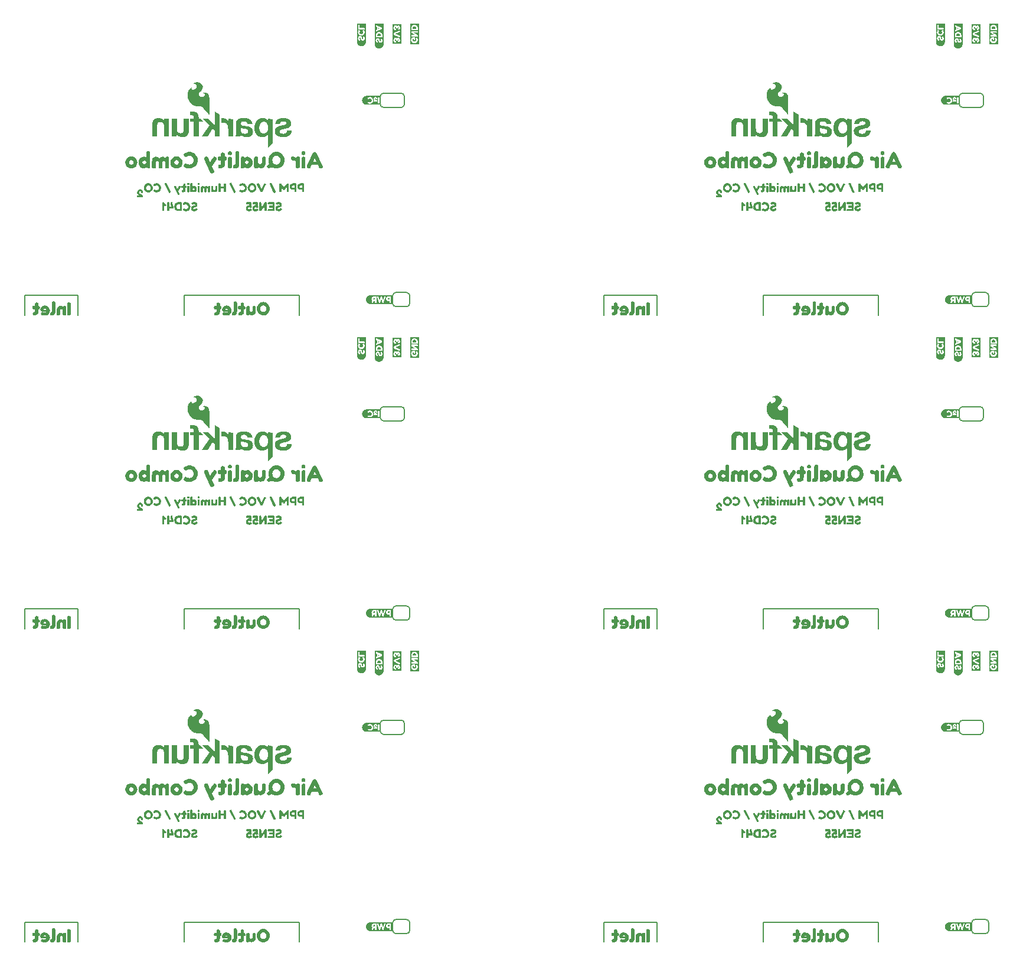
<source format=gbo>
%TF.GenerationSoftware,KiCad,Pcbnew,7.0.10*%
%TF.CreationDate,2024-03-13T14:25:08-06:00*%
%TF.ProjectId,SparkFun_AirQuality_Combo_panelized,53706172-6b46-4756-9e5f-416972517561,v10*%
%TF.SameCoordinates,Original*%
%TF.FileFunction,Legend,Bot*%
%TF.FilePolarity,Positive*%
%FSLAX46Y46*%
G04 Gerber Fmt 4.6, Leading zero omitted, Abs format (unit mm)*
G04 Created by KiCad (PCBNEW 7.0.10) date 2024-03-13 14:25:08*
%MOMM*%
%LPD*%
G01*
G04 APERTURE LIST*
%ADD10C,0.150000*%
%ADD11C,0.152400*%
G04 APERTURE END LIST*
D10*
X103370000Y93075000D02*
X95750000Y93075000D01*
X103370000Y48125000D02*
X95750000Y48125000D01*
X103370000Y3175000D02*
X95750000Y3175000D01*
X20320000Y93075000D02*
X12700000Y93075000D01*
X20320000Y48125000D02*
X12700000Y48125000D01*
X95750000Y93075000D02*
X95750000Y90217500D01*
X95750000Y48125000D02*
X95750000Y45267500D01*
X95750000Y3175000D02*
X95750000Y317500D01*
X12700000Y93075000D02*
X12700000Y90217500D01*
X12700000Y48125000D02*
X12700000Y45267500D01*
X135120000Y90217500D02*
X135120000Y93075000D01*
X135120000Y45267500D02*
X135120000Y48125000D01*
X135120000Y317500D02*
X135120000Y3175000D01*
X52070000Y90217500D02*
X52070000Y93075000D01*
X52070000Y45267500D02*
X52070000Y48125000D01*
X118610000Y93075000D02*
X118610000Y90217500D01*
X118610000Y48125000D02*
X118610000Y45267500D01*
X118610000Y3175000D02*
X118610000Y317500D01*
X35560000Y93075000D02*
X35560000Y90217500D01*
X35560000Y48125000D02*
X35560000Y45267500D01*
X135120000Y93075000D02*
X118610000Y93075000D01*
X135120000Y48125000D02*
X118610000Y48125000D01*
X135120000Y3175000D02*
X118610000Y3175000D01*
X52070000Y93075000D02*
X35560000Y93075000D01*
X52070000Y48125000D02*
X35560000Y48125000D01*
X103370000Y90217500D02*
X103370000Y93075000D01*
X103370000Y45267500D02*
X103370000Y48125000D01*
X103370000Y317500D02*
X103370000Y3175000D01*
X20320000Y90217500D02*
X20320000Y93075000D01*
X20320000Y45267500D02*
X20320000Y48125000D01*
X20320000Y317500D02*
X20320000Y3175000D01*
X52070000Y3175000D02*
X35560000Y3175000D01*
X35560000Y3175000D02*
X35560000Y317500D01*
X52070000Y317500D02*
X52070000Y3175000D01*
X12700000Y3175000D02*
X12700000Y317500D01*
X20320000Y3175000D02*
X12700000Y3175000D01*
%TO.C,kibuzzard-65A8AE62*%
G36*
X131539156Y106384441D02*
G01*
X131572334Y106263077D01*
X131572334Y105292162D01*
X131561857Y105203103D01*
X131515581Y105153335D01*
X131418664Y105136746D01*
X130727149Y105136746D01*
X130636344Y105147223D01*
X130587886Y105193499D01*
X130571733Y105290416D01*
X130583520Y105380348D01*
X130618882Y105426623D01*
X130665158Y105443212D01*
X130725403Y105445832D01*
X131263248Y105445832D01*
X131263248Y105622203D01*
X130920983Y105622203D01*
X130830178Y105632681D01*
X130780410Y105678956D01*
X130763821Y105775873D01*
X130775608Y105865805D01*
X130810969Y105912081D01*
X130857245Y105928670D01*
X130917491Y105931289D01*
X131263248Y105931289D01*
X131263248Y106107661D01*
X130727149Y106107661D01*
X130636344Y106118138D01*
X130587886Y106164414D01*
X130571733Y106261331D01*
X130583520Y106351263D01*
X130618882Y106397538D01*
X130665158Y106414128D01*
X130725403Y106416747D01*
X131413426Y106416747D01*
X131539156Y106384441D01*
G37*
G36*
X130391869Y106404523D02*
G01*
X130441638Y106363486D01*
X130458227Y106266569D01*
X130458227Y105292162D01*
X130455608Y105231043D01*
X130439018Y105183894D01*
X130393616Y105148533D01*
X130306303Y105136746D01*
X130216371Y105148533D01*
X130170096Y105183894D01*
X130153506Y105229297D01*
X130150887Y105290416D01*
X130150887Y105864932D01*
X130102089Y105801291D01*
X130038351Y105717471D01*
X129959673Y105613472D01*
X129866054Y105489294D01*
X129757496Y105344937D01*
X129633997Y105180402D01*
X129590341Y105147223D01*
X129496043Y105136746D01*
X129406111Y105148533D01*
X129359836Y105183894D01*
X129343246Y105229297D01*
X129340627Y105290416D01*
X129340627Y106259584D01*
X129351104Y106348643D01*
X129372933Y106385314D01*
X129418335Y106406269D01*
X129498663Y106415001D01*
X129581609Y106404523D01*
X129631378Y106363486D01*
X129647967Y106266569D01*
X129647967Y105676337D01*
X129696086Y105739347D01*
X129757787Y105821276D01*
X129833069Y105922122D01*
X129921934Y106041885D01*
X130024381Y106180567D01*
X130140409Y106338166D01*
X130180573Y106383568D01*
X130223356Y106405396D01*
X130306303Y106415001D01*
X130391869Y106404523D01*
G37*
G36*
X129069085Y106403650D02*
G01*
X129114487Y106366106D01*
X129139808Y106318957D01*
X129152032Y106282286D01*
X129162073Y106209816D01*
X129188703Y106013363D01*
X129214897Y105813854D01*
X129223628Y105732217D01*
X129204419Y105689434D01*
X129123219Y105636173D01*
X129013205Y105602994D01*
X128918034Y105643158D01*
X128834214Y105674591D01*
X128740790Y105640539D01*
X128699753Y105547988D01*
X128737298Y105456309D01*
X128852550Y105423131D01*
X128961691Y105459802D01*
X129078689Y105515682D01*
X129179972Y105458056D01*
X129244583Y105344549D01*
X129178226Y105239774D01*
X129164256Y105227551D01*
X129120599Y105194372D01*
X129029794Y105148775D01*
X128932004Y105121417D01*
X128827229Y105112298D01*
X128709455Y105126753D01*
X128605262Y105170118D01*
X128514651Y105242394D01*
X128444801Y105334751D01*
X128402891Y105438362D01*
X128388921Y105553226D01*
X128403667Y105667509D01*
X128447905Y105769373D01*
X128521636Y105858820D01*
X128613799Y105928185D01*
X128713335Y105969804D01*
X128820244Y105983677D01*
X128881363Y105980184D01*
X128863901Y106112899D01*
X128558307Y106112899D01*
X128501554Y106115519D01*
X128458771Y106132108D01*
X128426028Y106175328D01*
X128415114Y106259584D01*
X128426902Y106352136D01*
X128462263Y106399284D01*
X128507666Y106415874D01*
X128568784Y106418493D01*
X128732932Y106418493D01*
X128998362Y106420239D01*
X129069085Y106403650D01*
G37*
G36*
X128143573Y106403650D02*
G01*
X128188975Y106366106D01*
X128214296Y106318957D01*
X128226519Y106282286D01*
X128236560Y106209816D01*
X128263191Y106013363D01*
X128289384Y105813854D01*
X128298116Y105732217D01*
X128278907Y105689434D01*
X128197706Y105636173D01*
X128087693Y105602994D01*
X127992522Y105643158D01*
X127908702Y105674591D01*
X127815277Y105640539D01*
X127774241Y105547988D01*
X127811785Y105456309D01*
X127927037Y105423131D01*
X128036178Y105459802D01*
X128153177Y105515682D01*
X128254459Y105458056D01*
X128319071Y105344549D01*
X128252713Y105239774D01*
X128238743Y105227551D01*
X128195087Y105194372D01*
X128104282Y105148775D01*
X128006492Y105121417D01*
X127901717Y105112298D01*
X127783942Y105126753D01*
X127679749Y105170118D01*
X127589138Y105242394D01*
X127519288Y105334751D01*
X127477378Y105438362D01*
X127463408Y105553226D01*
X127478154Y105667509D01*
X127522393Y105769373D01*
X127596123Y105858820D01*
X127688286Y105928185D01*
X127787823Y105969804D01*
X127894732Y105983677D01*
X127955851Y105980184D01*
X127938388Y106112899D01*
X127632794Y106112899D01*
X127576041Y106115519D01*
X127533258Y106132108D01*
X127500516Y106175328D01*
X127489602Y106259584D01*
X127501389Y106352136D01*
X127536751Y106399284D01*
X127582153Y106415874D01*
X127643272Y106418493D01*
X127807419Y106418493D01*
X128072849Y106420239D01*
X128143573Y106403650D01*
G37*
G36*
X132290140Y106424993D02*
G01*
X132394042Y106386867D01*
X132479511Y106323323D01*
X132543055Y106242704D01*
X132581182Y106153354D01*
X132593891Y106055273D01*
X132582758Y105951590D01*
X132549361Y105864059D01*
X132499375Y105795300D01*
X132438474Y105747933D01*
X132369498Y105713663D01*
X132295282Y105684195D01*
X132221066Y105660839D01*
X132152089Y105644904D01*
X132041203Y105605614D01*
X131996673Y105538383D01*
X132014718Y105464653D01*
X132068851Y105420414D01*
X132159074Y105405668D01*
X132242894Y105432735D01*
X132312744Y105489488D01*
X132390453Y105554973D01*
X132448952Y105576801D01*
X132541503Y105534891D01*
X132597820Y105468751D01*
X132616592Y105417019D01*
X132571189Y105316609D01*
X132555473Y105297401D01*
X132504832Y105244140D01*
X132426251Y105189133D01*
X132307506Y105139365D01*
X132231980Y105124304D01*
X132152089Y105119283D01*
X132047120Y105129567D01*
X131946420Y105160417D01*
X131849988Y105211834D01*
X131783631Y105268806D01*
X131731243Y105345422D01*
X131697191Y105438629D01*
X131685841Y105545368D01*
X131696973Y105649925D01*
X131730370Y105736582D01*
X131780356Y105802722D01*
X131841257Y105845723D01*
X131910670Y105874755D01*
X131986196Y105898984D01*
X132061721Y105917974D01*
X132131134Y105931289D01*
X132242021Y105971453D01*
X132286551Y106049161D01*
X132249006Y106124250D01*
X132154709Y106151317D01*
X132061284Y106128616D01*
X132034218Y106105914D01*
X132014136Y106088452D01*
X131923331Y106053527D01*
X131861339Y106075355D01*
X131801093Y106140839D01*
X131759183Y106236883D01*
X131813317Y106322449D01*
X131856973Y106355628D01*
X131976591Y106410635D01*
X132067615Y106430935D01*
X132167806Y106437702D01*
X132290140Y106424993D01*
G37*
G36*
X131539156Y61434441D02*
G01*
X131572334Y61313077D01*
X131572334Y60342162D01*
X131561857Y60253103D01*
X131515581Y60203335D01*
X131418664Y60186746D01*
X130727149Y60186746D01*
X130636344Y60197223D01*
X130587886Y60243499D01*
X130571733Y60340416D01*
X130583520Y60430348D01*
X130618882Y60476623D01*
X130665158Y60493212D01*
X130725403Y60495832D01*
X131263248Y60495832D01*
X131263248Y60672203D01*
X130920983Y60672203D01*
X130830178Y60682681D01*
X130780410Y60728956D01*
X130763821Y60825873D01*
X130775608Y60915805D01*
X130810969Y60962081D01*
X130857245Y60978670D01*
X130917491Y60981289D01*
X131263248Y60981289D01*
X131263248Y61157661D01*
X130727149Y61157661D01*
X130636344Y61168138D01*
X130587886Y61214414D01*
X130571733Y61311331D01*
X130583520Y61401263D01*
X130618882Y61447538D01*
X130665158Y61464128D01*
X130725403Y61466747D01*
X131413426Y61466747D01*
X131539156Y61434441D01*
G37*
G36*
X130391869Y61454523D02*
G01*
X130441638Y61413486D01*
X130458227Y61316569D01*
X130458227Y60342162D01*
X130455608Y60281043D01*
X130439018Y60233894D01*
X130393616Y60198533D01*
X130306303Y60186746D01*
X130216371Y60198533D01*
X130170096Y60233894D01*
X130153506Y60279297D01*
X130150887Y60340416D01*
X130150887Y60914932D01*
X130102089Y60851291D01*
X130038351Y60767471D01*
X129959673Y60663472D01*
X129866054Y60539294D01*
X129757496Y60394937D01*
X129633997Y60230402D01*
X129590341Y60197223D01*
X129496043Y60186746D01*
X129406111Y60198533D01*
X129359836Y60233894D01*
X129343246Y60279297D01*
X129340627Y60340416D01*
X129340627Y61309584D01*
X129351104Y61398643D01*
X129372933Y61435314D01*
X129418335Y61456269D01*
X129498663Y61465001D01*
X129581609Y61454523D01*
X129631378Y61413486D01*
X129647967Y61316569D01*
X129647967Y60726337D01*
X129696086Y60789347D01*
X129757787Y60871276D01*
X129833069Y60972122D01*
X129921934Y61091885D01*
X130024381Y61230567D01*
X130140409Y61388166D01*
X130180573Y61433568D01*
X130223356Y61455396D01*
X130306303Y61465001D01*
X130391869Y61454523D01*
G37*
G36*
X129069085Y61453650D02*
G01*
X129114487Y61416106D01*
X129139808Y61368957D01*
X129152032Y61332286D01*
X129162073Y61259816D01*
X129188703Y61063363D01*
X129214897Y60863854D01*
X129223628Y60782217D01*
X129204419Y60739434D01*
X129123219Y60686173D01*
X129013205Y60652994D01*
X128918034Y60693158D01*
X128834214Y60724591D01*
X128740790Y60690539D01*
X128699753Y60597988D01*
X128737298Y60506309D01*
X128852550Y60473131D01*
X128961691Y60509802D01*
X129078689Y60565682D01*
X129179972Y60508056D01*
X129244583Y60394549D01*
X129178226Y60289774D01*
X129164256Y60277551D01*
X129120599Y60244372D01*
X129029794Y60198775D01*
X128932004Y60171417D01*
X128827229Y60162298D01*
X128709455Y60176753D01*
X128605262Y60220118D01*
X128514651Y60292394D01*
X128444801Y60384751D01*
X128402891Y60488362D01*
X128388921Y60603226D01*
X128403667Y60717509D01*
X128447905Y60819373D01*
X128521636Y60908820D01*
X128613799Y60978185D01*
X128713335Y61019804D01*
X128820244Y61033677D01*
X128881363Y61030184D01*
X128863901Y61162899D01*
X128558307Y61162899D01*
X128501554Y61165519D01*
X128458771Y61182108D01*
X128426028Y61225328D01*
X128415114Y61309584D01*
X128426902Y61402136D01*
X128462263Y61449284D01*
X128507666Y61465874D01*
X128568784Y61468493D01*
X128732932Y61468493D01*
X128998362Y61470239D01*
X129069085Y61453650D01*
G37*
G36*
X128143573Y61453650D02*
G01*
X128188975Y61416106D01*
X128214296Y61368957D01*
X128226519Y61332286D01*
X128236560Y61259816D01*
X128263191Y61063363D01*
X128289384Y60863854D01*
X128298116Y60782217D01*
X128278907Y60739434D01*
X128197706Y60686173D01*
X128087693Y60652994D01*
X127992522Y60693158D01*
X127908702Y60724591D01*
X127815277Y60690539D01*
X127774241Y60597988D01*
X127811785Y60506309D01*
X127927037Y60473131D01*
X128036178Y60509802D01*
X128153177Y60565682D01*
X128254459Y60508056D01*
X128319071Y60394549D01*
X128252713Y60289774D01*
X128238743Y60277551D01*
X128195087Y60244372D01*
X128104282Y60198775D01*
X128006492Y60171417D01*
X127901717Y60162298D01*
X127783942Y60176753D01*
X127679749Y60220118D01*
X127589138Y60292394D01*
X127519288Y60384751D01*
X127477378Y60488362D01*
X127463408Y60603226D01*
X127478154Y60717509D01*
X127522393Y60819373D01*
X127596123Y60908820D01*
X127688286Y60978185D01*
X127787823Y61019804D01*
X127894732Y61033677D01*
X127955851Y61030184D01*
X127938388Y61162899D01*
X127632794Y61162899D01*
X127576041Y61165519D01*
X127533258Y61182108D01*
X127500516Y61225328D01*
X127489602Y61309584D01*
X127501389Y61402136D01*
X127536751Y61449284D01*
X127582153Y61465874D01*
X127643272Y61468493D01*
X127807419Y61468493D01*
X128072849Y61470239D01*
X128143573Y61453650D01*
G37*
G36*
X132290140Y61474993D02*
G01*
X132394042Y61436867D01*
X132479511Y61373323D01*
X132543055Y61292704D01*
X132581182Y61203354D01*
X132593891Y61105273D01*
X132582758Y61001590D01*
X132549361Y60914059D01*
X132499375Y60845300D01*
X132438474Y60797933D01*
X132369498Y60763663D01*
X132295282Y60734195D01*
X132221066Y60710839D01*
X132152089Y60694904D01*
X132041203Y60655614D01*
X131996673Y60588383D01*
X132014718Y60514653D01*
X132068851Y60470414D01*
X132159074Y60455668D01*
X132242894Y60482735D01*
X132312744Y60539488D01*
X132390453Y60604973D01*
X132448952Y60626801D01*
X132541503Y60584891D01*
X132597820Y60518751D01*
X132616592Y60467019D01*
X132571189Y60366609D01*
X132555473Y60347401D01*
X132504832Y60294140D01*
X132426251Y60239133D01*
X132307506Y60189365D01*
X132231980Y60174304D01*
X132152089Y60169283D01*
X132047120Y60179567D01*
X131946420Y60210417D01*
X131849988Y60261834D01*
X131783631Y60318806D01*
X131731243Y60395422D01*
X131697191Y60488629D01*
X131685841Y60595368D01*
X131696973Y60699925D01*
X131730370Y60786582D01*
X131780356Y60852722D01*
X131841257Y60895723D01*
X131910670Y60924755D01*
X131986196Y60948984D01*
X132061721Y60967974D01*
X132131134Y60981289D01*
X132242021Y61021453D01*
X132286551Y61099161D01*
X132249006Y61174250D01*
X132154709Y61201317D01*
X132061284Y61178616D01*
X132034218Y61155914D01*
X132014136Y61138452D01*
X131923331Y61103527D01*
X131861339Y61125355D01*
X131801093Y61190839D01*
X131759183Y61286883D01*
X131813317Y61372449D01*
X131856973Y61405628D01*
X131976591Y61460635D01*
X132067615Y61480935D01*
X132167806Y61487702D01*
X132290140Y61474993D01*
G37*
G36*
X131539156Y16484441D02*
G01*
X131572334Y16363077D01*
X131572334Y15392162D01*
X131561857Y15303103D01*
X131515581Y15253335D01*
X131418664Y15236746D01*
X130727149Y15236746D01*
X130636344Y15247223D01*
X130587886Y15293499D01*
X130571733Y15390416D01*
X130583520Y15480348D01*
X130618882Y15526623D01*
X130665158Y15543212D01*
X130725403Y15545832D01*
X131263248Y15545832D01*
X131263248Y15722203D01*
X130920983Y15722203D01*
X130830178Y15732681D01*
X130780410Y15778956D01*
X130763821Y15875873D01*
X130775608Y15965805D01*
X130810969Y16012081D01*
X130857245Y16028670D01*
X130917491Y16031289D01*
X131263248Y16031289D01*
X131263248Y16207661D01*
X130727149Y16207661D01*
X130636344Y16218138D01*
X130587886Y16264414D01*
X130571733Y16361331D01*
X130583520Y16451263D01*
X130618882Y16497538D01*
X130665158Y16514128D01*
X130725403Y16516747D01*
X131413426Y16516747D01*
X131539156Y16484441D01*
G37*
G36*
X130391869Y16504523D02*
G01*
X130441638Y16463486D01*
X130458227Y16366569D01*
X130458227Y15392162D01*
X130455608Y15331043D01*
X130439018Y15283894D01*
X130393616Y15248533D01*
X130306303Y15236746D01*
X130216371Y15248533D01*
X130170096Y15283894D01*
X130153506Y15329297D01*
X130150887Y15390416D01*
X130150887Y15964932D01*
X130102089Y15901291D01*
X130038351Y15817471D01*
X129959673Y15713472D01*
X129866054Y15589294D01*
X129757496Y15444937D01*
X129633997Y15280402D01*
X129590341Y15247223D01*
X129496043Y15236746D01*
X129406111Y15248533D01*
X129359836Y15283894D01*
X129343246Y15329297D01*
X129340627Y15390416D01*
X129340627Y16359584D01*
X129351104Y16448643D01*
X129372933Y16485314D01*
X129418335Y16506269D01*
X129498663Y16515001D01*
X129581609Y16504523D01*
X129631378Y16463486D01*
X129647967Y16366569D01*
X129647967Y15776337D01*
X129696086Y15839347D01*
X129757787Y15921276D01*
X129833069Y16022122D01*
X129921934Y16141885D01*
X130024381Y16280567D01*
X130140409Y16438166D01*
X130180573Y16483568D01*
X130223356Y16505396D01*
X130306303Y16515001D01*
X130391869Y16504523D01*
G37*
G36*
X129069085Y16503650D02*
G01*
X129114487Y16466106D01*
X129139808Y16418957D01*
X129152032Y16382286D01*
X129162073Y16309816D01*
X129188703Y16113363D01*
X129214897Y15913854D01*
X129223628Y15832217D01*
X129204419Y15789434D01*
X129123219Y15736173D01*
X129013205Y15702994D01*
X128918034Y15743158D01*
X128834214Y15774591D01*
X128740790Y15740539D01*
X128699753Y15647988D01*
X128737298Y15556309D01*
X128852550Y15523131D01*
X128961691Y15559802D01*
X129078689Y15615682D01*
X129179972Y15558056D01*
X129244583Y15444549D01*
X129178226Y15339774D01*
X129164256Y15327551D01*
X129120599Y15294372D01*
X129029794Y15248775D01*
X128932004Y15221417D01*
X128827229Y15212298D01*
X128709455Y15226753D01*
X128605262Y15270118D01*
X128514651Y15342394D01*
X128444801Y15434751D01*
X128402891Y15538362D01*
X128388921Y15653226D01*
X128403667Y15767509D01*
X128447905Y15869373D01*
X128521636Y15958820D01*
X128613799Y16028185D01*
X128713335Y16069804D01*
X128820244Y16083677D01*
X128881363Y16080184D01*
X128863901Y16212899D01*
X128558307Y16212899D01*
X128501554Y16215519D01*
X128458771Y16232108D01*
X128426028Y16275328D01*
X128415114Y16359584D01*
X128426902Y16452136D01*
X128462263Y16499284D01*
X128507666Y16515874D01*
X128568784Y16518493D01*
X128732932Y16518493D01*
X128998362Y16520239D01*
X129069085Y16503650D01*
G37*
G36*
X128143573Y16503650D02*
G01*
X128188975Y16466106D01*
X128214296Y16418957D01*
X128226519Y16382286D01*
X128236560Y16309816D01*
X128263191Y16113363D01*
X128289384Y15913854D01*
X128298116Y15832217D01*
X128278907Y15789434D01*
X128197706Y15736173D01*
X128087693Y15702994D01*
X127992522Y15743158D01*
X127908702Y15774591D01*
X127815277Y15740539D01*
X127774241Y15647988D01*
X127811785Y15556309D01*
X127927037Y15523131D01*
X128036178Y15559802D01*
X128153177Y15615682D01*
X128254459Y15558056D01*
X128319071Y15444549D01*
X128252713Y15339774D01*
X128238743Y15327551D01*
X128195087Y15294372D01*
X128104282Y15248775D01*
X128006492Y15221417D01*
X127901717Y15212298D01*
X127783942Y15226753D01*
X127679749Y15270118D01*
X127589138Y15342394D01*
X127519288Y15434751D01*
X127477378Y15538362D01*
X127463408Y15653226D01*
X127478154Y15767509D01*
X127522393Y15869373D01*
X127596123Y15958820D01*
X127688286Y16028185D01*
X127787823Y16069804D01*
X127894732Y16083677D01*
X127955851Y16080184D01*
X127938388Y16212899D01*
X127632794Y16212899D01*
X127576041Y16215519D01*
X127533258Y16232108D01*
X127500516Y16275328D01*
X127489602Y16359584D01*
X127501389Y16452136D01*
X127536751Y16499284D01*
X127582153Y16515874D01*
X127643272Y16518493D01*
X127807419Y16518493D01*
X128072849Y16520239D01*
X128143573Y16503650D01*
G37*
G36*
X132290140Y16524993D02*
G01*
X132394042Y16486867D01*
X132479511Y16423323D01*
X132543055Y16342704D01*
X132581182Y16253354D01*
X132593891Y16155273D01*
X132582758Y16051590D01*
X132549361Y15964059D01*
X132499375Y15895300D01*
X132438474Y15847933D01*
X132369498Y15813663D01*
X132295282Y15784195D01*
X132221066Y15760839D01*
X132152089Y15744904D01*
X132041203Y15705614D01*
X131996673Y15638383D01*
X132014718Y15564653D01*
X132068851Y15520414D01*
X132159074Y15505668D01*
X132242894Y15532735D01*
X132312744Y15589488D01*
X132390453Y15654973D01*
X132448952Y15676801D01*
X132541503Y15634891D01*
X132597820Y15568751D01*
X132616592Y15517019D01*
X132571189Y15416609D01*
X132555473Y15397401D01*
X132504832Y15344140D01*
X132426251Y15289133D01*
X132307506Y15239365D01*
X132231980Y15224304D01*
X132152089Y15219283D01*
X132047120Y15229567D01*
X131946420Y15260417D01*
X131849988Y15311834D01*
X131783631Y15368806D01*
X131731243Y15445422D01*
X131697191Y15538629D01*
X131685841Y15645368D01*
X131696973Y15749925D01*
X131730370Y15836582D01*
X131780356Y15902722D01*
X131841257Y15945723D01*
X131910670Y15974755D01*
X131986196Y15998984D01*
X132061721Y16017974D01*
X132131134Y16031289D01*
X132242021Y16071453D01*
X132286551Y16149161D01*
X132249006Y16224250D01*
X132154709Y16251317D01*
X132061284Y16228616D01*
X132034218Y16205914D01*
X132014136Y16188452D01*
X131923331Y16153527D01*
X131861339Y16175355D01*
X131801093Y16240839D01*
X131759183Y16336883D01*
X131813317Y16422449D01*
X131856973Y16455628D01*
X131976591Y16510635D01*
X132067615Y16530935D01*
X132167806Y16537702D01*
X132290140Y16524993D01*
G37*
G36*
X48489156Y106384441D02*
G01*
X48522334Y106263077D01*
X48522334Y105292162D01*
X48511857Y105203103D01*
X48465581Y105153335D01*
X48368664Y105136746D01*
X47677149Y105136746D01*
X47586344Y105147223D01*
X47537886Y105193499D01*
X47521733Y105290416D01*
X47533520Y105380348D01*
X47568882Y105426623D01*
X47615158Y105443212D01*
X47675403Y105445832D01*
X48213248Y105445832D01*
X48213248Y105622203D01*
X47870983Y105622203D01*
X47780178Y105632681D01*
X47730410Y105678956D01*
X47713821Y105775873D01*
X47725608Y105865805D01*
X47760969Y105912081D01*
X47807245Y105928670D01*
X47867491Y105931289D01*
X48213248Y105931289D01*
X48213248Y106107661D01*
X47677149Y106107661D01*
X47586344Y106118138D01*
X47537886Y106164414D01*
X47521733Y106261331D01*
X47533520Y106351263D01*
X47568882Y106397538D01*
X47615158Y106414128D01*
X47675403Y106416747D01*
X48363426Y106416747D01*
X48489156Y106384441D01*
G37*
G36*
X47341869Y106404523D02*
G01*
X47391638Y106363486D01*
X47408227Y106266569D01*
X47408227Y105292162D01*
X47405608Y105231043D01*
X47389018Y105183894D01*
X47343616Y105148533D01*
X47256303Y105136746D01*
X47166371Y105148533D01*
X47120096Y105183894D01*
X47103506Y105229297D01*
X47100887Y105290416D01*
X47100887Y105864932D01*
X47052089Y105801291D01*
X46988351Y105717471D01*
X46909673Y105613472D01*
X46816054Y105489294D01*
X46707496Y105344937D01*
X46583997Y105180402D01*
X46540341Y105147223D01*
X46446043Y105136746D01*
X46356111Y105148533D01*
X46309836Y105183894D01*
X46293246Y105229297D01*
X46290627Y105290416D01*
X46290627Y106259584D01*
X46301104Y106348643D01*
X46322933Y106385314D01*
X46368335Y106406269D01*
X46448663Y106415001D01*
X46531609Y106404523D01*
X46581378Y106363486D01*
X46597967Y106266569D01*
X46597967Y105676337D01*
X46646086Y105739347D01*
X46707787Y105821276D01*
X46783069Y105922122D01*
X46871934Y106041885D01*
X46974381Y106180567D01*
X47090409Y106338166D01*
X47130573Y106383568D01*
X47173356Y106405396D01*
X47256303Y106415001D01*
X47341869Y106404523D01*
G37*
G36*
X46019085Y106403650D02*
G01*
X46064487Y106366106D01*
X46089808Y106318957D01*
X46102032Y106282286D01*
X46112073Y106209816D01*
X46138703Y106013363D01*
X46164897Y105813854D01*
X46173628Y105732217D01*
X46154419Y105689434D01*
X46073219Y105636173D01*
X45963205Y105602994D01*
X45868034Y105643158D01*
X45784214Y105674591D01*
X45690790Y105640539D01*
X45649753Y105547988D01*
X45687298Y105456309D01*
X45802550Y105423131D01*
X45911691Y105459802D01*
X46028689Y105515682D01*
X46129972Y105458056D01*
X46194583Y105344549D01*
X46128226Y105239774D01*
X46114256Y105227551D01*
X46070599Y105194372D01*
X45979794Y105148775D01*
X45882004Y105121417D01*
X45777229Y105112298D01*
X45659455Y105126753D01*
X45555262Y105170118D01*
X45464651Y105242394D01*
X45394801Y105334751D01*
X45352891Y105438362D01*
X45338921Y105553226D01*
X45353667Y105667509D01*
X45397905Y105769373D01*
X45471636Y105858820D01*
X45563799Y105928185D01*
X45663335Y105969804D01*
X45770244Y105983677D01*
X45831363Y105980184D01*
X45813901Y106112899D01*
X45508307Y106112899D01*
X45451554Y106115519D01*
X45408771Y106132108D01*
X45376028Y106175328D01*
X45365114Y106259584D01*
X45376902Y106352136D01*
X45412263Y106399284D01*
X45457666Y106415874D01*
X45518784Y106418493D01*
X45682932Y106418493D01*
X45948362Y106420239D01*
X46019085Y106403650D01*
G37*
G36*
X45093573Y106403650D02*
G01*
X45138975Y106366106D01*
X45164296Y106318957D01*
X45176519Y106282286D01*
X45186560Y106209816D01*
X45213191Y106013363D01*
X45239384Y105813854D01*
X45248116Y105732217D01*
X45228907Y105689434D01*
X45147706Y105636173D01*
X45037693Y105602994D01*
X44942522Y105643158D01*
X44858702Y105674591D01*
X44765277Y105640539D01*
X44724241Y105547988D01*
X44761785Y105456309D01*
X44877037Y105423131D01*
X44986178Y105459802D01*
X45103177Y105515682D01*
X45204459Y105458056D01*
X45269071Y105344549D01*
X45202713Y105239774D01*
X45188743Y105227551D01*
X45145087Y105194372D01*
X45054282Y105148775D01*
X44956492Y105121417D01*
X44851717Y105112298D01*
X44733942Y105126753D01*
X44629749Y105170118D01*
X44539138Y105242394D01*
X44469288Y105334751D01*
X44427378Y105438362D01*
X44413408Y105553226D01*
X44428154Y105667509D01*
X44472393Y105769373D01*
X44546123Y105858820D01*
X44638286Y105928185D01*
X44737823Y105969804D01*
X44844732Y105983677D01*
X44905851Y105980184D01*
X44888388Y106112899D01*
X44582794Y106112899D01*
X44526041Y106115519D01*
X44483258Y106132108D01*
X44450516Y106175328D01*
X44439602Y106259584D01*
X44451389Y106352136D01*
X44486751Y106399284D01*
X44532153Y106415874D01*
X44593272Y106418493D01*
X44757419Y106418493D01*
X45022849Y106420239D01*
X45093573Y106403650D01*
G37*
G36*
X49240140Y106424993D02*
G01*
X49344042Y106386867D01*
X49429511Y106323323D01*
X49493055Y106242704D01*
X49531182Y106153354D01*
X49543891Y106055273D01*
X49532758Y105951590D01*
X49499361Y105864059D01*
X49449375Y105795300D01*
X49388474Y105747933D01*
X49319498Y105713663D01*
X49245282Y105684195D01*
X49171066Y105660839D01*
X49102089Y105644904D01*
X48991203Y105605614D01*
X48946673Y105538383D01*
X48964718Y105464653D01*
X49018851Y105420414D01*
X49109074Y105405668D01*
X49192894Y105432735D01*
X49262744Y105489488D01*
X49340453Y105554973D01*
X49398952Y105576801D01*
X49491503Y105534891D01*
X49547820Y105468751D01*
X49566592Y105417019D01*
X49521189Y105316609D01*
X49505473Y105297401D01*
X49454832Y105244140D01*
X49376251Y105189133D01*
X49257506Y105139365D01*
X49181980Y105124304D01*
X49102089Y105119283D01*
X48997120Y105129567D01*
X48896420Y105160417D01*
X48799988Y105211834D01*
X48733631Y105268806D01*
X48681243Y105345422D01*
X48647191Y105438629D01*
X48635841Y105545368D01*
X48646973Y105649925D01*
X48680370Y105736582D01*
X48730356Y105802722D01*
X48791257Y105845723D01*
X48860670Y105874755D01*
X48936196Y105898984D01*
X49011721Y105917974D01*
X49081134Y105931289D01*
X49192021Y105971453D01*
X49236551Y106049161D01*
X49199006Y106124250D01*
X49104709Y106151317D01*
X49011284Y106128616D01*
X48984218Y106105914D01*
X48964136Y106088452D01*
X48873331Y106053527D01*
X48811339Y106075355D01*
X48751093Y106140839D01*
X48709183Y106236883D01*
X48763317Y106322449D01*
X48806973Y106355628D01*
X48926591Y106410635D01*
X49017615Y106430935D01*
X49117806Y106437702D01*
X49240140Y106424993D01*
G37*
G36*
X48489156Y61434441D02*
G01*
X48522334Y61313077D01*
X48522334Y60342162D01*
X48511857Y60253103D01*
X48465581Y60203335D01*
X48368664Y60186746D01*
X47677149Y60186746D01*
X47586344Y60197223D01*
X47537886Y60243499D01*
X47521733Y60340416D01*
X47533520Y60430348D01*
X47568882Y60476623D01*
X47615158Y60493212D01*
X47675403Y60495832D01*
X48213248Y60495832D01*
X48213248Y60672203D01*
X47870983Y60672203D01*
X47780178Y60682681D01*
X47730410Y60728956D01*
X47713821Y60825873D01*
X47725608Y60915805D01*
X47760969Y60962081D01*
X47807245Y60978670D01*
X47867491Y60981289D01*
X48213248Y60981289D01*
X48213248Y61157661D01*
X47677149Y61157661D01*
X47586344Y61168138D01*
X47537886Y61214414D01*
X47521733Y61311331D01*
X47533520Y61401263D01*
X47568882Y61447538D01*
X47615158Y61464128D01*
X47675403Y61466747D01*
X48363426Y61466747D01*
X48489156Y61434441D01*
G37*
G36*
X47341869Y61454523D02*
G01*
X47391638Y61413486D01*
X47408227Y61316569D01*
X47408227Y60342162D01*
X47405608Y60281043D01*
X47389018Y60233894D01*
X47343616Y60198533D01*
X47256303Y60186746D01*
X47166371Y60198533D01*
X47120096Y60233894D01*
X47103506Y60279297D01*
X47100887Y60340416D01*
X47100887Y60914932D01*
X47052089Y60851291D01*
X46988351Y60767471D01*
X46909673Y60663472D01*
X46816054Y60539294D01*
X46707496Y60394937D01*
X46583997Y60230402D01*
X46540341Y60197223D01*
X46446043Y60186746D01*
X46356111Y60198533D01*
X46309836Y60233894D01*
X46293246Y60279297D01*
X46290627Y60340416D01*
X46290627Y61309584D01*
X46301104Y61398643D01*
X46322933Y61435314D01*
X46368335Y61456269D01*
X46448663Y61465001D01*
X46531609Y61454523D01*
X46581378Y61413486D01*
X46597967Y61316569D01*
X46597967Y60726337D01*
X46646086Y60789347D01*
X46707787Y60871276D01*
X46783069Y60972122D01*
X46871934Y61091885D01*
X46974381Y61230567D01*
X47090409Y61388166D01*
X47130573Y61433568D01*
X47173356Y61455396D01*
X47256303Y61465001D01*
X47341869Y61454523D01*
G37*
G36*
X46019085Y61453650D02*
G01*
X46064487Y61416106D01*
X46089808Y61368957D01*
X46102032Y61332286D01*
X46112073Y61259816D01*
X46138703Y61063363D01*
X46164897Y60863854D01*
X46173628Y60782217D01*
X46154419Y60739434D01*
X46073219Y60686173D01*
X45963205Y60652994D01*
X45868034Y60693158D01*
X45784214Y60724591D01*
X45690790Y60690539D01*
X45649753Y60597988D01*
X45687298Y60506309D01*
X45802550Y60473131D01*
X45911691Y60509802D01*
X46028689Y60565682D01*
X46129972Y60508056D01*
X46194583Y60394549D01*
X46128226Y60289774D01*
X46114256Y60277551D01*
X46070599Y60244372D01*
X45979794Y60198775D01*
X45882004Y60171417D01*
X45777229Y60162298D01*
X45659455Y60176753D01*
X45555262Y60220118D01*
X45464651Y60292394D01*
X45394801Y60384751D01*
X45352891Y60488362D01*
X45338921Y60603226D01*
X45353667Y60717509D01*
X45397905Y60819373D01*
X45471636Y60908820D01*
X45563799Y60978185D01*
X45663335Y61019804D01*
X45770244Y61033677D01*
X45831363Y61030184D01*
X45813901Y61162899D01*
X45508307Y61162899D01*
X45451554Y61165519D01*
X45408771Y61182108D01*
X45376028Y61225328D01*
X45365114Y61309584D01*
X45376902Y61402136D01*
X45412263Y61449284D01*
X45457666Y61465874D01*
X45518784Y61468493D01*
X45682932Y61468493D01*
X45948362Y61470239D01*
X46019085Y61453650D01*
G37*
G36*
X45093573Y61453650D02*
G01*
X45138975Y61416106D01*
X45164296Y61368957D01*
X45176519Y61332286D01*
X45186560Y61259816D01*
X45213191Y61063363D01*
X45239384Y60863854D01*
X45248116Y60782217D01*
X45228907Y60739434D01*
X45147706Y60686173D01*
X45037693Y60652994D01*
X44942522Y60693158D01*
X44858702Y60724591D01*
X44765277Y60690539D01*
X44724241Y60597988D01*
X44761785Y60506309D01*
X44877037Y60473131D01*
X44986178Y60509802D01*
X45103177Y60565682D01*
X45204459Y60508056D01*
X45269071Y60394549D01*
X45202713Y60289774D01*
X45188743Y60277551D01*
X45145087Y60244372D01*
X45054282Y60198775D01*
X44956492Y60171417D01*
X44851717Y60162298D01*
X44733942Y60176753D01*
X44629749Y60220118D01*
X44539138Y60292394D01*
X44469288Y60384751D01*
X44427378Y60488362D01*
X44413408Y60603226D01*
X44428154Y60717509D01*
X44472393Y60819373D01*
X44546123Y60908820D01*
X44638286Y60978185D01*
X44737823Y61019804D01*
X44844732Y61033677D01*
X44905851Y61030184D01*
X44888388Y61162899D01*
X44582794Y61162899D01*
X44526041Y61165519D01*
X44483258Y61182108D01*
X44450516Y61225328D01*
X44439602Y61309584D01*
X44451389Y61402136D01*
X44486751Y61449284D01*
X44532153Y61465874D01*
X44593272Y61468493D01*
X44757419Y61468493D01*
X45022849Y61470239D01*
X45093573Y61453650D01*
G37*
G36*
X49240140Y61474993D02*
G01*
X49344042Y61436867D01*
X49429511Y61373323D01*
X49493055Y61292704D01*
X49531182Y61203354D01*
X49543891Y61105273D01*
X49532758Y61001590D01*
X49499361Y60914059D01*
X49449375Y60845300D01*
X49388474Y60797933D01*
X49319498Y60763663D01*
X49245282Y60734195D01*
X49171066Y60710839D01*
X49102089Y60694904D01*
X48991203Y60655614D01*
X48946673Y60588383D01*
X48964718Y60514653D01*
X49018851Y60470414D01*
X49109074Y60455668D01*
X49192894Y60482735D01*
X49262744Y60539488D01*
X49340453Y60604973D01*
X49398952Y60626801D01*
X49491503Y60584891D01*
X49547820Y60518751D01*
X49566592Y60467019D01*
X49521189Y60366609D01*
X49505473Y60347401D01*
X49454832Y60294140D01*
X49376251Y60239133D01*
X49257506Y60189365D01*
X49181980Y60174304D01*
X49102089Y60169283D01*
X48997120Y60179567D01*
X48896420Y60210417D01*
X48799988Y60261834D01*
X48733631Y60318806D01*
X48681243Y60395422D01*
X48647191Y60488629D01*
X48635841Y60595368D01*
X48646973Y60699925D01*
X48680370Y60786582D01*
X48730356Y60852722D01*
X48791257Y60895723D01*
X48860670Y60924755D01*
X48936196Y60948984D01*
X49011721Y60967974D01*
X49081134Y60981289D01*
X49192021Y61021453D01*
X49236551Y61099161D01*
X49199006Y61174250D01*
X49104709Y61201317D01*
X49011284Y61178616D01*
X48984218Y61155914D01*
X48964136Y61138452D01*
X48873331Y61103527D01*
X48811339Y61125355D01*
X48751093Y61190839D01*
X48709183Y61286883D01*
X48763317Y61372449D01*
X48806973Y61405628D01*
X48926591Y61460635D01*
X49017615Y61480935D01*
X49117806Y61487702D01*
X49240140Y61474993D01*
G37*
%TO.C,kibuzzard-65A8AFFA*%
G36*
X151721916Y131623151D02*
G01*
X151799545Y131569335D01*
X151851456Y131491389D01*
X151868760Y131401060D01*
X151868760Y131279140D01*
X151388700Y131279140D01*
X151388700Y131402330D01*
X151405686Y131489325D01*
X151456645Y131567430D01*
X151533321Y131622675D01*
X151627460Y131641090D01*
X151721916Y131623151D01*
G37*
G36*
X152268810Y131865880D02*
G01*
X152268810Y129214120D01*
X152268810Y129055370D01*
X150991190Y129055370D01*
X150991190Y129214120D01*
X150991190Y129682750D01*
X151149940Y129682750D01*
X151158870Y129591231D01*
X151185659Y129505903D01*
X151230307Y129426766D01*
X151292815Y129353820D01*
X151367943Y129292701D01*
X151450454Y129249045D01*
X151540346Y129222851D01*
X151637620Y129214120D01*
X151734418Y129223010D01*
X151822881Y129249680D01*
X151903010Y129294130D01*
X151974805Y129356360D01*
X152033979Y129430655D01*
X152076246Y129511300D01*
X152101607Y129598295D01*
X152110060Y129691640D01*
X152099053Y129789712D01*
X152066033Y129884116D01*
X152011000Y129974850D01*
X151954485Y130009140D01*
X151882730Y129979930D01*
X151832247Y129932623D01*
X151815420Y129889760D01*
X151850345Y129812290D01*
X151876539Y129753870D01*
X151885270Y129685290D01*
X151868284Y129594167D01*
X151817325Y129513840D01*
X151738903Y129457642D01*
X151639525Y129438910D01*
X151569957Y129447377D01*
X151507727Y129472777D01*
X151452835Y129515110D01*
X151395209Y129596390D01*
X151376000Y129687830D01*
X151381715Y129754188D01*
X151398860Y129813560D01*
X151537290Y129813560D01*
X151537290Y129713230D01*
X151547450Y129657350D01*
X151577295Y129635760D01*
X151630635Y129630680D01*
X151684610Y129636395D01*
X151712550Y129657350D01*
X151723980Y129718310D01*
X151723980Y129941830D01*
X151688420Y130025650D01*
X151617300Y130038350D01*
X151337900Y130038350D01*
X151260430Y130002790D01*
X151212091Y129942783D01*
X151177563Y129869440D01*
X151156846Y129782762D01*
X151149940Y129682750D01*
X150991190Y129682750D01*
X150991190Y130839720D01*
X151162640Y130839720D01*
X151170260Y130771140D01*
X151194390Y130739390D01*
X151314052Y130649573D01*
X151419039Y130570621D01*
X151509350Y130502535D01*
X151584986Y130445314D01*
X151645946Y130398959D01*
X151692230Y130363470D01*
X151274400Y130363470D01*
X151229950Y130361565D01*
X151196930Y130349500D01*
X151171212Y130315845D01*
X151162640Y130250440D01*
X151171212Y130186940D01*
X151196930Y130153920D01*
X151231220Y130141855D01*
X151275670Y130139950D01*
X151984330Y130139950D01*
X152054815Y130152015D01*
X152084660Y130188210D01*
X152092280Y130250440D01*
X152085295Y130310765D01*
X152069420Y130341880D01*
X152036400Y130371090D01*
X151921782Y130455474D01*
X151820923Y130529981D01*
X151733822Y130594610D01*
X151660480Y130649361D01*
X151600896Y130694234D01*
X151555070Y130729230D01*
X151984330Y130729230D01*
X152054815Y130741295D01*
X152084660Y130777490D01*
X152092280Y130837815D01*
X152085930Y130896235D01*
X152070690Y130929255D01*
X152044020Y130945130D01*
X151979250Y130952750D01*
X151274400Y130952750D01*
X151229950Y130950845D01*
X151196930Y130938780D01*
X151171212Y130905125D01*
X151162640Y130839720D01*
X150991190Y130839720D01*
X150991190Y131398520D01*
X151163910Y131398520D01*
X151163910Y131166110D01*
X151171847Y131103245D01*
X151195660Y131069590D01*
X151276940Y131054350D01*
X151983060Y131054350D01*
X152027510Y131056255D01*
X152060530Y131068320D01*
X152086248Y131101975D01*
X152094820Y131167380D01*
X152093550Y131402330D01*
X152085255Y131491627D01*
X152060371Y131575367D01*
X152018898Y131653552D01*
X151960835Y131726180D01*
X151890668Y131787299D01*
X151812880Y131830955D01*
X151727472Y131857149D01*
X151634445Y131865880D01*
X151541060Y131857347D01*
X151454581Y131831749D01*
X151375008Y131789085D01*
X151302340Y131729355D01*
X151241777Y131657481D01*
X151198517Y131578384D01*
X151172562Y131492063D01*
X151163910Y131398520D01*
X150991190Y131398520D01*
X150991190Y131865880D01*
X150991190Y132024630D01*
X152268810Y132024630D01*
X152268810Y131865880D01*
G37*
G36*
X151721916Y86673151D02*
G01*
X151799545Y86619335D01*
X151851456Y86541389D01*
X151868760Y86451060D01*
X151868760Y86329140D01*
X151388700Y86329140D01*
X151388700Y86452330D01*
X151405686Y86539325D01*
X151456645Y86617430D01*
X151533321Y86672675D01*
X151627460Y86691090D01*
X151721916Y86673151D01*
G37*
G36*
X152268810Y86915880D02*
G01*
X152268810Y84264120D01*
X152268810Y84105370D01*
X150991190Y84105370D01*
X150991190Y84264120D01*
X150991190Y84732750D01*
X151149940Y84732750D01*
X151158870Y84641231D01*
X151185659Y84555903D01*
X151230307Y84476766D01*
X151292815Y84403820D01*
X151367943Y84342701D01*
X151450454Y84299045D01*
X151540346Y84272851D01*
X151637620Y84264120D01*
X151734418Y84273010D01*
X151822881Y84299680D01*
X151903010Y84344130D01*
X151974805Y84406360D01*
X152033979Y84480655D01*
X152076246Y84561300D01*
X152101607Y84648295D01*
X152110060Y84741640D01*
X152099053Y84839712D01*
X152066033Y84934116D01*
X152011000Y85024850D01*
X151954485Y85059140D01*
X151882730Y85029930D01*
X151832247Y84982623D01*
X151815420Y84939760D01*
X151850345Y84862290D01*
X151876539Y84803870D01*
X151885270Y84735290D01*
X151868284Y84644167D01*
X151817325Y84563840D01*
X151738903Y84507642D01*
X151639525Y84488910D01*
X151569957Y84497377D01*
X151507727Y84522777D01*
X151452835Y84565110D01*
X151395209Y84646390D01*
X151376000Y84737830D01*
X151381715Y84804188D01*
X151398860Y84863560D01*
X151537290Y84863560D01*
X151537290Y84763230D01*
X151547450Y84707350D01*
X151577295Y84685760D01*
X151630635Y84680680D01*
X151684610Y84686395D01*
X151712550Y84707350D01*
X151723980Y84768310D01*
X151723980Y84991830D01*
X151688420Y85075650D01*
X151617300Y85088350D01*
X151337900Y85088350D01*
X151260430Y85052790D01*
X151212091Y84992783D01*
X151177563Y84919440D01*
X151156846Y84832762D01*
X151149940Y84732750D01*
X150991190Y84732750D01*
X150991190Y85889720D01*
X151162640Y85889720D01*
X151170260Y85821140D01*
X151194390Y85789390D01*
X151314052Y85699573D01*
X151419039Y85620621D01*
X151509350Y85552535D01*
X151584986Y85495314D01*
X151645946Y85448959D01*
X151692230Y85413470D01*
X151274400Y85413470D01*
X151229950Y85411565D01*
X151196930Y85399500D01*
X151171212Y85365845D01*
X151162640Y85300440D01*
X151171212Y85236940D01*
X151196930Y85203920D01*
X151231220Y85191855D01*
X151275670Y85189950D01*
X151984330Y85189950D01*
X152054815Y85202015D01*
X152084660Y85238210D01*
X152092280Y85300440D01*
X152085295Y85360765D01*
X152069420Y85391880D01*
X152036400Y85421090D01*
X151921782Y85505474D01*
X151820923Y85579981D01*
X151733822Y85644610D01*
X151660480Y85699361D01*
X151600896Y85744234D01*
X151555070Y85779230D01*
X151984330Y85779230D01*
X152054815Y85791295D01*
X152084660Y85827490D01*
X152092280Y85887815D01*
X152085930Y85946235D01*
X152070690Y85979255D01*
X152044020Y85995130D01*
X151979250Y86002750D01*
X151274400Y86002750D01*
X151229950Y86000845D01*
X151196930Y85988780D01*
X151171212Y85955125D01*
X151162640Y85889720D01*
X150991190Y85889720D01*
X150991190Y86448520D01*
X151163910Y86448520D01*
X151163910Y86216110D01*
X151171847Y86153245D01*
X151195660Y86119590D01*
X151276940Y86104350D01*
X151983060Y86104350D01*
X152027510Y86106255D01*
X152060530Y86118320D01*
X152086248Y86151975D01*
X152094820Y86217380D01*
X152093550Y86452330D01*
X152085255Y86541627D01*
X152060371Y86625367D01*
X152018898Y86703552D01*
X151960835Y86776180D01*
X151890668Y86837299D01*
X151812880Y86880955D01*
X151727472Y86907149D01*
X151634445Y86915880D01*
X151541060Y86907347D01*
X151454581Y86881749D01*
X151375008Y86839085D01*
X151302340Y86779355D01*
X151241777Y86707481D01*
X151198517Y86628384D01*
X151172562Y86542063D01*
X151163910Y86448520D01*
X150991190Y86448520D01*
X150991190Y86915880D01*
X150991190Y87074630D01*
X152268810Y87074630D01*
X152268810Y86915880D01*
G37*
G36*
X151721916Y41723151D02*
G01*
X151799545Y41669335D01*
X151851456Y41591389D01*
X151868760Y41501060D01*
X151868760Y41379140D01*
X151388700Y41379140D01*
X151388700Y41502330D01*
X151405686Y41589325D01*
X151456645Y41667430D01*
X151533321Y41722675D01*
X151627460Y41741090D01*
X151721916Y41723151D01*
G37*
G36*
X152268810Y41965880D02*
G01*
X152268810Y39314120D01*
X152268810Y39155370D01*
X150991190Y39155370D01*
X150991190Y39314120D01*
X150991190Y39782750D01*
X151149940Y39782750D01*
X151158870Y39691231D01*
X151185659Y39605903D01*
X151230307Y39526766D01*
X151292815Y39453820D01*
X151367943Y39392701D01*
X151450454Y39349045D01*
X151540346Y39322851D01*
X151637620Y39314120D01*
X151734418Y39323010D01*
X151822881Y39349680D01*
X151903010Y39394130D01*
X151974805Y39456360D01*
X152033979Y39530655D01*
X152076246Y39611300D01*
X152101607Y39698295D01*
X152110060Y39791640D01*
X152099053Y39889712D01*
X152066033Y39984116D01*
X152011000Y40074850D01*
X151954485Y40109140D01*
X151882730Y40079930D01*
X151832247Y40032623D01*
X151815420Y39989760D01*
X151850345Y39912290D01*
X151876539Y39853870D01*
X151885270Y39785290D01*
X151868284Y39694167D01*
X151817325Y39613840D01*
X151738903Y39557642D01*
X151639525Y39538910D01*
X151569957Y39547377D01*
X151507727Y39572777D01*
X151452835Y39615110D01*
X151395209Y39696390D01*
X151376000Y39787830D01*
X151381715Y39854188D01*
X151398860Y39913560D01*
X151537290Y39913560D01*
X151537290Y39813230D01*
X151547450Y39757350D01*
X151577295Y39735760D01*
X151630635Y39730680D01*
X151684610Y39736395D01*
X151712550Y39757350D01*
X151723980Y39818310D01*
X151723980Y40041830D01*
X151688420Y40125650D01*
X151617300Y40138350D01*
X151337900Y40138350D01*
X151260430Y40102790D01*
X151212091Y40042783D01*
X151177563Y39969440D01*
X151156846Y39882762D01*
X151149940Y39782750D01*
X150991190Y39782750D01*
X150991190Y40939720D01*
X151162640Y40939720D01*
X151170260Y40871140D01*
X151194390Y40839390D01*
X151314052Y40749573D01*
X151419039Y40670621D01*
X151509350Y40602535D01*
X151584986Y40545314D01*
X151645946Y40498959D01*
X151692230Y40463470D01*
X151274400Y40463470D01*
X151229950Y40461565D01*
X151196930Y40449500D01*
X151171212Y40415845D01*
X151162640Y40350440D01*
X151171212Y40286940D01*
X151196930Y40253920D01*
X151231220Y40241855D01*
X151275670Y40239950D01*
X151984330Y40239950D01*
X152054815Y40252015D01*
X152084660Y40288210D01*
X152092280Y40350440D01*
X152085295Y40410765D01*
X152069420Y40441880D01*
X152036400Y40471090D01*
X151921782Y40555474D01*
X151820923Y40629981D01*
X151733822Y40694610D01*
X151660480Y40749361D01*
X151600896Y40794234D01*
X151555070Y40829230D01*
X151984330Y40829230D01*
X152054815Y40841295D01*
X152084660Y40877490D01*
X152092280Y40937815D01*
X152085930Y40996235D01*
X152070690Y41029255D01*
X152044020Y41045130D01*
X151979250Y41052750D01*
X151274400Y41052750D01*
X151229950Y41050845D01*
X151196930Y41038780D01*
X151171212Y41005125D01*
X151162640Y40939720D01*
X150991190Y40939720D01*
X150991190Y41498520D01*
X151163910Y41498520D01*
X151163910Y41266110D01*
X151171847Y41203245D01*
X151195660Y41169590D01*
X151276940Y41154350D01*
X151983060Y41154350D01*
X152027510Y41156255D01*
X152060530Y41168320D01*
X152086248Y41201975D01*
X152094820Y41267380D01*
X152093550Y41502330D01*
X152085255Y41591627D01*
X152060371Y41675367D01*
X152018898Y41753552D01*
X151960835Y41826180D01*
X151890668Y41887299D01*
X151812880Y41930955D01*
X151727472Y41957149D01*
X151634445Y41965880D01*
X151541060Y41957347D01*
X151454581Y41931749D01*
X151375008Y41889085D01*
X151302340Y41829355D01*
X151241777Y41757481D01*
X151198517Y41678384D01*
X151172562Y41592063D01*
X151163910Y41498520D01*
X150991190Y41498520D01*
X150991190Y41965880D01*
X150991190Y42124630D01*
X152268810Y42124630D01*
X152268810Y41965880D01*
G37*
G36*
X68671916Y131623151D02*
G01*
X68749545Y131569335D01*
X68801456Y131491389D01*
X68818760Y131401060D01*
X68818760Y131279140D01*
X68338700Y131279140D01*
X68338700Y131402330D01*
X68355686Y131489325D01*
X68406645Y131567430D01*
X68483321Y131622675D01*
X68577460Y131641090D01*
X68671916Y131623151D01*
G37*
G36*
X69218810Y131865880D02*
G01*
X69218810Y129214120D01*
X69218810Y129055370D01*
X67941190Y129055370D01*
X67941190Y129214120D01*
X67941190Y129682750D01*
X68099940Y129682750D01*
X68108870Y129591231D01*
X68135659Y129505903D01*
X68180307Y129426766D01*
X68242815Y129353820D01*
X68317943Y129292701D01*
X68400454Y129249045D01*
X68490346Y129222851D01*
X68587620Y129214120D01*
X68684418Y129223010D01*
X68772881Y129249680D01*
X68853010Y129294130D01*
X68924805Y129356360D01*
X68983979Y129430655D01*
X69026246Y129511300D01*
X69051607Y129598295D01*
X69060060Y129691640D01*
X69049053Y129789712D01*
X69016033Y129884116D01*
X68961000Y129974850D01*
X68904485Y130009140D01*
X68832730Y129979930D01*
X68782247Y129932623D01*
X68765420Y129889760D01*
X68800345Y129812290D01*
X68826539Y129753870D01*
X68835270Y129685290D01*
X68818284Y129594167D01*
X68767325Y129513840D01*
X68688903Y129457642D01*
X68589525Y129438910D01*
X68519957Y129447377D01*
X68457727Y129472777D01*
X68402835Y129515110D01*
X68345209Y129596390D01*
X68326000Y129687830D01*
X68331715Y129754188D01*
X68348860Y129813560D01*
X68487290Y129813560D01*
X68487290Y129713230D01*
X68497450Y129657350D01*
X68527295Y129635760D01*
X68580635Y129630680D01*
X68634610Y129636395D01*
X68662550Y129657350D01*
X68673980Y129718310D01*
X68673980Y129941830D01*
X68638420Y130025650D01*
X68567300Y130038350D01*
X68287900Y130038350D01*
X68210430Y130002790D01*
X68162091Y129942783D01*
X68127563Y129869440D01*
X68106846Y129782762D01*
X68099940Y129682750D01*
X67941190Y129682750D01*
X67941190Y130839720D01*
X68112640Y130839720D01*
X68120260Y130771140D01*
X68144390Y130739390D01*
X68264052Y130649573D01*
X68369039Y130570621D01*
X68459350Y130502535D01*
X68534986Y130445314D01*
X68595946Y130398959D01*
X68642230Y130363470D01*
X68224400Y130363470D01*
X68179950Y130361565D01*
X68146930Y130349500D01*
X68121212Y130315845D01*
X68112640Y130250440D01*
X68121212Y130186940D01*
X68146930Y130153920D01*
X68181220Y130141855D01*
X68225670Y130139950D01*
X68934330Y130139950D01*
X69004815Y130152015D01*
X69034660Y130188210D01*
X69042280Y130250440D01*
X69035295Y130310765D01*
X69019420Y130341880D01*
X68986400Y130371090D01*
X68871782Y130455474D01*
X68770923Y130529981D01*
X68683822Y130594610D01*
X68610480Y130649361D01*
X68550896Y130694234D01*
X68505070Y130729230D01*
X68934330Y130729230D01*
X69004815Y130741295D01*
X69034660Y130777490D01*
X69042280Y130837815D01*
X69035930Y130896235D01*
X69020690Y130929255D01*
X68994020Y130945130D01*
X68929250Y130952750D01*
X68224400Y130952750D01*
X68179950Y130950845D01*
X68146930Y130938780D01*
X68121212Y130905125D01*
X68112640Y130839720D01*
X67941190Y130839720D01*
X67941190Y131398520D01*
X68113910Y131398520D01*
X68113910Y131166110D01*
X68121847Y131103245D01*
X68145660Y131069590D01*
X68226940Y131054350D01*
X68933060Y131054350D01*
X68977510Y131056255D01*
X69010530Y131068320D01*
X69036248Y131101975D01*
X69044820Y131167380D01*
X69043550Y131402330D01*
X69035255Y131491627D01*
X69010371Y131575367D01*
X68968898Y131653552D01*
X68910835Y131726180D01*
X68840668Y131787299D01*
X68762880Y131830955D01*
X68677472Y131857149D01*
X68584445Y131865880D01*
X68491060Y131857347D01*
X68404581Y131831749D01*
X68325008Y131789085D01*
X68252340Y131729355D01*
X68191777Y131657481D01*
X68148517Y131578384D01*
X68122562Y131492063D01*
X68113910Y131398520D01*
X67941190Y131398520D01*
X67941190Y131865880D01*
X67941190Y132024630D01*
X69218810Y132024630D01*
X69218810Y131865880D01*
G37*
G36*
X68671916Y86673151D02*
G01*
X68749545Y86619335D01*
X68801456Y86541389D01*
X68818760Y86451060D01*
X68818760Y86329140D01*
X68338700Y86329140D01*
X68338700Y86452330D01*
X68355686Y86539325D01*
X68406645Y86617430D01*
X68483321Y86672675D01*
X68577460Y86691090D01*
X68671916Y86673151D01*
G37*
G36*
X69218810Y86915880D02*
G01*
X69218810Y84264120D01*
X69218810Y84105370D01*
X67941190Y84105370D01*
X67941190Y84264120D01*
X67941190Y84732750D01*
X68099940Y84732750D01*
X68108870Y84641231D01*
X68135659Y84555903D01*
X68180307Y84476766D01*
X68242815Y84403820D01*
X68317943Y84342701D01*
X68400454Y84299045D01*
X68490346Y84272851D01*
X68587620Y84264120D01*
X68684418Y84273010D01*
X68772881Y84299680D01*
X68853010Y84344130D01*
X68924805Y84406360D01*
X68983979Y84480655D01*
X69026246Y84561300D01*
X69051607Y84648295D01*
X69060060Y84741640D01*
X69049053Y84839712D01*
X69016033Y84934116D01*
X68961000Y85024850D01*
X68904485Y85059140D01*
X68832730Y85029930D01*
X68782247Y84982623D01*
X68765420Y84939760D01*
X68800345Y84862290D01*
X68826539Y84803870D01*
X68835270Y84735290D01*
X68818284Y84644167D01*
X68767325Y84563840D01*
X68688903Y84507642D01*
X68589525Y84488910D01*
X68519957Y84497377D01*
X68457727Y84522777D01*
X68402835Y84565110D01*
X68345209Y84646390D01*
X68326000Y84737830D01*
X68331715Y84804188D01*
X68348860Y84863560D01*
X68487290Y84863560D01*
X68487290Y84763230D01*
X68497450Y84707350D01*
X68527295Y84685760D01*
X68580635Y84680680D01*
X68634610Y84686395D01*
X68662550Y84707350D01*
X68673980Y84768310D01*
X68673980Y84991830D01*
X68638420Y85075650D01*
X68567300Y85088350D01*
X68287900Y85088350D01*
X68210430Y85052790D01*
X68162091Y84992783D01*
X68127563Y84919440D01*
X68106846Y84832762D01*
X68099940Y84732750D01*
X67941190Y84732750D01*
X67941190Y85889720D01*
X68112640Y85889720D01*
X68120260Y85821140D01*
X68144390Y85789390D01*
X68264052Y85699573D01*
X68369039Y85620621D01*
X68459350Y85552535D01*
X68534986Y85495314D01*
X68595946Y85448959D01*
X68642230Y85413470D01*
X68224400Y85413470D01*
X68179950Y85411565D01*
X68146930Y85399500D01*
X68121212Y85365845D01*
X68112640Y85300440D01*
X68121212Y85236940D01*
X68146930Y85203920D01*
X68181220Y85191855D01*
X68225670Y85189950D01*
X68934330Y85189950D01*
X69004815Y85202015D01*
X69034660Y85238210D01*
X69042280Y85300440D01*
X69035295Y85360765D01*
X69019420Y85391880D01*
X68986400Y85421090D01*
X68871782Y85505474D01*
X68770923Y85579981D01*
X68683822Y85644610D01*
X68610480Y85699361D01*
X68550896Y85744234D01*
X68505070Y85779230D01*
X68934330Y85779230D01*
X69004815Y85791295D01*
X69034660Y85827490D01*
X69042280Y85887815D01*
X69035930Y85946235D01*
X69020690Y85979255D01*
X68994020Y85995130D01*
X68929250Y86002750D01*
X68224400Y86002750D01*
X68179950Y86000845D01*
X68146930Y85988780D01*
X68121212Y85955125D01*
X68112640Y85889720D01*
X67941190Y85889720D01*
X67941190Y86448520D01*
X68113910Y86448520D01*
X68113910Y86216110D01*
X68121847Y86153245D01*
X68145660Y86119590D01*
X68226940Y86104350D01*
X68933060Y86104350D01*
X68977510Y86106255D01*
X69010530Y86118320D01*
X69036248Y86151975D01*
X69044820Y86217380D01*
X69043550Y86452330D01*
X69035255Y86541627D01*
X69010371Y86625367D01*
X68968898Y86703552D01*
X68910835Y86776180D01*
X68840668Y86837299D01*
X68762880Y86880955D01*
X68677472Y86907149D01*
X68584445Y86915880D01*
X68491060Y86907347D01*
X68404581Y86881749D01*
X68325008Y86839085D01*
X68252340Y86779355D01*
X68191777Y86707481D01*
X68148517Y86628384D01*
X68122562Y86542063D01*
X68113910Y86448520D01*
X67941190Y86448520D01*
X67941190Y86915880D01*
X67941190Y87074630D01*
X69218810Y87074630D01*
X69218810Y86915880D01*
G37*
%TO.C,kibuzzard-65A8B05B*%
G36*
X146760502Y120373015D02*
G01*
X146601752Y120373015D01*
X146489992Y120373015D01*
X145842292Y120373015D01*
X145230787Y120373015D01*
X144917732Y120373015D01*
X144758982Y120373015D01*
X144696057Y120376106D01*
X144633737Y120385351D01*
X144572624Y120400659D01*
X144513305Y120421883D01*
X144456353Y120448820D01*
X144402315Y120481209D01*
X144351712Y120518739D01*
X144305031Y120561048D01*
X144262721Y120607729D01*
X144225191Y120658332D01*
X144192802Y120712370D01*
X144165866Y120769323D01*
X144144641Y120828642D01*
X144129333Y120889755D01*
X144120089Y120952074D01*
X144116998Y121015000D01*
X144120089Y121077926D01*
X144129333Y121140245D01*
X144144641Y121201358D01*
X144165866Y121260677D01*
X144192802Y121317630D01*
X144198670Y121327420D01*
X144917732Y121327420D01*
X144944402Y121256935D01*
X144991392Y121205500D01*
X145033302Y121188355D01*
X145098072Y121216295D01*
X145160302Y121248680D01*
X145240312Y121259475D01*
X145322227Y121245188D01*
X145402872Y121202325D01*
X145466372Y121123585D01*
X145485422Y121069451D01*
X145491772Y121008650D01*
X145485422Y120947849D01*
X145466372Y120893715D01*
X145401602Y120813705D01*
X145322545Y120771795D01*
X145240312Y120757825D01*
X145166017Y120767985D01*
X145115852Y120788305D01*
X145092992Y120804815D01*
X145032032Y120830215D01*
X144991075Y120812435D01*
X144946942Y120759095D01*
X144919002Y120687975D01*
X144936147Y120643525D01*
X144976152Y120611775D01*
X145019967Y120585105D01*
X145105692Y120552085D01*
X145169351Y120536845D01*
X145230787Y120531765D01*
X145291430Y120535734D01*
X145352707Y120547640D01*
X145415255Y120568912D01*
X145479707Y120600980D01*
X145541779Y120642572D01*
X145556953Y120656225D01*
X146376962Y120656225D01*
X146378867Y120611775D01*
X146390932Y120578755D01*
X146424587Y120553037D01*
X146489992Y120544465D01*
X146560477Y120556530D01*
X146594132Y120592725D01*
X146601752Y120657495D01*
X146601752Y121363615D01*
X146599847Y121407430D01*
X146587782Y121441085D01*
X146554127Y121466802D01*
X146488722Y121475375D01*
X146417920Y121463627D01*
X146383312Y121428385D01*
X146376962Y121362345D01*
X146376962Y120656225D01*
X145556953Y120656225D01*
X145597182Y120692420D01*
X145644649Y120754015D01*
X145682907Y120830850D01*
X145705648Y120910225D01*
X145767362Y120910225D01*
X145773077Y120857520D01*
X145791492Y120830215D01*
X145842292Y120818785D01*
X146189002Y120818785D01*
X146259487Y120841010D01*
X146293142Y120915940D01*
X146260757Y121008015D01*
X146182017Y121074055D01*
X146135662Y121100407D01*
X146089307Y121126125D01*
X146010567Y121185815D01*
X145978182Y121260745D01*
X145997867Y121296940D01*
X146044222Y121314085D01*
X146087402Y121296305D01*
X146107722Y121237250D01*
X146126137Y121178195D01*
X146208052Y121155335D01*
X146282982Y121187085D01*
X146294412Y121245505D01*
X146276791Y121339803D01*
X146223927Y121422035D01*
X146172704Y121464368D01*
X146113014Y121489768D01*
X146044857Y121498235D01*
X145976489Y121490051D01*
X145916164Y121465497D01*
X145863882Y121424575D01*
X145809590Y121342660D01*
X145791492Y121244235D01*
X145811812Y121152160D01*
X145863882Y121077865D01*
X145913730Y121033415D01*
X145956592Y121004205D01*
X145842292Y121004205D01*
X145772442Y120963565D01*
X145767362Y120910225D01*
X145705648Y120910225D01*
X145708149Y120918956D01*
X145716562Y121014365D01*
X145708307Y121108821D01*
X145683542Y121194070D01*
X145645919Y121267730D01*
X145599087Y121327420D01*
X145544001Y121375839D01*
X145481612Y121415685D01*
X145398498Y121453785D01*
X145315101Y121476645D01*
X145231422Y121484265D01*
X145171256Y121479661D01*
X145110137Y121465850D01*
X145016792Y121428385D01*
X144986312Y121410605D01*
X144950752Y121387745D01*
X144917732Y121327420D01*
X144198670Y121327420D01*
X144225191Y121371668D01*
X144262721Y121422271D01*
X144305031Y121468952D01*
X144351712Y121511261D01*
X144402315Y121548791D01*
X144456353Y121581180D01*
X144513305Y121608117D01*
X144572624Y121629341D01*
X144633737Y121644649D01*
X144696057Y121653894D01*
X144758982Y121656985D01*
X144917732Y121656985D01*
X146601752Y121656985D01*
X146760502Y121656985D01*
X146760502Y120373015D01*
G37*
G36*
X146760502Y75423015D02*
G01*
X146601752Y75423015D01*
X146489992Y75423015D01*
X145842292Y75423015D01*
X145230787Y75423015D01*
X144917732Y75423015D01*
X144758982Y75423015D01*
X144696057Y75426106D01*
X144633737Y75435351D01*
X144572624Y75450659D01*
X144513305Y75471883D01*
X144456353Y75498820D01*
X144402315Y75531209D01*
X144351712Y75568739D01*
X144305031Y75611048D01*
X144262721Y75657729D01*
X144225191Y75708332D01*
X144192802Y75762370D01*
X144165866Y75819323D01*
X144144641Y75878642D01*
X144129333Y75939755D01*
X144120089Y76002074D01*
X144116998Y76065000D01*
X144120089Y76127926D01*
X144129333Y76190245D01*
X144144641Y76251358D01*
X144165866Y76310677D01*
X144192802Y76367630D01*
X144198670Y76377420D01*
X144917732Y76377420D01*
X144944402Y76306935D01*
X144991392Y76255500D01*
X145033302Y76238355D01*
X145098072Y76266295D01*
X145160302Y76298680D01*
X145240312Y76309475D01*
X145322227Y76295188D01*
X145402872Y76252325D01*
X145466372Y76173585D01*
X145485422Y76119451D01*
X145491772Y76058650D01*
X145485422Y75997849D01*
X145466372Y75943715D01*
X145401602Y75863705D01*
X145322545Y75821795D01*
X145240312Y75807825D01*
X145166017Y75817985D01*
X145115852Y75838305D01*
X145092992Y75854815D01*
X145032032Y75880215D01*
X144991075Y75862435D01*
X144946942Y75809095D01*
X144919002Y75737975D01*
X144936147Y75693525D01*
X144976152Y75661775D01*
X145019967Y75635105D01*
X145105692Y75602085D01*
X145169351Y75586845D01*
X145230787Y75581765D01*
X145291430Y75585734D01*
X145352707Y75597640D01*
X145415255Y75618912D01*
X145479707Y75650980D01*
X145541779Y75692572D01*
X145556953Y75706225D01*
X146376962Y75706225D01*
X146378867Y75661775D01*
X146390932Y75628755D01*
X146424587Y75603037D01*
X146489992Y75594465D01*
X146560477Y75606530D01*
X146594132Y75642725D01*
X146601752Y75707495D01*
X146601752Y76413615D01*
X146599847Y76457430D01*
X146587782Y76491085D01*
X146554127Y76516802D01*
X146488722Y76525375D01*
X146417920Y76513627D01*
X146383312Y76478385D01*
X146376962Y76412345D01*
X146376962Y75706225D01*
X145556953Y75706225D01*
X145597182Y75742420D01*
X145644649Y75804015D01*
X145682907Y75880850D01*
X145705648Y75960225D01*
X145767362Y75960225D01*
X145773077Y75907520D01*
X145791492Y75880215D01*
X145842292Y75868785D01*
X146189002Y75868785D01*
X146259487Y75891010D01*
X146293142Y75965940D01*
X146260757Y76058015D01*
X146182017Y76124055D01*
X146135662Y76150407D01*
X146089307Y76176125D01*
X146010567Y76235815D01*
X145978182Y76310745D01*
X145997867Y76346940D01*
X146044222Y76364085D01*
X146087402Y76346305D01*
X146107722Y76287250D01*
X146126137Y76228195D01*
X146208052Y76205335D01*
X146282982Y76237085D01*
X146294412Y76295505D01*
X146276791Y76389803D01*
X146223927Y76472035D01*
X146172704Y76514368D01*
X146113014Y76539768D01*
X146044857Y76548235D01*
X145976489Y76540051D01*
X145916164Y76515497D01*
X145863882Y76474575D01*
X145809590Y76392660D01*
X145791492Y76294235D01*
X145811812Y76202160D01*
X145863882Y76127865D01*
X145913730Y76083415D01*
X145956592Y76054205D01*
X145842292Y76054205D01*
X145772442Y76013565D01*
X145767362Y75960225D01*
X145705648Y75960225D01*
X145708149Y75968956D01*
X145716562Y76064365D01*
X145708307Y76158821D01*
X145683542Y76244070D01*
X145645919Y76317730D01*
X145599087Y76377420D01*
X145544001Y76425839D01*
X145481612Y76465685D01*
X145398498Y76503785D01*
X145315101Y76526645D01*
X145231422Y76534265D01*
X145171256Y76529661D01*
X145110137Y76515850D01*
X145016792Y76478385D01*
X144986312Y76460605D01*
X144950752Y76437745D01*
X144917732Y76377420D01*
X144198670Y76377420D01*
X144225191Y76421668D01*
X144262721Y76472271D01*
X144305031Y76518952D01*
X144351712Y76561261D01*
X144402315Y76598791D01*
X144456353Y76631180D01*
X144513305Y76658117D01*
X144572624Y76679341D01*
X144633737Y76694649D01*
X144696057Y76703894D01*
X144758982Y76706985D01*
X144917732Y76706985D01*
X146601752Y76706985D01*
X146760502Y76706985D01*
X146760502Y75423015D01*
G37*
G36*
X146760502Y30473015D02*
G01*
X146601752Y30473015D01*
X146489992Y30473015D01*
X145842292Y30473015D01*
X145230787Y30473015D01*
X144917732Y30473015D01*
X144758982Y30473015D01*
X144696057Y30476106D01*
X144633737Y30485351D01*
X144572624Y30500659D01*
X144513305Y30521883D01*
X144456353Y30548820D01*
X144402315Y30581209D01*
X144351712Y30618739D01*
X144305031Y30661048D01*
X144262721Y30707729D01*
X144225191Y30758332D01*
X144192802Y30812370D01*
X144165866Y30869323D01*
X144144641Y30928642D01*
X144129333Y30989755D01*
X144120089Y31052074D01*
X144116998Y31115000D01*
X144120089Y31177926D01*
X144129333Y31240245D01*
X144144641Y31301358D01*
X144165866Y31360677D01*
X144192802Y31417630D01*
X144198670Y31427420D01*
X144917732Y31427420D01*
X144944402Y31356935D01*
X144991392Y31305500D01*
X145033302Y31288355D01*
X145098072Y31316295D01*
X145160302Y31348680D01*
X145240312Y31359475D01*
X145322227Y31345188D01*
X145402872Y31302325D01*
X145466372Y31223585D01*
X145485422Y31169451D01*
X145491772Y31108650D01*
X145485422Y31047849D01*
X145466372Y30993715D01*
X145401602Y30913705D01*
X145322545Y30871795D01*
X145240312Y30857825D01*
X145166017Y30867985D01*
X145115852Y30888305D01*
X145092992Y30904815D01*
X145032032Y30930215D01*
X144991075Y30912435D01*
X144946942Y30859095D01*
X144919002Y30787975D01*
X144936147Y30743525D01*
X144976152Y30711775D01*
X145019967Y30685105D01*
X145105692Y30652085D01*
X145169351Y30636845D01*
X145230787Y30631765D01*
X145291430Y30635734D01*
X145352707Y30647640D01*
X145415255Y30668912D01*
X145479707Y30700980D01*
X145541779Y30742572D01*
X145556953Y30756225D01*
X146376962Y30756225D01*
X146378867Y30711775D01*
X146390932Y30678755D01*
X146424587Y30653037D01*
X146489992Y30644465D01*
X146560477Y30656530D01*
X146594132Y30692725D01*
X146601752Y30757495D01*
X146601752Y31463615D01*
X146599847Y31507430D01*
X146587782Y31541085D01*
X146554127Y31566802D01*
X146488722Y31575375D01*
X146417920Y31563627D01*
X146383312Y31528385D01*
X146376962Y31462345D01*
X146376962Y30756225D01*
X145556953Y30756225D01*
X145597182Y30792420D01*
X145644649Y30854015D01*
X145682907Y30930850D01*
X145705648Y31010225D01*
X145767362Y31010225D01*
X145773077Y30957520D01*
X145791492Y30930215D01*
X145842292Y30918785D01*
X146189002Y30918785D01*
X146259487Y30941010D01*
X146293142Y31015940D01*
X146260757Y31108015D01*
X146182017Y31174055D01*
X146135662Y31200407D01*
X146089307Y31226125D01*
X146010567Y31285815D01*
X145978182Y31360745D01*
X145997867Y31396940D01*
X146044222Y31414085D01*
X146087402Y31396305D01*
X146107722Y31337250D01*
X146126137Y31278195D01*
X146208052Y31255335D01*
X146282982Y31287085D01*
X146294412Y31345505D01*
X146276791Y31439803D01*
X146223927Y31522035D01*
X146172704Y31564368D01*
X146113014Y31589768D01*
X146044857Y31598235D01*
X145976489Y31590051D01*
X145916164Y31565497D01*
X145863882Y31524575D01*
X145809590Y31442660D01*
X145791492Y31344235D01*
X145811812Y31252160D01*
X145863882Y31177865D01*
X145913730Y31133415D01*
X145956592Y31104205D01*
X145842292Y31104205D01*
X145772442Y31063565D01*
X145767362Y31010225D01*
X145705648Y31010225D01*
X145708149Y31018956D01*
X145716562Y31114365D01*
X145708307Y31208821D01*
X145683542Y31294070D01*
X145645919Y31367730D01*
X145599087Y31427420D01*
X145544001Y31475839D01*
X145481612Y31515685D01*
X145398498Y31553785D01*
X145315101Y31576645D01*
X145231422Y31584265D01*
X145171256Y31579661D01*
X145110137Y31565850D01*
X145016792Y31528385D01*
X144986312Y31510605D01*
X144950752Y31487745D01*
X144917732Y31427420D01*
X144198670Y31427420D01*
X144225191Y31471668D01*
X144262721Y31522271D01*
X144305031Y31568952D01*
X144351712Y31611261D01*
X144402315Y31648791D01*
X144456353Y31681180D01*
X144513305Y31708117D01*
X144572624Y31729341D01*
X144633737Y31744649D01*
X144696057Y31753894D01*
X144758982Y31756985D01*
X144917732Y31756985D01*
X146601752Y31756985D01*
X146760502Y31756985D01*
X146760502Y30473015D01*
G37*
G36*
X63710502Y120373015D02*
G01*
X63551752Y120373015D01*
X63439992Y120373015D01*
X62792292Y120373015D01*
X62180787Y120373015D01*
X61867732Y120373015D01*
X61708982Y120373015D01*
X61646057Y120376106D01*
X61583737Y120385351D01*
X61522624Y120400659D01*
X61463305Y120421883D01*
X61406353Y120448820D01*
X61352315Y120481209D01*
X61301712Y120518739D01*
X61255031Y120561048D01*
X61212721Y120607729D01*
X61175191Y120658332D01*
X61142802Y120712370D01*
X61115866Y120769323D01*
X61094641Y120828642D01*
X61079333Y120889755D01*
X61070089Y120952074D01*
X61066998Y121015000D01*
X61070089Y121077926D01*
X61079333Y121140245D01*
X61094641Y121201358D01*
X61115866Y121260677D01*
X61142802Y121317630D01*
X61148670Y121327420D01*
X61867732Y121327420D01*
X61894402Y121256935D01*
X61941392Y121205500D01*
X61983302Y121188355D01*
X62048072Y121216295D01*
X62110302Y121248680D01*
X62190312Y121259475D01*
X62272227Y121245188D01*
X62352872Y121202325D01*
X62416372Y121123585D01*
X62435422Y121069451D01*
X62441772Y121008650D01*
X62435422Y120947849D01*
X62416372Y120893715D01*
X62351602Y120813705D01*
X62272545Y120771795D01*
X62190312Y120757825D01*
X62116017Y120767985D01*
X62065852Y120788305D01*
X62042992Y120804815D01*
X61982032Y120830215D01*
X61941075Y120812435D01*
X61896942Y120759095D01*
X61869002Y120687975D01*
X61886147Y120643525D01*
X61926152Y120611775D01*
X61969967Y120585105D01*
X62055692Y120552085D01*
X62119351Y120536845D01*
X62180787Y120531765D01*
X62241430Y120535734D01*
X62302707Y120547640D01*
X62365255Y120568912D01*
X62429707Y120600980D01*
X62491779Y120642572D01*
X62506953Y120656225D01*
X63326962Y120656225D01*
X63328867Y120611775D01*
X63340932Y120578755D01*
X63374587Y120553037D01*
X63439992Y120544465D01*
X63510477Y120556530D01*
X63544132Y120592725D01*
X63551752Y120657495D01*
X63551752Y121363615D01*
X63549847Y121407430D01*
X63537782Y121441085D01*
X63504127Y121466802D01*
X63438722Y121475375D01*
X63367920Y121463627D01*
X63333312Y121428385D01*
X63326962Y121362345D01*
X63326962Y120656225D01*
X62506953Y120656225D01*
X62547182Y120692420D01*
X62594649Y120754015D01*
X62632907Y120830850D01*
X62655648Y120910225D01*
X62717362Y120910225D01*
X62723077Y120857520D01*
X62741492Y120830215D01*
X62792292Y120818785D01*
X63139002Y120818785D01*
X63209487Y120841010D01*
X63243142Y120915940D01*
X63210757Y121008015D01*
X63132017Y121074055D01*
X63085662Y121100407D01*
X63039307Y121126125D01*
X62960567Y121185815D01*
X62928182Y121260745D01*
X62947867Y121296940D01*
X62994222Y121314085D01*
X63037402Y121296305D01*
X63057722Y121237250D01*
X63076137Y121178195D01*
X63158052Y121155335D01*
X63232982Y121187085D01*
X63244412Y121245505D01*
X63226791Y121339803D01*
X63173927Y121422035D01*
X63122704Y121464368D01*
X63063014Y121489768D01*
X62994857Y121498235D01*
X62926489Y121490051D01*
X62866164Y121465497D01*
X62813882Y121424575D01*
X62759590Y121342660D01*
X62741492Y121244235D01*
X62761812Y121152160D01*
X62813882Y121077865D01*
X62863730Y121033415D01*
X62906592Y121004205D01*
X62792292Y121004205D01*
X62722442Y120963565D01*
X62717362Y120910225D01*
X62655648Y120910225D01*
X62658149Y120918956D01*
X62666562Y121014365D01*
X62658307Y121108821D01*
X62633542Y121194070D01*
X62595919Y121267730D01*
X62549087Y121327420D01*
X62494001Y121375839D01*
X62431612Y121415685D01*
X62348498Y121453785D01*
X62265101Y121476645D01*
X62181422Y121484265D01*
X62121256Y121479661D01*
X62060137Y121465850D01*
X61966792Y121428385D01*
X61936312Y121410605D01*
X61900752Y121387745D01*
X61867732Y121327420D01*
X61148670Y121327420D01*
X61175191Y121371668D01*
X61212721Y121422271D01*
X61255031Y121468952D01*
X61301712Y121511261D01*
X61352315Y121548791D01*
X61406353Y121581180D01*
X61463305Y121608117D01*
X61522624Y121629341D01*
X61583737Y121644649D01*
X61646057Y121653894D01*
X61708982Y121656985D01*
X61867732Y121656985D01*
X63551752Y121656985D01*
X63710502Y121656985D01*
X63710502Y120373015D01*
G37*
G36*
X63710502Y75423015D02*
G01*
X63551752Y75423015D01*
X63439992Y75423015D01*
X62792292Y75423015D01*
X62180787Y75423015D01*
X61867732Y75423015D01*
X61708982Y75423015D01*
X61646057Y75426106D01*
X61583737Y75435351D01*
X61522624Y75450659D01*
X61463305Y75471883D01*
X61406353Y75498820D01*
X61352315Y75531209D01*
X61301712Y75568739D01*
X61255031Y75611048D01*
X61212721Y75657729D01*
X61175191Y75708332D01*
X61142802Y75762370D01*
X61115866Y75819323D01*
X61094641Y75878642D01*
X61079333Y75939755D01*
X61070089Y76002074D01*
X61066998Y76065000D01*
X61070089Y76127926D01*
X61079333Y76190245D01*
X61094641Y76251358D01*
X61115866Y76310677D01*
X61142802Y76367630D01*
X61148670Y76377420D01*
X61867732Y76377420D01*
X61894402Y76306935D01*
X61941392Y76255500D01*
X61983302Y76238355D01*
X62048072Y76266295D01*
X62110302Y76298680D01*
X62190312Y76309475D01*
X62272227Y76295188D01*
X62352872Y76252325D01*
X62416372Y76173585D01*
X62435422Y76119451D01*
X62441772Y76058650D01*
X62435422Y75997849D01*
X62416372Y75943715D01*
X62351602Y75863705D01*
X62272545Y75821795D01*
X62190312Y75807825D01*
X62116017Y75817985D01*
X62065852Y75838305D01*
X62042992Y75854815D01*
X61982032Y75880215D01*
X61941075Y75862435D01*
X61896942Y75809095D01*
X61869002Y75737975D01*
X61886147Y75693525D01*
X61926152Y75661775D01*
X61969967Y75635105D01*
X62055692Y75602085D01*
X62119351Y75586845D01*
X62180787Y75581765D01*
X62241430Y75585734D01*
X62302707Y75597640D01*
X62365255Y75618912D01*
X62429707Y75650980D01*
X62491779Y75692572D01*
X62506953Y75706225D01*
X63326962Y75706225D01*
X63328867Y75661775D01*
X63340932Y75628755D01*
X63374587Y75603037D01*
X63439992Y75594465D01*
X63510477Y75606530D01*
X63544132Y75642725D01*
X63551752Y75707495D01*
X63551752Y76413615D01*
X63549847Y76457430D01*
X63537782Y76491085D01*
X63504127Y76516802D01*
X63438722Y76525375D01*
X63367920Y76513627D01*
X63333312Y76478385D01*
X63326962Y76412345D01*
X63326962Y75706225D01*
X62506953Y75706225D01*
X62547182Y75742420D01*
X62594649Y75804015D01*
X62632907Y75880850D01*
X62655648Y75960225D01*
X62717362Y75960225D01*
X62723077Y75907520D01*
X62741492Y75880215D01*
X62792292Y75868785D01*
X63139002Y75868785D01*
X63209487Y75891010D01*
X63243142Y75965940D01*
X63210757Y76058015D01*
X63132017Y76124055D01*
X63085662Y76150407D01*
X63039307Y76176125D01*
X62960567Y76235815D01*
X62928182Y76310745D01*
X62947867Y76346940D01*
X62994222Y76364085D01*
X63037402Y76346305D01*
X63057722Y76287250D01*
X63076137Y76228195D01*
X63158052Y76205335D01*
X63232982Y76237085D01*
X63244412Y76295505D01*
X63226791Y76389803D01*
X63173927Y76472035D01*
X63122704Y76514368D01*
X63063014Y76539768D01*
X62994857Y76548235D01*
X62926489Y76540051D01*
X62866164Y76515497D01*
X62813882Y76474575D01*
X62759590Y76392660D01*
X62741492Y76294235D01*
X62761812Y76202160D01*
X62813882Y76127865D01*
X62863730Y76083415D01*
X62906592Y76054205D01*
X62792292Y76054205D01*
X62722442Y76013565D01*
X62717362Y75960225D01*
X62655648Y75960225D01*
X62658149Y75968956D01*
X62666562Y76064365D01*
X62658307Y76158821D01*
X62633542Y76244070D01*
X62595919Y76317730D01*
X62549087Y76377420D01*
X62494001Y76425839D01*
X62431612Y76465685D01*
X62348498Y76503785D01*
X62265101Y76526645D01*
X62181422Y76534265D01*
X62121256Y76529661D01*
X62060137Y76515850D01*
X61966792Y76478385D01*
X61936312Y76460605D01*
X61900752Y76437745D01*
X61867732Y76377420D01*
X61148670Y76377420D01*
X61175191Y76421668D01*
X61212721Y76472271D01*
X61255031Y76518952D01*
X61301712Y76561261D01*
X61352315Y76598791D01*
X61406353Y76631180D01*
X61463305Y76658117D01*
X61522624Y76679341D01*
X61583737Y76694649D01*
X61646057Y76703894D01*
X61708982Y76706985D01*
X61867732Y76706985D01*
X63551752Y76706985D01*
X63710502Y76706985D01*
X63710502Y75423015D01*
G37*
%TO.C,kibuzzard-65A8AE5A*%
G36*
X115703129Y106369598D02*
G01*
X115708368Y106366106D01*
X115994753Y106107661D01*
X116057617Y106004632D01*
X116002611Y105896364D01*
X115896963Y105835246D01*
X115774725Y105889379D01*
X115752024Y105910334D01*
X115752024Y105286923D01*
X115749404Y105223185D01*
X115732815Y105175163D01*
X115686103Y105141111D01*
X115598354Y105129761D01*
X115508422Y105141548D01*
X115462146Y105176909D01*
X115445557Y105223185D01*
X115442938Y105283431D01*
X115442938Y106256092D01*
X115451669Y106348643D01*
X115476116Y106386188D01*
X115521519Y106406269D01*
X115604466Y106415001D01*
X115703129Y106369598D01*
G37*
G36*
X116891452Y106401031D02*
G01*
X116922884Y106360867D01*
X116941220Y106299748D01*
X117086159Y105714754D01*
X117091397Y105644904D01*
X117082666Y105569816D01*
X117035081Y105520048D01*
X116937727Y105503458D01*
X116464494Y105503458D01*
X116464494Y105290416D01*
X116454016Y105199611D01*
X116431315Y105164686D01*
X116385912Y105143731D01*
X116305585Y105134999D01*
X116220892Y105145477D01*
X116170251Y105188260D01*
X116153661Y105288669D01*
X116153661Y106259584D01*
X116156281Y106320703D01*
X116172870Y106366979D01*
X116220019Y106403650D01*
X116308204Y106415001D01*
X116397263Y106405396D01*
X116445285Y106371344D01*
X116461874Y106327688D01*
X116464494Y106268316D01*
X116464494Y105791589D01*
X116749132Y105791589D01*
X116642611Y106217674D01*
X116640865Y106222913D01*
X116628641Y106296256D01*
X116659201Y106363486D01*
X116750879Y106408016D01*
X116831206Y106420239D01*
X116891452Y106401031D01*
G37*
G36*
X118211617Y106403213D02*
G01*
X118257892Y106367852D01*
X118274482Y106322449D01*
X118277101Y106261331D01*
X118277101Y105290416D01*
X118256146Y105178656D01*
X118209871Y105145913D01*
X118123431Y105134999D01*
X117968015Y105134999D01*
X117803867Y105134999D01*
X117675245Y105146896D01*
X117556555Y105182585D01*
X117447796Y105242066D01*
X117348969Y105325341D01*
X117266841Y105425259D01*
X117208178Y105534672D01*
X117172980Y105653581D01*
X117162125Y105772381D01*
X117470334Y105772381D01*
X117495654Y105642940D01*
X117571616Y105537510D01*
X117679011Y105467442D01*
X117798629Y105444086D01*
X117968015Y105444086D01*
X117968015Y106104168D01*
X117800375Y106104168D01*
X117676173Y106080375D01*
X117568997Y106008997D01*
X117495000Y105902258D01*
X117470334Y105772381D01*
X117162125Y105772381D01*
X117161247Y105781985D01*
X117173253Y105909898D01*
X117209269Y106027333D01*
X117269297Y106134291D01*
X117353335Y106230771D01*
X117453199Y106310608D01*
X117560702Y106367634D01*
X117675846Y106401849D01*
X117798629Y106413254D01*
X118121685Y106415001D01*
X118211617Y106403213D01*
G37*
G36*
X118936990Y106415001D02*
G01*
X119051660Y106383568D01*
X119165943Y106331181D01*
X119251727Y106276392D01*
X119327471Y106209816D01*
X119391864Y106127743D01*
X119443596Y106026460D01*
X119477648Y105909243D01*
X119488999Y105779366D01*
X119477430Y105648179D01*
X119442723Y105527032D01*
X119390117Y105421384D01*
X119324851Y105336691D01*
X119248671Y105268151D01*
X119163323Y105210961D01*
X119074701Y105166868D01*
X118988698Y105137619D01*
X118904442Y105121248D01*
X118821058Y105115791D01*
X118736583Y105122776D01*
X118649052Y105143731D01*
X118531181Y105189133D01*
X118470935Y105225804D01*
X118415928Y105269461D01*
X118392354Y105330579D01*
X118430771Y105428369D01*
X118491453Y105501712D01*
X118547770Y105526159D01*
X118631590Y105491234D01*
X118663022Y105468533D01*
X118731999Y105440593D01*
X118834155Y105426623D01*
X118947225Y105445832D01*
X119055929Y105503458D01*
X119144988Y105613472D01*
X119171181Y105687906D01*
X119179913Y105771507D01*
X119171181Y105855109D01*
X119144988Y105929543D01*
X119057675Y106037811D01*
X118946788Y106096747D01*
X118834155Y106116392D01*
X118724141Y106101549D01*
X118638575Y106057019D01*
X118549516Y106018602D01*
X118491890Y106042176D01*
X118427279Y106112899D01*
X118390607Y106209816D01*
X118436010Y106292763D01*
X118484905Y106324196D01*
X118526815Y106348643D01*
X118655164Y106400158D01*
X118739203Y106419148D01*
X118821931Y106425478D01*
X118936990Y106415001D01*
G37*
G36*
X120180611Y106421501D02*
G01*
X120284513Y106383374D01*
X120369982Y106319830D01*
X120433526Y106239211D01*
X120471652Y106149862D01*
X120484361Y106051781D01*
X120473229Y105948097D01*
X120439832Y105860566D01*
X120389845Y105791808D01*
X120328945Y105744441D01*
X120259968Y105710170D01*
X120185753Y105680703D01*
X120111537Y105657346D01*
X120042560Y105641412D01*
X119931673Y105602121D01*
X119887144Y105534891D01*
X119905188Y105461160D01*
X119959322Y105416922D01*
X120049545Y105402176D01*
X120133365Y105429243D01*
X120203215Y105485996D01*
X120280923Y105551480D01*
X120339423Y105573308D01*
X120431974Y105531398D01*
X120488290Y105465259D01*
X120507063Y105413526D01*
X120461660Y105313117D01*
X120445944Y105293908D01*
X120395303Y105240647D01*
X120316721Y105185641D01*
X120197976Y105135872D01*
X120122451Y105120811D01*
X120042560Y105115791D01*
X119937591Y105126074D01*
X119836891Y105156925D01*
X119740459Y105208342D01*
X119674101Y105265313D01*
X119621714Y105341930D01*
X119587662Y105435136D01*
X119576311Y105541876D01*
X119587444Y105646432D01*
X119620841Y105733090D01*
X119670827Y105799229D01*
X119731728Y105842231D01*
X119801141Y105871262D01*
X119876666Y105895491D01*
X119952192Y105914482D01*
X120021605Y105927797D01*
X120132492Y105967961D01*
X120177021Y106045669D01*
X120139477Y106120758D01*
X120045179Y106147824D01*
X119951755Y106125123D01*
X119924688Y106102422D01*
X119904606Y106084959D01*
X119813801Y106050034D01*
X119751809Y106071862D01*
X119691564Y106137347D01*
X119649654Y106233391D01*
X119703788Y106318957D01*
X119747444Y106352136D01*
X119867062Y106407142D01*
X119958085Y106427443D01*
X120058276Y106434209D01*
X120180611Y106421501D01*
G37*
G36*
X115703129Y61419598D02*
G01*
X115708368Y61416106D01*
X115994753Y61157661D01*
X116057617Y61054632D01*
X116002611Y60946364D01*
X115896963Y60885246D01*
X115774725Y60939379D01*
X115752024Y60960334D01*
X115752024Y60336923D01*
X115749404Y60273185D01*
X115732815Y60225163D01*
X115686103Y60191111D01*
X115598354Y60179761D01*
X115508422Y60191548D01*
X115462146Y60226909D01*
X115445557Y60273185D01*
X115442938Y60333431D01*
X115442938Y61306092D01*
X115451669Y61398643D01*
X115476116Y61436188D01*
X115521519Y61456269D01*
X115604466Y61465001D01*
X115703129Y61419598D01*
G37*
G36*
X116891452Y61451031D02*
G01*
X116922884Y61410867D01*
X116941220Y61349748D01*
X117086159Y60764754D01*
X117091397Y60694904D01*
X117082666Y60619816D01*
X117035081Y60570048D01*
X116937727Y60553458D01*
X116464494Y60553458D01*
X116464494Y60340416D01*
X116454016Y60249611D01*
X116431315Y60214686D01*
X116385912Y60193731D01*
X116305585Y60184999D01*
X116220892Y60195477D01*
X116170251Y60238260D01*
X116153661Y60338669D01*
X116153661Y61309584D01*
X116156281Y61370703D01*
X116172870Y61416979D01*
X116220019Y61453650D01*
X116308204Y61465001D01*
X116397263Y61455396D01*
X116445285Y61421344D01*
X116461874Y61377688D01*
X116464494Y61318316D01*
X116464494Y60841589D01*
X116749132Y60841589D01*
X116642611Y61267674D01*
X116640865Y61272913D01*
X116628641Y61346256D01*
X116659201Y61413486D01*
X116750879Y61458016D01*
X116831206Y61470239D01*
X116891452Y61451031D01*
G37*
G36*
X118211617Y61453213D02*
G01*
X118257892Y61417852D01*
X118274482Y61372449D01*
X118277101Y61311331D01*
X118277101Y60340416D01*
X118256146Y60228656D01*
X118209871Y60195913D01*
X118123431Y60184999D01*
X117968015Y60184999D01*
X117803867Y60184999D01*
X117675245Y60196896D01*
X117556555Y60232585D01*
X117447796Y60292066D01*
X117348969Y60375341D01*
X117266841Y60475259D01*
X117208178Y60584672D01*
X117172980Y60703581D01*
X117162125Y60822381D01*
X117470334Y60822381D01*
X117495654Y60692940D01*
X117571616Y60587510D01*
X117679011Y60517442D01*
X117798629Y60494086D01*
X117968015Y60494086D01*
X117968015Y61154168D01*
X117800375Y61154168D01*
X117676173Y61130375D01*
X117568997Y61058997D01*
X117495000Y60952258D01*
X117470334Y60822381D01*
X117162125Y60822381D01*
X117161247Y60831985D01*
X117173253Y60959898D01*
X117209269Y61077333D01*
X117269297Y61184291D01*
X117353335Y61280771D01*
X117453199Y61360608D01*
X117560702Y61417634D01*
X117675846Y61451849D01*
X117798629Y61463254D01*
X118121685Y61465001D01*
X118211617Y61453213D01*
G37*
G36*
X118936990Y61465001D02*
G01*
X119051660Y61433568D01*
X119165943Y61381181D01*
X119251727Y61326392D01*
X119327471Y61259816D01*
X119391864Y61177743D01*
X119443596Y61076460D01*
X119477648Y60959243D01*
X119488999Y60829366D01*
X119477430Y60698179D01*
X119442723Y60577032D01*
X119390117Y60471384D01*
X119324851Y60386691D01*
X119248671Y60318151D01*
X119163323Y60260961D01*
X119074701Y60216868D01*
X118988698Y60187619D01*
X118904442Y60171248D01*
X118821058Y60165791D01*
X118736583Y60172776D01*
X118649052Y60193731D01*
X118531181Y60239133D01*
X118470935Y60275804D01*
X118415928Y60319461D01*
X118392354Y60380579D01*
X118430771Y60478369D01*
X118491453Y60551712D01*
X118547770Y60576159D01*
X118631590Y60541234D01*
X118663022Y60518533D01*
X118731999Y60490593D01*
X118834155Y60476623D01*
X118947225Y60495832D01*
X119055929Y60553458D01*
X119144988Y60663472D01*
X119171181Y60737906D01*
X119179913Y60821507D01*
X119171181Y60905109D01*
X119144988Y60979543D01*
X119057675Y61087811D01*
X118946788Y61146747D01*
X118834155Y61166392D01*
X118724141Y61151549D01*
X118638575Y61107019D01*
X118549516Y61068602D01*
X118491890Y61092176D01*
X118427279Y61162899D01*
X118390607Y61259816D01*
X118436010Y61342763D01*
X118484905Y61374196D01*
X118526815Y61398643D01*
X118655164Y61450158D01*
X118739203Y61469148D01*
X118821931Y61475478D01*
X118936990Y61465001D01*
G37*
G36*
X120180611Y61471501D02*
G01*
X120284513Y61433374D01*
X120369982Y61369830D01*
X120433526Y61289211D01*
X120471652Y61199862D01*
X120484361Y61101781D01*
X120473229Y60998097D01*
X120439832Y60910566D01*
X120389845Y60841808D01*
X120328945Y60794441D01*
X120259968Y60760170D01*
X120185753Y60730703D01*
X120111537Y60707346D01*
X120042560Y60691412D01*
X119931673Y60652121D01*
X119887144Y60584891D01*
X119905188Y60511160D01*
X119959322Y60466922D01*
X120049545Y60452176D01*
X120133365Y60479243D01*
X120203215Y60535996D01*
X120280923Y60601480D01*
X120339423Y60623308D01*
X120431974Y60581398D01*
X120488290Y60515259D01*
X120507063Y60463526D01*
X120461660Y60363117D01*
X120445944Y60343908D01*
X120395303Y60290647D01*
X120316721Y60235641D01*
X120197976Y60185872D01*
X120122451Y60170811D01*
X120042560Y60165791D01*
X119937591Y60176074D01*
X119836891Y60206925D01*
X119740459Y60258342D01*
X119674101Y60315313D01*
X119621714Y60391930D01*
X119587662Y60485136D01*
X119576311Y60591876D01*
X119587444Y60696432D01*
X119620841Y60783090D01*
X119670827Y60849229D01*
X119731728Y60892231D01*
X119801141Y60921262D01*
X119876666Y60945491D01*
X119952192Y60964482D01*
X120021605Y60977797D01*
X120132492Y61017961D01*
X120177021Y61095669D01*
X120139477Y61170758D01*
X120045179Y61197824D01*
X119951755Y61175123D01*
X119924688Y61152422D01*
X119904606Y61134959D01*
X119813801Y61100034D01*
X119751809Y61121862D01*
X119691564Y61187347D01*
X119649654Y61283391D01*
X119703788Y61368957D01*
X119747444Y61402136D01*
X119867062Y61457142D01*
X119958085Y61477443D01*
X120058276Y61484209D01*
X120180611Y61471501D01*
G37*
G36*
X115703129Y16469598D02*
G01*
X115708368Y16466106D01*
X115994753Y16207661D01*
X116057617Y16104632D01*
X116002611Y15996364D01*
X115896963Y15935246D01*
X115774725Y15989379D01*
X115752024Y16010334D01*
X115752024Y15386923D01*
X115749404Y15323185D01*
X115732815Y15275163D01*
X115686103Y15241111D01*
X115598354Y15229761D01*
X115508422Y15241548D01*
X115462146Y15276909D01*
X115445557Y15323185D01*
X115442938Y15383431D01*
X115442938Y16356092D01*
X115451669Y16448643D01*
X115476116Y16486188D01*
X115521519Y16506269D01*
X115604466Y16515001D01*
X115703129Y16469598D01*
G37*
G36*
X116891452Y16501031D02*
G01*
X116922884Y16460867D01*
X116941220Y16399748D01*
X117086159Y15814754D01*
X117091397Y15744904D01*
X117082666Y15669816D01*
X117035081Y15620048D01*
X116937727Y15603458D01*
X116464494Y15603458D01*
X116464494Y15390416D01*
X116454016Y15299611D01*
X116431315Y15264686D01*
X116385912Y15243731D01*
X116305585Y15234999D01*
X116220892Y15245477D01*
X116170251Y15288260D01*
X116153661Y15388669D01*
X116153661Y16359584D01*
X116156281Y16420703D01*
X116172870Y16466979D01*
X116220019Y16503650D01*
X116308204Y16515001D01*
X116397263Y16505396D01*
X116445285Y16471344D01*
X116461874Y16427688D01*
X116464494Y16368316D01*
X116464494Y15891589D01*
X116749132Y15891589D01*
X116642611Y16317674D01*
X116640865Y16322913D01*
X116628641Y16396256D01*
X116659201Y16463486D01*
X116750879Y16508016D01*
X116831206Y16520239D01*
X116891452Y16501031D01*
G37*
G36*
X118211617Y16503213D02*
G01*
X118257892Y16467852D01*
X118274482Y16422449D01*
X118277101Y16361331D01*
X118277101Y15390416D01*
X118256146Y15278656D01*
X118209871Y15245913D01*
X118123431Y15234999D01*
X117968015Y15234999D01*
X117803867Y15234999D01*
X117675245Y15246896D01*
X117556555Y15282585D01*
X117447796Y15342066D01*
X117348969Y15425341D01*
X117266841Y15525259D01*
X117208178Y15634672D01*
X117172980Y15753581D01*
X117162125Y15872381D01*
X117470334Y15872381D01*
X117495654Y15742940D01*
X117571616Y15637510D01*
X117679011Y15567442D01*
X117798629Y15544086D01*
X117968015Y15544086D01*
X117968015Y16204168D01*
X117800375Y16204168D01*
X117676173Y16180375D01*
X117568997Y16108997D01*
X117495000Y16002258D01*
X117470334Y15872381D01*
X117162125Y15872381D01*
X117161247Y15881985D01*
X117173253Y16009898D01*
X117209269Y16127333D01*
X117269297Y16234291D01*
X117353335Y16330771D01*
X117453199Y16410608D01*
X117560702Y16467634D01*
X117675846Y16501849D01*
X117798629Y16513254D01*
X118121685Y16515001D01*
X118211617Y16503213D01*
G37*
G36*
X118936990Y16515001D02*
G01*
X119051660Y16483568D01*
X119165943Y16431181D01*
X119251727Y16376392D01*
X119327471Y16309816D01*
X119391864Y16227743D01*
X119443596Y16126460D01*
X119477648Y16009243D01*
X119488999Y15879366D01*
X119477430Y15748179D01*
X119442723Y15627032D01*
X119390117Y15521384D01*
X119324851Y15436691D01*
X119248671Y15368151D01*
X119163323Y15310961D01*
X119074701Y15266868D01*
X118988698Y15237619D01*
X118904442Y15221248D01*
X118821058Y15215791D01*
X118736583Y15222776D01*
X118649052Y15243731D01*
X118531181Y15289133D01*
X118470935Y15325804D01*
X118415928Y15369461D01*
X118392354Y15430579D01*
X118430771Y15528369D01*
X118491453Y15601712D01*
X118547770Y15626159D01*
X118631590Y15591234D01*
X118663022Y15568533D01*
X118731999Y15540593D01*
X118834155Y15526623D01*
X118947225Y15545832D01*
X119055929Y15603458D01*
X119144988Y15713472D01*
X119171181Y15787906D01*
X119179913Y15871507D01*
X119171181Y15955109D01*
X119144988Y16029543D01*
X119057675Y16137811D01*
X118946788Y16196747D01*
X118834155Y16216392D01*
X118724141Y16201549D01*
X118638575Y16157019D01*
X118549516Y16118602D01*
X118491890Y16142176D01*
X118427279Y16212899D01*
X118390607Y16309816D01*
X118436010Y16392763D01*
X118484905Y16424196D01*
X118526815Y16448643D01*
X118655164Y16500158D01*
X118739203Y16519148D01*
X118821931Y16525478D01*
X118936990Y16515001D01*
G37*
G36*
X120180611Y16521501D02*
G01*
X120284513Y16483374D01*
X120369982Y16419830D01*
X120433526Y16339211D01*
X120471652Y16249862D01*
X120484361Y16151781D01*
X120473229Y16048097D01*
X120439832Y15960566D01*
X120389845Y15891808D01*
X120328945Y15844441D01*
X120259968Y15810170D01*
X120185753Y15780703D01*
X120111537Y15757346D01*
X120042560Y15741412D01*
X119931673Y15702121D01*
X119887144Y15634891D01*
X119905188Y15561160D01*
X119959322Y15516922D01*
X120049545Y15502176D01*
X120133365Y15529243D01*
X120203215Y15585996D01*
X120280923Y15651480D01*
X120339423Y15673308D01*
X120431974Y15631398D01*
X120488290Y15565259D01*
X120507063Y15513526D01*
X120461660Y15413117D01*
X120445944Y15393908D01*
X120395303Y15340647D01*
X120316721Y15285641D01*
X120197976Y15235872D01*
X120122451Y15220811D01*
X120042560Y15215791D01*
X119937591Y15226074D01*
X119836891Y15256925D01*
X119740459Y15308342D01*
X119674101Y15365313D01*
X119621714Y15441930D01*
X119587662Y15535136D01*
X119576311Y15641876D01*
X119587444Y15746432D01*
X119620841Y15833090D01*
X119670827Y15899229D01*
X119731728Y15942231D01*
X119801141Y15971262D01*
X119876666Y15995491D01*
X119952192Y16014482D01*
X120021605Y16027797D01*
X120132492Y16067961D01*
X120177021Y16145669D01*
X120139477Y16220758D01*
X120045179Y16247824D01*
X119951755Y16225123D01*
X119924688Y16202422D01*
X119904606Y16184959D01*
X119813801Y16150034D01*
X119751809Y16171862D01*
X119691564Y16237347D01*
X119649654Y16333391D01*
X119703788Y16418957D01*
X119747444Y16452136D01*
X119867062Y16507142D01*
X119958085Y16527443D01*
X120058276Y16534209D01*
X120180611Y16521501D01*
G37*
G36*
X32653129Y106369598D02*
G01*
X32658368Y106366106D01*
X32944753Y106107661D01*
X33007617Y106004632D01*
X32952611Y105896364D01*
X32846963Y105835246D01*
X32724725Y105889379D01*
X32702024Y105910334D01*
X32702024Y105286923D01*
X32699404Y105223185D01*
X32682815Y105175163D01*
X32636103Y105141111D01*
X32548354Y105129761D01*
X32458422Y105141548D01*
X32412146Y105176909D01*
X32395557Y105223185D01*
X32392938Y105283431D01*
X32392938Y106256092D01*
X32401669Y106348643D01*
X32426116Y106386188D01*
X32471519Y106406269D01*
X32554466Y106415001D01*
X32653129Y106369598D01*
G37*
G36*
X33841452Y106401031D02*
G01*
X33872884Y106360867D01*
X33891220Y106299748D01*
X34036159Y105714754D01*
X34041397Y105644904D01*
X34032666Y105569816D01*
X33985081Y105520048D01*
X33887727Y105503458D01*
X33414494Y105503458D01*
X33414494Y105290416D01*
X33404016Y105199611D01*
X33381315Y105164686D01*
X33335912Y105143731D01*
X33255585Y105134999D01*
X33170892Y105145477D01*
X33120251Y105188260D01*
X33103661Y105288669D01*
X33103661Y106259584D01*
X33106281Y106320703D01*
X33122870Y106366979D01*
X33170019Y106403650D01*
X33258204Y106415001D01*
X33347263Y106405396D01*
X33395285Y106371344D01*
X33411874Y106327688D01*
X33414494Y106268316D01*
X33414494Y105791589D01*
X33699132Y105791589D01*
X33592611Y106217674D01*
X33590865Y106222913D01*
X33578641Y106296256D01*
X33609201Y106363486D01*
X33700879Y106408016D01*
X33781206Y106420239D01*
X33841452Y106401031D01*
G37*
G36*
X35161617Y106403213D02*
G01*
X35207892Y106367852D01*
X35224482Y106322449D01*
X35227101Y106261331D01*
X35227101Y105290416D01*
X35206146Y105178656D01*
X35159871Y105145913D01*
X35073431Y105134999D01*
X34918015Y105134999D01*
X34753867Y105134999D01*
X34625245Y105146896D01*
X34506555Y105182585D01*
X34397796Y105242066D01*
X34298969Y105325341D01*
X34216841Y105425259D01*
X34158178Y105534672D01*
X34122980Y105653581D01*
X34112125Y105772381D01*
X34420334Y105772381D01*
X34445654Y105642940D01*
X34521616Y105537510D01*
X34629011Y105467442D01*
X34748629Y105444086D01*
X34918015Y105444086D01*
X34918015Y106104168D01*
X34750375Y106104168D01*
X34626173Y106080375D01*
X34518997Y106008997D01*
X34445000Y105902258D01*
X34420334Y105772381D01*
X34112125Y105772381D01*
X34111247Y105781985D01*
X34123253Y105909898D01*
X34159269Y106027333D01*
X34219297Y106134291D01*
X34303335Y106230771D01*
X34403199Y106310608D01*
X34510702Y106367634D01*
X34625846Y106401849D01*
X34748629Y106413254D01*
X35071685Y106415001D01*
X35161617Y106403213D01*
G37*
G36*
X35886990Y106415001D02*
G01*
X36001660Y106383568D01*
X36115943Y106331181D01*
X36201727Y106276392D01*
X36277471Y106209816D01*
X36341864Y106127743D01*
X36393596Y106026460D01*
X36427648Y105909243D01*
X36438999Y105779366D01*
X36427430Y105648179D01*
X36392723Y105527032D01*
X36340117Y105421384D01*
X36274851Y105336691D01*
X36198671Y105268151D01*
X36113323Y105210961D01*
X36024701Y105166868D01*
X35938698Y105137619D01*
X35854442Y105121248D01*
X35771058Y105115791D01*
X35686583Y105122776D01*
X35599052Y105143731D01*
X35481181Y105189133D01*
X35420935Y105225804D01*
X35365928Y105269461D01*
X35342354Y105330579D01*
X35380771Y105428369D01*
X35441453Y105501712D01*
X35497770Y105526159D01*
X35581590Y105491234D01*
X35613022Y105468533D01*
X35681999Y105440593D01*
X35784155Y105426623D01*
X35897225Y105445832D01*
X36005929Y105503458D01*
X36094988Y105613472D01*
X36121181Y105687906D01*
X36129913Y105771507D01*
X36121181Y105855109D01*
X36094988Y105929543D01*
X36007675Y106037811D01*
X35896788Y106096747D01*
X35784155Y106116392D01*
X35674141Y106101549D01*
X35588575Y106057019D01*
X35499516Y106018602D01*
X35441890Y106042176D01*
X35377279Y106112899D01*
X35340607Y106209816D01*
X35386010Y106292763D01*
X35434905Y106324196D01*
X35476815Y106348643D01*
X35605164Y106400158D01*
X35689203Y106419148D01*
X35771931Y106425478D01*
X35886990Y106415001D01*
G37*
G36*
X37130611Y106421501D02*
G01*
X37234513Y106383374D01*
X37319982Y106319830D01*
X37383526Y106239211D01*
X37421652Y106149862D01*
X37434361Y106051781D01*
X37423229Y105948097D01*
X37389832Y105860566D01*
X37339845Y105791808D01*
X37278945Y105744441D01*
X37209968Y105710170D01*
X37135753Y105680703D01*
X37061537Y105657346D01*
X36992560Y105641412D01*
X36881673Y105602121D01*
X36837144Y105534891D01*
X36855188Y105461160D01*
X36909322Y105416922D01*
X36999545Y105402176D01*
X37083365Y105429243D01*
X37153215Y105485996D01*
X37230923Y105551480D01*
X37289423Y105573308D01*
X37381974Y105531398D01*
X37438290Y105465259D01*
X37457063Y105413526D01*
X37411660Y105313117D01*
X37395944Y105293908D01*
X37345303Y105240647D01*
X37266721Y105185641D01*
X37147976Y105135872D01*
X37072451Y105120811D01*
X36992560Y105115791D01*
X36887591Y105126074D01*
X36786891Y105156925D01*
X36690459Y105208342D01*
X36624101Y105265313D01*
X36571714Y105341930D01*
X36537662Y105435136D01*
X36526311Y105541876D01*
X36537444Y105646432D01*
X36570841Y105733090D01*
X36620827Y105799229D01*
X36681728Y105842231D01*
X36751141Y105871262D01*
X36826666Y105895491D01*
X36902192Y105914482D01*
X36971605Y105927797D01*
X37082492Y105967961D01*
X37127021Y106045669D01*
X37089477Y106120758D01*
X36995179Y106147824D01*
X36901755Y106125123D01*
X36874688Y106102422D01*
X36854606Y106084959D01*
X36763801Y106050034D01*
X36701809Y106071862D01*
X36641564Y106137347D01*
X36599654Y106233391D01*
X36653788Y106318957D01*
X36697444Y106352136D01*
X36817062Y106407142D01*
X36908085Y106427443D01*
X37008276Y106434209D01*
X37130611Y106421501D01*
G37*
G36*
X32653129Y61419598D02*
G01*
X32658368Y61416106D01*
X32944753Y61157661D01*
X33007617Y61054632D01*
X32952611Y60946364D01*
X32846963Y60885246D01*
X32724725Y60939379D01*
X32702024Y60960334D01*
X32702024Y60336923D01*
X32699404Y60273185D01*
X32682815Y60225163D01*
X32636103Y60191111D01*
X32548354Y60179761D01*
X32458422Y60191548D01*
X32412146Y60226909D01*
X32395557Y60273185D01*
X32392938Y60333431D01*
X32392938Y61306092D01*
X32401669Y61398643D01*
X32426116Y61436188D01*
X32471519Y61456269D01*
X32554466Y61465001D01*
X32653129Y61419598D01*
G37*
G36*
X33841452Y61451031D02*
G01*
X33872884Y61410867D01*
X33891220Y61349748D01*
X34036159Y60764754D01*
X34041397Y60694904D01*
X34032666Y60619816D01*
X33985081Y60570048D01*
X33887727Y60553458D01*
X33414494Y60553458D01*
X33414494Y60340416D01*
X33404016Y60249611D01*
X33381315Y60214686D01*
X33335912Y60193731D01*
X33255585Y60184999D01*
X33170892Y60195477D01*
X33120251Y60238260D01*
X33103661Y60338669D01*
X33103661Y61309584D01*
X33106281Y61370703D01*
X33122870Y61416979D01*
X33170019Y61453650D01*
X33258204Y61465001D01*
X33347263Y61455396D01*
X33395285Y61421344D01*
X33411874Y61377688D01*
X33414494Y61318316D01*
X33414494Y60841589D01*
X33699132Y60841589D01*
X33592611Y61267674D01*
X33590865Y61272913D01*
X33578641Y61346256D01*
X33609201Y61413486D01*
X33700879Y61458016D01*
X33781206Y61470239D01*
X33841452Y61451031D01*
G37*
G36*
X35161617Y61453213D02*
G01*
X35207892Y61417852D01*
X35224482Y61372449D01*
X35227101Y61311331D01*
X35227101Y60340416D01*
X35206146Y60228656D01*
X35159871Y60195913D01*
X35073431Y60184999D01*
X34918015Y60184999D01*
X34753867Y60184999D01*
X34625245Y60196896D01*
X34506555Y60232585D01*
X34397796Y60292066D01*
X34298969Y60375341D01*
X34216841Y60475259D01*
X34158178Y60584672D01*
X34122980Y60703581D01*
X34112125Y60822381D01*
X34420334Y60822381D01*
X34445654Y60692940D01*
X34521616Y60587510D01*
X34629011Y60517442D01*
X34748629Y60494086D01*
X34918015Y60494086D01*
X34918015Y61154168D01*
X34750375Y61154168D01*
X34626173Y61130375D01*
X34518997Y61058997D01*
X34445000Y60952258D01*
X34420334Y60822381D01*
X34112125Y60822381D01*
X34111247Y60831985D01*
X34123253Y60959898D01*
X34159269Y61077333D01*
X34219297Y61184291D01*
X34303335Y61280771D01*
X34403199Y61360608D01*
X34510702Y61417634D01*
X34625846Y61451849D01*
X34748629Y61463254D01*
X35071685Y61465001D01*
X35161617Y61453213D01*
G37*
G36*
X35886990Y61465001D02*
G01*
X36001660Y61433568D01*
X36115943Y61381181D01*
X36201727Y61326392D01*
X36277471Y61259816D01*
X36341864Y61177743D01*
X36393596Y61076460D01*
X36427648Y60959243D01*
X36438999Y60829366D01*
X36427430Y60698179D01*
X36392723Y60577032D01*
X36340117Y60471384D01*
X36274851Y60386691D01*
X36198671Y60318151D01*
X36113323Y60260961D01*
X36024701Y60216868D01*
X35938698Y60187619D01*
X35854442Y60171248D01*
X35771058Y60165791D01*
X35686583Y60172776D01*
X35599052Y60193731D01*
X35481181Y60239133D01*
X35420935Y60275804D01*
X35365928Y60319461D01*
X35342354Y60380579D01*
X35380771Y60478369D01*
X35441453Y60551712D01*
X35497770Y60576159D01*
X35581590Y60541234D01*
X35613022Y60518533D01*
X35681999Y60490593D01*
X35784155Y60476623D01*
X35897225Y60495832D01*
X36005929Y60553458D01*
X36094988Y60663472D01*
X36121181Y60737906D01*
X36129913Y60821507D01*
X36121181Y60905109D01*
X36094988Y60979543D01*
X36007675Y61087811D01*
X35896788Y61146747D01*
X35784155Y61166392D01*
X35674141Y61151549D01*
X35588575Y61107019D01*
X35499516Y61068602D01*
X35441890Y61092176D01*
X35377279Y61162899D01*
X35340607Y61259816D01*
X35386010Y61342763D01*
X35434905Y61374196D01*
X35476815Y61398643D01*
X35605164Y61450158D01*
X35689203Y61469148D01*
X35771931Y61475478D01*
X35886990Y61465001D01*
G37*
G36*
X37130611Y61471501D02*
G01*
X37234513Y61433374D01*
X37319982Y61369830D01*
X37383526Y61289211D01*
X37421652Y61199862D01*
X37434361Y61101781D01*
X37423229Y60998097D01*
X37389832Y60910566D01*
X37339845Y60841808D01*
X37278945Y60794441D01*
X37209968Y60760170D01*
X37135753Y60730703D01*
X37061537Y60707346D01*
X36992560Y60691412D01*
X36881673Y60652121D01*
X36837144Y60584891D01*
X36855188Y60511160D01*
X36909322Y60466922D01*
X36999545Y60452176D01*
X37083365Y60479243D01*
X37153215Y60535996D01*
X37230923Y60601480D01*
X37289423Y60623308D01*
X37381974Y60581398D01*
X37438290Y60515259D01*
X37457063Y60463526D01*
X37411660Y60363117D01*
X37395944Y60343908D01*
X37345303Y60290647D01*
X37266721Y60235641D01*
X37147976Y60185872D01*
X37072451Y60170811D01*
X36992560Y60165791D01*
X36887591Y60176074D01*
X36786891Y60206925D01*
X36690459Y60258342D01*
X36624101Y60315313D01*
X36571714Y60391930D01*
X36537662Y60485136D01*
X36526311Y60591876D01*
X36537444Y60696432D01*
X36570841Y60783090D01*
X36620827Y60849229D01*
X36681728Y60892231D01*
X36751141Y60921262D01*
X36826666Y60945491D01*
X36902192Y60964482D01*
X36971605Y60977797D01*
X37082492Y61017961D01*
X37127021Y61095669D01*
X37089477Y61170758D01*
X36995179Y61197824D01*
X36901755Y61175123D01*
X36874688Y61152422D01*
X36854606Y61134959D01*
X36763801Y61100034D01*
X36701809Y61121862D01*
X36641564Y61187347D01*
X36599654Y61283391D01*
X36653788Y61368957D01*
X36697444Y61402136D01*
X36817062Y61457142D01*
X36908085Y61477443D01*
X37008276Y61484209D01*
X37130611Y61471501D01*
G37*
%TO.C,kibuzzard-65A8B028*%
G36*
X144648175Y131842702D02*
G01*
X144648175Y129557972D01*
X144648175Y129399222D01*
X144645102Y129336670D01*
X144635913Y129274721D01*
X144620695Y129213970D01*
X144599597Y129155003D01*
X144572820Y129098389D01*
X144540623Y129044671D01*
X144503316Y128994369D01*
X144461258Y128947965D01*
X144414854Y128905907D01*
X144364551Y128868599D01*
X144310834Y128836402D01*
X144254219Y128809626D01*
X144195252Y128788527D01*
X144134502Y128773310D01*
X144072552Y128764120D01*
X144010000Y128761048D01*
X143947448Y128764120D01*
X143885498Y128773310D01*
X143824748Y128788527D01*
X143765781Y128809626D01*
X143709166Y128836402D01*
X143655449Y128868599D01*
X143605146Y128905907D01*
X143558742Y128947965D01*
X143516684Y128994369D01*
X143479377Y129044671D01*
X143447180Y129098389D01*
X143420403Y129155003D01*
X143399305Y129213970D01*
X143384087Y129274721D01*
X143374898Y129336670D01*
X143371825Y129399222D01*
X143371825Y129557972D01*
X143371825Y129895792D01*
X143530575Y129895792D01*
X143534226Y129837690D01*
X143545180Y129782762D01*
X143581375Y129696402D01*
X143621380Y129639252D01*
X143660115Y129602422D01*
X143674085Y129590992D01*
X143747110Y129557972D01*
X143784734Y129571625D01*
X143832835Y129612582D01*
X143863315Y129679892D01*
X143847440Y129722437D01*
X143799815Y129778952D01*
X143758540Y129829752D01*
X143738855Y129890712D01*
X143749579Y129956329D01*
X143781753Y129995699D01*
X143835375Y130008822D01*
X143884270Y129976437D01*
X143912845Y129895792D01*
X143924434Y129845627D01*
X143941420Y129791652D01*
X143962851Y129737677D01*
X143987775Y129687512D01*
X144022224Y129643221D01*
X144072230Y129606867D01*
X144135889Y129582579D01*
X144211295Y129574482D01*
X144282627Y129583725D01*
X144347608Y129611454D01*
X144406240Y129657667D01*
X144452454Y129719827D01*
X144480182Y129795392D01*
X144489425Y129884362D01*
X144484504Y129957229D01*
X144469740Y130023427D01*
X144429735Y130110422D01*
X144405605Y130142172D01*
X144343375Y130181542D01*
X144273525Y130151062D01*
X144225900Y130107247D01*
X144210025Y130062162D01*
X144235425Y129996122D01*
X144248125Y129981517D01*
X144264635Y129961832D01*
X144281145Y129893887D01*
X144261460Y129825307D01*
X144206850Y129798002D01*
X144150335Y129830387D01*
X144121125Y129911032D01*
X144111441Y129961515D01*
X144097630Y130016442D01*
X144080009Y130071370D01*
X144058895Y130121852D01*
X144027621Y130166144D01*
X143979520Y130202497D01*
X143916496Y130226786D01*
X143840455Y130234882D01*
X143762826Y130226627D01*
X143695040Y130201862D01*
X143639319Y130163762D01*
X143597885Y130115502D01*
X143560491Y130045370D01*
X143538054Y129972134D01*
X143530575Y129895792D01*
X143371825Y129895792D01*
X143371825Y130784157D01*
X143530575Y130784157D01*
X143534544Y130723515D01*
X143546450Y130662237D01*
X143567722Y130599690D01*
X143599790Y130535237D01*
X143641382Y130473166D01*
X143691230Y130417762D01*
X143752825Y130370296D01*
X143829660Y130332037D01*
X143917766Y130306796D01*
X144013175Y130298382D01*
X144107631Y130306637D01*
X144192880Y130331402D01*
X144266540Y130369026D01*
X144326230Y130415857D01*
X144374649Y130470944D01*
X144414495Y130533332D01*
X144452595Y130616447D01*
X144475455Y130699844D01*
X144483075Y130783522D01*
X144478471Y130843689D01*
X144464660Y130904807D01*
X144427195Y130998152D01*
X144409415Y131028632D01*
X144386555Y131064192D01*
X144326230Y131097212D01*
X144255745Y131070542D01*
X144204310Y131023552D01*
X144187165Y130981642D01*
X144215105Y130916872D01*
X144247490Y130854642D01*
X144258285Y130774632D01*
X144243998Y130692717D01*
X144201135Y130612072D01*
X144122395Y130548572D01*
X144068261Y130529522D01*
X144007460Y130523172D01*
X143946659Y130529522D01*
X143892525Y130548572D01*
X143812515Y130613342D01*
X143770605Y130692400D01*
X143756635Y130774632D01*
X143766795Y130848927D01*
X143787115Y130899092D01*
X143803625Y130921952D01*
X143829025Y130982912D01*
X143811245Y131023870D01*
X143757905Y131068002D01*
X143686785Y131095942D01*
X143642335Y131078797D01*
X143610585Y131038792D01*
X143583915Y130994977D01*
X143550895Y130909252D01*
X143535655Y130845594D01*
X143530575Y130784157D01*
X143371825Y130784157D01*
X143371825Y131748722D01*
X143543275Y131748722D01*
X143543275Y131291522D01*
X143555340Y131221037D01*
X143591535Y131187382D01*
X143656305Y131179762D01*
X144362425Y131179762D01*
X144406240Y131181667D01*
X144439895Y131193732D01*
X144465613Y131227387D01*
X144474185Y131292792D01*
X144462437Y131363595D01*
X144427195Y131398202D01*
X144361155Y131404552D01*
X143731235Y131404552D01*
X143731235Y131749992D01*
X143721710Y131810952D01*
X143691865Y131836352D01*
X143637890Y131842702D01*
X143583915Y131836352D01*
X143555975Y131814762D01*
X143543275Y131748722D01*
X143371825Y131748722D01*
X143371825Y131842702D01*
X143371825Y132001452D01*
X144648175Y132001452D01*
X144648175Y131842702D01*
G37*
G36*
X144648175Y86892702D02*
G01*
X144648175Y84607972D01*
X144648175Y84449222D01*
X144645102Y84386670D01*
X144635913Y84324721D01*
X144620695Y84263970D01*
X144599597Y84205003D01*
X144572820Y84148389D01*
X144540623Y84094671D01*
X144503316Y84044369D01*
X144461258Y83997965D01*
X144414854Y83955907D01*
X144364551Y83918599D01*
X144310834Y83886402D01*
X144254219Y83859626D01*
X144195252Y83838527D01*
X144134502Y83823310D01*
X144072552Y83814120D01*
X144010000Y83811048D01*
X143947448Y83814120D01*
X143885498Y83823310D01*
X143824748Y83838527D01*
X143765781Y83859626D01*
X143709166Y83886402D01*
X143655449Y83918599D01*
X143605146Y83955907D01*
X143558742Y83997965D01*
X143516684Y84044369D01*
X143479377Y84094671D01*
X143447180Y84148389D01*
X143420403Y84205003D01*
X143399305Y84263970D01*
X143384087Y84324721D01*
X143374898Y84386670D01*
X143371825Y84449222D01*
X143371825Y84607972D01*
X143371825Y84945792D01*
X143530575Y84945792D01*
X143534226Y84887690D01*
X143545180Y84832762D01*
X143581375Y84746402D01*
X143621380Y84689252D01*
X143660115Y84652422D01*
X143674085Y84640992D01*
X143747110Y84607972D01*
X143784734Y84621625D01*
X143832835Y84662582D01*
X143863315Y84729892D01*
X143847440Y84772437D01*
X143799815Y84828952D01*
X143758540Y84879752D01*
X143738855Y84940712D01*
X143749579Y85006329D01*
X143781753Y85045699D01*
X143835375Y85058822D01*
X143884270Y85026437D01*
X143912845Y84945792D01*
X143924434Y84895627D01*
X143941420Y84841652D01*
X143962851Y84787677D01*
X143987775Y84737512D01*
X144022224Y84693221D01*
X144072230Y84656867D01*
X144135889Y84632579D01*
X144211295Y84624482D01*
X144282627Y84633725D01*
X144347608Y84661454D01*
X144406240Y84707667D01*
X144452454Y84769827D01*
X144480182Y84845392D01*
X144489425Y84934362D01*
X144484504Y85007229D01*
X144469740Y85073427D01*
X144429735Y85160422D01*
X144405605Y85192172D01*
X144343375Y85231542D01*
X144273525Y85201062D01*
X144225900Y85157247D01*
X144210025Y85112162D01*
X144235425Y85046122D01*
X144248125Y85031517D01*
X144264635Y85011832D01*
X144281145Y84943887D01*
X144261460Y84875307D01*
X144206850Y84848002D01*
X144150335Y84880387D01*
X144121125Y84961032D01*
X144111441Y85011515D01*
X144097630Y85066442D01*
X144080009Y85121370D01*
X144058895Y85171852D01*
X144027621Y85216144D01*
X143979520Y85252497D01*
X143916496Y85276786D01*
X143840455Y85284882D01*
X143762826Y85276627D01*
X143695040Y85251862D01*
X143639319Y85213762D01*
X143597885Y85165502D01*
X143560491Y85095370D01*
X143538054Y85022134D01*
X143530575Y84945792D01*
X143371825Y84945792D01*
X143371825Y85834157D01*
X143530575Y85834157D01*
X143534544Y85773515D01*
X143546450Y85712237D01*
X143567722Y85649690D01*
X143599790Y85585237D01*
X143641382Y85523166D01*
X143691230Y85467762D01*
X143752825Y85420296D01*
X143829660Y85382037D01*
X143917766Y85356796D01*
X144013175Y85348382D01*
X144107631Y85356637D01*
X144192880Y85381402D01*
X144266540Y85419026D01*
X144326230Y85465857D01*
X144374649Y85520944D01*
X144414495Y85583332D01*
X144452595Y85666447D01*
X144475455Y85749844D01*
X144483075Y85833522D01*
X144478471Y85893689D01*
X144464660Y85954807D01*
X144427195Y86048152D01*
X144409415Y86078632D01*
X144386555Y86114192D01*
X144326230Y86147212D01*
X144255745Y86120542D01*
X144204310Y86073552D01*
X144187165Y86031642D01*
X144215105Y85966872D01*
X144247490Y85904642D01*
X144258285Y85824632D01*
X144243998Y85742717D01*
X144201135Y85662072D01*
X144122395Y85598572D01*
X144068261Y85579522D01*
X144007460Y85573172D01*
X143946659Y85579522D01*
X143892525Y85598572D01*
X143812515Y85663342D01*
X143770605Y85742400D01*
X143756635Y85824632D01*
X143766795Y85898927D01*
X143787115Y85949092D01*
X143803625Y85971952D01*
X143829025Y86032912D01*
X143811245Y86073870D01*
X143757905Y86118002D01*
X143686785Y86145942D01*
X143642335Y86128797D01*
X143610585Y86088792D01*
X143583915Y86044977D01*
X143550895Y85959252D01*
X143535655Y85895594D01*
X143530575Y85834157D01*
X143371825Y85834157D01*
X143371825Y86798722D01*
X143543275Y86798722D01*
X143543275Y86341522D01*
X143555340Y86271037D01*
X143591535Y86237382D01*
X143656305Y86229762D01*
X144362425Y86229762D01*
X144406240Y86231667D01*
X144439895Y86243732D01*
X144465613Y86277387D01*
X144474185Y86342792D01*
X144462437Y86413595D01*
X144427195Y86448202D01*
X144361155Y86454552D01*
X143731235Y86454552D01*
X143731235Y86799992D01*
X143721710Y86860952D01*
X143691865Y86886352D01*
X143637890Y86892702D01*
X143583915Y86886352D01*
X143555975Y86864762D01*
X143543275Y86798722D01*
X143371825Y86798722D01*
X143371825Y86892702D01*
X143371825Y87051452D01*
X144648175Y87051452D01*
X144648175Y86892702D01*
G37*
G36*
X144648175Y41942702D02*
G01*
X144648175Y39657972D01*
X144648175Y39499222D01*
X144645102Y39436670D01*
X144635913Y39374721D01*
X144620695Y39313970D01*
X144599597Y39255003D01*
X144572820Y39198389D01*
X144540623Y39144671D01*
X144503316Y39094369D01*
X144461258Y39047965D01*
X144414854Y39005907D01*
X144364551Y38968599D01*
X144310834Y38936402D01*
X144254219Y38909626D01*
X144195252Y38888527D01*
X144134502Y38873310D01*
X144072552Y38864120D01*
X144010000Y38861048D01*
X143947448Y38864120D01*
X143885498Y38873310D01*
X143824748Y38888527D01*
X143765781Y38909626D01*
X143709166Y38936402D01*
X143655449Y38968599D01*
X143605146Y39005907D01*
X143558742Y39047965D01*
X143516684Y39094369D01*
X143479377Y39144671D01*
X143447180Y39198389D01*
X143420403Y39255003D01*
X143399305Y39313970D01*
X143384087Y39374721D01*
X143374898Y39436670D01*
X143371825Y39499222D01*
X143371825Y39657972D01*
X143371825Y39995792D01*
X143530575Y39995792D01*
X143534226Y39937690D01*
X143545180Y39882762D01*
X143581375Y39796402D01*
X143621380Y39739252D01*
X143660115Y39702422D01*
X143674085Y39690992D01*
X143747110Y39657972D01*
X143784734Y39671625D01*
X143832835Y39712582D01*
X143863315Y39779892D01*
X143847440Y39822437D01*
X143799815Y39878952D01*
X143758540Y39929752D01*
X143738855Y39990712D01*
X143749579Y40056329D01*
X143781753Y40095699D01*
X143835375Y40108822D01*
X143884270Y40076437D01*
X143912845Y39995792D01*
X143924434Y39945627D01*
X143941420Y39891652D01*
X143962851Y39837677D01*
X143987775Y39787512D01*
X144022224Y39743221D01*
X144072230Y39706867D01*
X144135889Y39682579D01*
X144211295Y39674482D01*
X144282627Y39683725D01*
X144347608Y39711454D01*
X144406240Y39757667D01*
X144452454Y39819827D01*
X144480182Y39895392D01*
X144489425Y39984362D01*
X144484504Y40057229D01*
X144469740Y40123427D01*
X144429735Y40210422D01*
X144405605Y40242172D01*
X144343375Y40281542D01*
X144273525Y40251062D01*
X144225900Y40207247D01*
X144210025Y40162162D01*
X144235425Y40096122D01*
X144248125Y40081517D01*
X144264635Y40061832D01*
X144281145Y39993887D01*
X144261460Y39925307D01*
X144206850Y39898002D01*
X144150335Y39930387D01*
X144121125Y40011032D01*
X144111441Y40061515D01*
X144097630Y40116442D01*
X144080009Y40171370D01*
X144058895Y40221852D01*
X144027621Y40266144D01*
X143979520Y40302497D01*
X143916496Y40326786D01*
X143840455Y40334882D01*
X143762826Y40326627D01*
X143695040Y40301862D01*
X143639319Y40263762D01*
X143597885Y40215502D01*
X143560491Y40145370D01*
X143538054Y40072134D01*
X143530575Y39995792D01*
X143371825Y39995792D01*
X143371825Y40884157D01*
X143530575Y40884157D01*
X143534544Y40823515D01*
X143546450Y40762237D01*
X143567722Y40699690D01*
X143599790Y40635237D01*
X143641382Y40573166D01*
X143691230Y40517762D01*
X143752825Y40470296D01*
X143829660Y40432037D01*
X143917766Y40406796D01*
X144013175Y40398382D01*
X144107631Y40406637D01*
X144192880Y40431402D01*
X144266540Y40469026D01*
X144326230Y40515857D01*
X144374649Y40570944D01*
X144414495Y40633332D01*
X144452595Y40716447D01*
X144475455Y40799844D01*
X144483075Y40883522D01*
X144478471Y40943689D01*
X144464660Y41004807D01*
X144427195Y41098152D01*
X144409415Y41128632D01*
X144386555Y41164192D01*
X144326230Y41197212D01*
X144255745Y41170542D01*
X144204310Y41123552D01*
X144187165Y41081642D01*
X144215105Y41016872D01*
X144247490Y40954642D01*
X144258285Y40874632D01*
X144243998Y40792717D01*
X144201135Y40712072D01*
X144122395Y40648572D01*
X144068261Y40629522D01*
X144007460Y40623172D01*
X143946659Y40629522D01*
X143892525Y40648572D01*
X143812515Y40713342D01*
X143770605Y40792400D01*
X143756635Y40874632D01*
X143766795Y40948927D01*
X143787115Y40999092D01*
X143803625Y41021952D01*
X143829025Y41082912D01*
X143811245Y41123870D01*
X143757905Y41168002D01*
X143686785Y41195942D01*
X143642335Y41178797D01*
X143610585Y41138792D01*
X143583915Y41094977D01*
X143550895Y41009252D01*
X143535655Y40945594D01*
X143530575Y40884157D01*
X143371825Y40884157D01*
X143371825Y41848722D01*
X143543275Y41848722D01*
X143543275Y41391522D01*
X143555340Y41321037D01*
X143591535Y41287382D01*
X143656305Y41279762D01*
X144362425Y41279762D01*
X144406240Y41281667D01*
X144439895Y41293732D01*
X144465613Y41327387D01*
X144474185Y41392792D01*
X144462437Y41463595D01*
X144427195Y41498202D01*
X144361155Y41504552D01*
X143731235Y41504552D01*
X143731235Y41849992D01*
X143721710Y41910952D01*
X143691865Y41936352D01*
X143637890Y41942702D01*
X143583915Y41936352D01*
X143555975Y41914762D01*
X143543275Y41848722D01*
X143371825Y41848722D01*
X143371825Y41942702D01*
X143371825Y42101452D01*
X144648175Y42101452D01*
X144648175Y41942702D01*
G37*
G36*
X61598175Y131842702D02*
G01*
X61598175Y129557972D01*
X61598175Y129399222D01*
X61595102Y129336670D01*
X61585913Y129274721D01*
X61570695Y129213970D01*
X61549597Y129155003D01*
X61522820Y129098389D01*
X61490623Y129044671D01*
X61453316Y128994369D01*
X61411258Y128947965D01*
X61364854Y128905907D01*
X61314551Y128868599D01*
X61260834Y128836402D01*
X61204219Y128809626D01*
X61145252Y128788527D01*
X61084502Y128773310D01*
X61022552Y128764120D01*
X60960000Y128761048D01*
X60897448Y128764120D01*
X60835498Y128773310D01*
X60774748Y128788527D01*
X60715781Y128809626D01*
X60659166Y128836402D01*
X60605449Y128868599D01*
X60555146Y128905907D01*
X60508742Y128947965D01*
X60466684Y128994369D01*
X60429377Y129044671D01*
X60397180Y129098389D01*
X60370403Y129155003D01*
X60349305Y129213970D01*
X60334087Y129274721D01*
X60324898Y129336670D01*
X60321825Y129399222D01*
X60321825Y129557972D01*
X60321825Y129895792D01*
X60480575Y129895792D01*
X60484226Y129837690D01*
X60495180Y129782762D01*
X60531375Y129696402D01*
X60571380Y129639252D01*
X60610115Y129602422D01*
X60624085Y129590992D01*
X60697110Y129557972D01*
X60734734Y129571625D01*
X60782835Y129612582D01*
X60813315Y129679892D01*
X60797440Y129722437D01*
X60749815Y129778952D01*
X60708540Y129829752D01*
X60688855Y129890712D01*
X60699579Y129956329D01*
X60731753Y129995699D01*
X60785375Y130008822D01*
X60834270Y129976437D01*
X60862845Y129895792D01*
X60874434Y129845627D01*
X60891420Y129791652D01*
X60912851Y129737677D01*
X60937775Y129687512D01*
X60972224Y129643221D01*
X61022230Y129606867D01*
X61085889Y129582579D01*
X61161295Y129574482D01*
X61232627Y129583725D01*
X61297608Y129611454D01*
X61356240Y129657667D01*
X61402454Y129719827D01*
X61430182Y129795392D01*
X61439425Y129884362D01*
X61434504Y129957229D01*
X61419740Y130023427D01*
X61379735Y130110422D01*
X61355605Y130142172D01*
X61293375Y130181542D01*
X61223525Y130151062D01*
X61175900Y130107247D01*
X61160025Y130062162D01*
X61185425Y129996122D01*
X61198125Y129981517D01*
X61214635Y129961832D01*
X61231145Y129893887D01*
X61211460Y129825307D01*
X61156850Y129798002D01*
X61100335Y129830387D01*
X61071125Y129911032D01*
X61061441Y129961515D01*
X61047630Y130016442D01*
X61030009Y130071370D01*
X61008895Y130121852D01*
X60977621Y130166144D01*
X60929520Y130202497D01*
X60866496Y130226786D01*
X60790455Y130234882D01*
X60712826Y130226627D01*
X60645040Y130201862D01*
X60589319Y130163762D01*
X60547885Y130115502D01*
X60510491Y130045370D01*
X60488054Y129972134D01*
X60480575Y129895792D01*
X60321825Y129895792D01*
X60321825Y130784157D01*
X60480575Y130784157D01*
X60484544Y130723515D01*
X60496450Y130662237D01*
X60517722Y130599690D01*
X60549790Y130535237D01*
X60591382Y130473166D01*
X60641230Y130417762D01*
X60702825Y130370296D01*
X60779660Y130332037D01*
X60867766Y130306796D01*
X60963175Y130298382D01*
X61057631Y130306637D01*
X61142880Y130331402D01*
X61216540Y130369026D01*
X61276230Y130415857D01*
X61324649Y130470944D01*
X61364495Y130533332D01*
X61402595Y130616447D01*
X61425455Y130699844D01*
X61433075Y130783522D01*
X61428471Y130843689D01*
X61414660Y130904807D01*
X61377195Y130998152D01*
X61359415Y131028632D01*
X61336555Y131064192D01*
X61276230Y131097212D01*
X61205745Y131070542D01*
X61154310Y131023552D01*
X61137165Y130981642D01*
X61165105Y130916872D01*
X61197490Y130854642D01*
X61208285Y130774632D01*
X61193998Y130692717D01*
X61151135Y130612072D01*
X61072395Y130548572D01*
X61018261Y130529522D01*
X60957460Y130523172D01*
X60896659Y130529522D01*
X60842525Y130548572D01*
X60762515Y130613342D01*
X60720605Y130692400D01*
X60706635Y130774632D01*
X60716795Y130848927D01*
X60737115Y130899092D01*
X60753625Y130921952D01*
X60779025Y130982912D01*
X60761245Y131023870D01*
X60707905Y131068002D01*
X60636785Y131095942D01*
X60592335Y131078797D01*
X60560585Y131038792D01*
X60533915Y130994977D01*
X60500895Y130909252D01*
X60485655Y130845594D01*
X60480575Y130784157D01*
X60321825Y130784157D01*
X60321825Y131748722D01*
X60493275Y131748722D01*
X60493275Y131291522D01*
X60505340Y131221037D01*
X60541535Y131187382D01*
X60606305Y131179762D01*
X61312425Y131179762D01*
X61356240Y131181667D01*
X61389895Y131193732D01*
X61415613Y131227387D01*
X61424185Y131292792D01*
X61412437Y131363595D01*
X61377195Y131398202D01*
X61311155Y131404552D01*
X60681235Y131404552D01*
X60681235Y131749992D01*
X60671710Y131810952D01*
X60641865Y131836352D01*
X60587890Y131842702D01*
X60533915Y131836352D01*
X60505975Y131814762D01*
X60493275Y131748722D01*
X60321825Y131748722D01*
X60321825Y131842702D01*
X60321825Y132001452D01*
X61598175Y132001452D01*
X61598175Y131842702D01*
G37*
G36*
X61598175Y86892702D02*
G01*
X61598175Y84607972D01*
X61598175Y84449222D01*
X61595102Y84386670D01*
X61585913Y84324721D01*
X61570695Y84263970D01*
X61549597Y84205003D01*
X61522820Y84148389D01*
X61490623Y84094671D01*
X61453316Y84044369D01*
X61411258Y83997965D01*
X61364854Y83955907D01*
X61314551Y83918599D01*
X61260834Y83886402D01*
X61204219Y83859626D01*
X61145252Y83838527D01*
X61084502Y83823310D01*
X61022552Y83814120D01*
X60960000Y83811048D01*
X60897448Y83814120D01*
X60835498Y83823310D01*
X60774748Y83838527D01*
X60715781Y83859626D01*
X60659166Y83886402D01*
X60605449Y83918599D01*
X60555146Y83955907D01*
X60508742Y83997965D01*
X60466684Y84044369D01*
X60429377Y84094671D01*
X60397180Y84148389D01*
X60370403Y84205003D01*
X60349305Y84263970D01*
X60334087Y84324721D01*
X60324898Y84386670D01*
X60321825Y84449222D01*
X60321825Y84607972D01*
X60321825Y84945792D01*
X60480575Y84945792D01*
X60484226Y84887690D01*
X60495180Y84832762D01*
X60531375Y84746402D01*
X60571380Y84689252D01*
X60610115Y84652422D01*
X60624085Y84640992D01*
X60697110Y84607972D01*
X60734734Y84621625D01*
X60782835Y84662582D01*
X60813315Y84729892D01*
X60797440Y84772437D01*
X60749815Y84828952D01*
X60708540Y84879752D01*
X60688855Y84940712D01*
X60699579Y85006329D01*
X60731753Y85045699D01*
X60785375Y85058822D01*
X60834270Y85026437D01*
X60862845Y84945792D01*
X60874434Y84895627D01*
X60891420Y84841652D01*
X60912851Y84787677D01*
X60937775Y84737512D01*
X60972224Y84693221D01*
X61022230Y84656867D01*
X61085889Y84632579D01*
X61161295Y84624482D01*
X61232627Y84633725D01*
X61297608Y84661454D01*
X61356240Y84707667D01*
X61402454Y84769827D01*
X61430182Y84845392D01*
X61439425Y84934362D01*
X61434504Y85007229D01*
X61419740Y85073427D01*
X61379735Y85160422D01*
X61355605Y85192172D01*
X61293375Y85231542D01*
X61223525Y85201062D01*
X61175900Y85157247D01*
X61160025Y85112162D01*
X61185425Y85046122D01*
X61198125Y85031517D01*
X61214635Y85011832D01*
X61231145Y84943887D01*
X61211460Y84875307D01*
X61156850Y84848002D01*
X61100335Y84880387D01*
X61071125Y84961032D01*
X61061441Y85011515D01*
X61047630Y85066442D01*
X61030009Y85121370D01*
X61008895Y85171852D01*
X60977621Y85216144D01*
X60929520Y85252497D01*
X60866496Y85276786D01*
X60790455Y85284882D01*
X60712826Y85276627D01*
X60645040Y85251862D01*
X60589319Y85213762D01*
X60547885Y85165502D01*
X60510491Y85095370D01*
X60488054Y85022134D01*
X60480575Y84945792D01*
X60321825Y84945792D01*
X60321825Y85834157D01*
X60480575Y85834157D01*
X60484544Y85773515D01*
X60496450Y85712237D01*
X60517722Y85649690D01*
X60549790Y85585237D01*
X60591382Y85523166D01*
X60641230Y85467762D01*
X60702825Y85420296D01*
X60779660Y85382037D01*
X60867766Y85356796D01*
X60963175Y85348382D01*
X61057631Y85356637D01*
X61142880Y85381402D01*
X61216540Y85419026D01*
X61276230Y85465857D01*
X61324649Y85520944D01*
X61364495Y85583332D01*
X61402595Y85666447D01*
X61425455Y85749844D01*
X61433075Y85833522D01*
X61428471Y85893689D01*
X61414660Y85954807D01*
X61377195Y86048152D01*
X61359415Y86078632D01*
X61336555Y86114192D01*
X61276230Y86147212D01*
X61205745Y86120542D01*
X61154310Y86073552D01*
X61137165Y86031642D01*
X61165105Y85966872D01*
X61197490Y85904642D01*
X61208285Y85824632D01*
X61193998Y85742717D01*
X61151135Y85662072D01*
X61072395Y85598572D01*
X61018261Y85579522D01*
X60957460Y85573172D01*
X60896659Y85579522D01*
X60842525Y85598572D01*
X60762515Y85663342D01*
X60720605Y85742400D01*
X60706635Y85824632D01*
X60716795Y85898927D01*
X60737115Y85949092D01*
X60753625Y85971952D01*
X60779025Y86032912D01*
X60761245Y86073870D01*
X60707905Y86118002D01*
X60636785Y86145942D01*
X60592335Y86128797D01*
X60560585Y86088792D01*
X60533915Y86044977D01*
X60500895Y85959252D01*
X60485655Y85895594D01*
X60480575Y85834157D01*
X60321825Y85834157D01*
X60321825Y86798722D01*
X60493275Y86798722D01*
X60493275Y86341522D01*
X60505340Y86271037D01*
X60541535Y86237382D01*
X60606305Y86229762D01*
X61312425Y86229762D01*
X61356240Y86231667D01*
X61389895Y86243732D01*
X61415613Y86277387D01*
X61424185Y86342792D01*
X61412437Y86413595D01*
X61377195Y86448202D01*
X61311155Y86454552D01*
X60681235Y86454552D01*
X60681235Y86799992D01*
X60671710Y86860952D01*
X60641865Y86886352D01*
X60587890Y86892702D01*
X60533915Y86886352D01*
X60505975Y86864762D01*
X60493275Y86798722D01*
X60321825Y86798722D01*
X60321825Y86892702D01*
X60321825Y87051452D01*
X61598175Y87051452D01*
X61598175Y86892702D01*
G37*
%TO.C,kibuzzard-65A8B037*%
G36*
X146643345Y131351847D02*
G01*
X146469355Y131268027D01*
X146469355Y131436937D01*
X146643345Y131351847D01*
G37*
G36*
X146642551Y130592229D02*
G01*
X146720180Y130538412D01*
X146772091Y130460466D01*
X146789395Y130370137D01*
X146789395Y130248217D01*
X146309335Y130248217D01*
X146309335Y130371407D01*
X146326321Y130458402D01*
X146377280Y130536507D01*
X146453956Y130591752D01*
X146548095Y130610167D01*
X146642551Y130592229D01*
G37*
G36*
X147188175Y131819207D02*
G01*
X147188175Y129263967D01*
X147188175Y129105217D01*
X147185102Y129042665D01*
X147175913Y128980716D01*
X147160695Y128919965D01*
X147139597Y128860998D01*
X147112820Y128804384D01*
X147080623Y128750666D01*
X147043316Y128700364D01*
X147001258Y128653960D01*
X146954854Y128611902D01*
X146904551Y128574594D01*
X146850834Y128542397D01*
X146794219Y128515621D01*
X146735252Y128494522D01*
X146674502Y128479305D01*
X146612552Y128470115D01*
X146550000Y128467043D01*
X146487448Y128470115D01*
X146425498Y128479305D01*
X146364748Y128494522D01*
X146305781Y128515621D01*
X146249166Y128542397D01*
X146195449Y128574594D01*
X146145146Y128611902D01*
X146098742Y128653960D01*
X146056684Y128700364D01*
X146019377Y128750666D01*
X145987180Y128804384D01*
X145960403Y128860998D01*
X145939305Y128919965D01*
X145924087Y128980716D01*
X145914898Y129042665D01*
X145911825Y129105217D01*
X145911825Y129263967D01*
X145911825Y129601787D01*
X146070575Y129601787D01*
X146074226Y129543685D01*
X146085180Y129488757D01*
X146121375Y129402397D01*
X146161380Y129345247D01*
X146200115Y129308417D01*
X146214085Y129296987D01*
X146287110Y129263967D01*
X146324734Y129277620D01*
X146372835Y129318577D01*
X146403315Y129385887D01*
X146387440Y129428432D01*
X146339815Y129484947D01*
X146298540Y129535747D01*
X146278855Y129596707D01*
X146289579Y129662324D01*
X146321753Y129701694D01*
X146375375Y129714817D01*
X146424270Y129682432D01*
X146452845Y129601787D01*
X146464434Y129551622D01*
X146481420Y129497647D01*
X146502851Y129443672D01*
X146527775Y129393507D01*
X146562224Y129349216D01*
X146612230Y129312862D01*
X146675889Y129288574D01*
X146751295Y129280477D01*
X146822627Y129289720D01*
X146887608Y129317449D01*
X146946240Y129363662D01*
X146992454Y129425822D01*
X147020182Y129501387D01*
X147029425Y129590357D01*
X147024504Y129663224D01*
X147009740Y129729422D01*
X146969735Y129816417D01*
X146945605Y129848167D01*
X146883375Y129887537D01*
X146813525Y129857057D01*
X146765900Y129813242D01*
X146750025Y129768157D01*
X146775425Y129702117D01*
X146788125Y129687512D01*
X146804635Y129667827D01*
X146821145Y129599882D01*
X146801460Y129531302D01*
X146746850Y129503997D01*
X146690335Y129536382D01*
X146661125Y129617027D01*
X146651441Y129667510D01*
X146637630Y129722437D01*
X146620009Y129777365D01*
X146598895Y129827847D01*
X146567621Y129872139D01*
X146519520Y129908492D01*
X146456496Y129932781D01*
X146380455Y129940877D01*
X146302826Y129932622D01*
X146235040Y129907857D01*
X146179319Y129869757D01*
X146137885Y129821497D01*
X146100491Y129751365D01*
X146078054Y129678129D01*
X146070575Y129601787D01*
X145911825Y129601787D01*
X145911825Y130367597D01*
X146084545Y130367597D01*
X146084545Y130135187D01*
X146092482Y130072322D01*
X146116295Y130038667D01*
X146197575Y130023427D01*
X146903695Y130023427D01*
X146948145Y130025332D01*
X146981165Y130037397D01*
X147006883Y130071052D01*
X147015455Y130136457D01*
X147014185Y130371407D01*
X147005890Y130460704D01*
X146981006Y130544445D01*
X146939533Y130622629D01*
X146881470Y130695257D01*
X146811303Y130756376D01*
X146733515Y130800032D01*
X146648107Y130826226D01*
X146555080Y130834957D01*
X146461695Y130826425D01*
X146375216Y130800826D01*
X146295643Y130758162D01*
X146222975Y130698432D01*
X146162412Y130626558D01*
X146119152Y130547461D01*
X146093197Y130461141D01*
X146084545Y130367597D01*
X145911825Y130367597D01*
X145911825Y131677602D01*
X146070575Y131677602D01*
X146082005Y131636962D01*
X146106135Y131614102D01*
X146144235Y131594417D01*
X146281395Y131528377D01*
X146281395Y131176587D01*
X146144235Y131110547D01*
X146107405Y131090862D01*
X146083910Y131068002D01*
X146071845Y131027362D01*
X146093435Y130959417D01*
X146131535Y130904172D01*
X146174715Y130885757D01*
X146239485Y130907347D01*
X146949415Y131250247D01*
X146996405Y131292792D01*
X147014185Y131353117D01*
X146997675Y131412807D01*
X146948145Y131454717D01*
X146239485Y131797617D01*
X146174715Y131819207D01*
X146131217Y131800792D01*
X146092165Y131745547D01*
X146070575Y131677602D01*
X145911825Y131677602D01*
X145911825Y131819207D01*
X145911825Y131977957D01*
X147188175Y131977957D01*
X147188175Y131819207D01*
G37*
G36*
X146643345Y86401847D02*
G01*
X146469355Y86318027D01*
X146469355Y86486937D01*
X146643345Y86401847D01*
G37*
G36*
X146642551Y85642229D02*
G01*
X146720180Y85588412D01*
X146772091Y85510466D01*
X146789395Y85420137D01*
X146789395Y85298217D01*
X146309335Y85298217D01*
X146309335Y85421407D01*
X146326321Y85508402D01*
X146377280Y85586507D01*
X146453956Y85641752D01*
X146548095Y85660167D01*
X146642551Y85642229D01*
G37*
G36*
X147188175Y86869207D02*
G01*
X147188175Y84313967D01*
X147188175Y84155217D01*
X147185102Y84092665D01*
X147175913Y84030716D01*
X147160695Y83969965D01*
X147139597Y83910998D01*
X147112820Y83854384D01*
X147080623Y83800666D01*
X147043316Y83750364D01*
X147001258Y83703960D01*
X146954854Y83661902D01*
X146904551Y83624594D01*
X146850834Y83592397D01*
X146794219Y83565621D01*
X146735252Y83544522D01*
X146674502Y83529305D01*
X146612552Y83520115D01*
X146550000Y83517043D01*
X146487448Y83520115D01*
X146425498Y83529305D01*
X146364748Y83544522D01*
X146305781Y83565621D01*
X146249166Y83592397D01*
X146195449Y83624594D01*
X146145146Y83661902D01*
X146098742Y83703960D01*
X146056684Y83750364D01*
X146019377Y83800666D01*
X145987180Y83854384D01*
X145960403Y83910998D01*
X145939305Y83969965D01*
X145924087Y84030716D01*
X145914898Y84092665D01*
X145911825Y84155217D01*
X145911825Y84313967D01*
X145911825Y84651787D01*
X146070575Y84651787D01*
X146074226Y84593685D01*
X146085180Y84538757D01*
X146121375Y84452397D01*
X146161380Y84395247D01*
X146200115Y84358417D01*
X146214085Y84346987D01*
X146287110Y84313967D01*
X146324734Y84327620D01*
X146372835Y84368577D01*
X146403315Y84435887D01*
X146387440Y84478432D01*
X146339815Y84534947D01*
X146298540Y84585747D01*
X146278855Y84646707D01*
X146289579Y84712324D01*
X146321753Y84751694D01*
X146375375Y84764817D01*
X146424270Y84732432D01*
X146452845Y84651787D01*
X146464434Y84601622D01*
X146481420Y84547647D01*
X146502851Y84493672D01*
X146527775Y84443507D01*
X146562224Y84399216D01*
X146612230Y84362862D01*
X146675889Y84338574D01*
X146751295Y84330477D01*
X146822627Y84339720D01*
X146887608Y84367449D01*
X146946240Y84413662D01*
X146992454Y84475822D01*
X147020182Y84551387D01*
X147029425Y84640357D01*
X147024504Y84713224D01*
X147009740Y84779422D01*
X146969735Y84866417D01*
X146945605Y84898167D01*
X146883375Y84937537D01*
X146813525Y84907057D01*
X146765900Y84863242D01*
X146750025Y84818157D01*
X146775425Y84752117D01*
X146788125Y84737512D01*
X146804635Y84717827D01*
X146821145Y84649882D01*
X146801460Y84581302D01*
X146746850Y84553997D01*
X146690335Y84586382D01*
X146661125Y84667027D01*
X146651441Y84717510D01*
X146637630Y84772437D01*
X146620009Y84827365D01*
X146598895Y84877847D01*
X146567621Y84922139D01*
X146519520Y84958492D01*
X146456496Y84982781D01*
X146380455Y84990877D01*
X146302826Y84982622D01*
X146235040Y84957857D01*
X146179319Y84919757D01*
X146137885Y84871497D01*
X146100491Y84801365D01*
X146078054Y84728129D01*
X146070575Y84651787D01*
X145911825Y84651787D01*
X145911825Y85417597D01*
X146084545Y85417597D01*
X146084545Y85185187D01*
X146092482Y85122322D01*
X146116295Y85088667D01*
X146197575Y85073427D01*
X146903695Y85073427D01*
X146948145Y85075332D01*
X146981165Y85087397D01*
X147006883Y85121052D01*
X147015455Y85186457D01*
X147014185Y85421407D01*
X147005890Y85510704D01*
X146981006Y85594445D01*
X146939533Y85672629D01*
X146881470Y85745257D01*
X146811303Y85806376D01*
X146733515Y85850032D01*
X146648107Y85876226D01*
X146555080Y85884957D01*
X146461695Y85876425D01*
X146375216Y85850826D01*
X146295643Y85808162D01*
X146222975Y85748432D01*
X146162412Y85676558D01*
X146119152Y85597461D01*
X146093197Y85511141D01*
X146084545Y85417597D01*
X145911825Y85417597D01*
X145911825Y86727602D01*
X146070575Y86727602D01*
X146082005Y86686962D01*
X146106135Y86664102D01*
X146144235Y86644417D01*
X146281395Y86578377D01*
X146281395Y86226587D01*
X146144235Y86160547D01*
X146107405Y86140862D01*
X146083910Y86118002D01*
X146071845Y86077362D01*
X146093435Y86009417D01*
X146131535Y85954172D01*
X146174715Y85935757D01*
X146239485Y85957347D01*
X146949415Y86300247D01*
X146996405Y86342792D01*
X147014185Y86403117D01*
X146997675Y86462807D01*
X146948145Y86504717D01*
X146239485Y86847617D01*
X146174715Y86869207D01*
X146131217Y86850792D01*
X146092165Y86795547D01*
X146070575Y86727602D01*
X145911825Y86727602D01*
X145911825Y86869207D01*
X145911825Y87027957D01*
X147188175Y87027957D01*
X147188175Y86869207D01*
G37*
G36*
X146643345Y41451847D02*
G01*
X146469355Y41368027D01*
X146469355Y41536937D01*
X146643345Y41451847D01*
G37*
G36*
X146642551Y40692229D02*
G01*
X146720180Y40638412D01*
X146772091Y40560466D01*
X146789395Y40470137D01*
X146789395Y40348217D01*
X146309335Y40348217D01*
X146309335Y40471407D01*
X146326321Y40558402D01*
X146377280Y40636507D01*
X146453956Y40691752D01*
X146548095Y40710167D01*
X146642551Y40692229D01*
G37*
G36*
X147188175Y41919207D02*
G01*
X147188175Y39363967D01*
X147188175Y39205217D01*
X147185102Y39142665D01*
X147175913Y39080716D01*
X147160695Y39019965D01*
X147139597Y38960998D01*
X147112820Y38904384D01*
X147080623Y38850666D01*
X147043316Y38800364D01*
X147001258Y38753960D01*
X146954854Y38711902D01*
X146904551Y38674594D01*
X146850834Y38642397D01*
X146794219Y38615621D01*
X146735252Y38594522D01*
X146674502Y38579305D01*
X146612552Y38570115D01*
X146550000Y38567043D01*
X146487448Y38570115D01*
X146425498Y38579305D01*
X146364748Y38594522D01*
X146305781Y38615621D01*
X146249166Y38642397D01*
X146195449Y38674594D01*
X146145146Y38711902D01*
X146098742Y38753960D01*
X146056684Y38800364D01*
X146019377Y38850666D01*
X145987180Y38904384D01*
X145960403Y38960998D01*
X145939305Y39019965D01*
X145924087Y39080716D01*
X145914898Y39142665D01*
X145911825Y39205217D01*
X145911825Y39363967D01*
X145911825Y39701787D01*
X146070575Y39701787D01*
X146074226Y39643685D01*
X146085180Y39588757D01*
X146121375Y39502397D01*
X146161380Y39445247D01*
X146200115Y39408417D01*
X146214085Y39396987D01*
X146287110Y39363967D01*
X146324734Y39377620D01*
X146372835Y39418577D01*
X146403315Y39485887D01*
X146387440Y39528432D01*
X146339815Y39584947D01*
X146298540Y39635747D01*
X146278855Y39696707D01*
X146289579Y39762324D01*
X146321753Y39801694D01*
X146375375Y39814817D01*
X146424270Y39782432D01*
X146452845Y39701787D01*
X146464434Y39651622D01*
X146481420Y39597647D01*
X146502851Y39543672D01*
X146527775Y39493507D01*
X146562224Y39449216D01*
X146612230Y39412862D01*
X146675889Y39388574D01*
X146751295Y39380477D01*
X146822627Y39389720D01*
X146887608Y39417449D01*
X146946240Y39463662D01*
X146992454Y39525822D01*
X147020182Y39601387D01*
X147029425Y39690357D01*
X147024504Y39763224D01*
X147009740Y39829422D01*
X146969735Y39916417D01*
X146945605Y39948167D01*
X146883375Y39987537D01*
X146813525Y39957057D01*
X146765900Y39913242D01*
X146750025Y39868157D01*
X146775425Y39802117D01*
X146788125Y39787512D01*
X146804635Y39767827D01*
X146821145Y39699882D01*
X146801460Y39631302D01*
X146746850Y39603997D01*
X146690335Y39636382D01*
X146661125Y39717027D01*
X146651441Y39767510D01*
X146637630Y39822437D01*
X146620009Y39877365D01*
X146598895Y39927847D01*
X146567621Y39972139D01*
X146519520Y40008492D01*
X146456496Y40032781D01*
X146380455Y40040877D01*
X146302826Y40032622D01*
X146235040Y40007857D01*
X146179319Y39969757D01*
X146137885Y39921497D01*
X146100491Y39851365D01*
X146078054Y39778129D01*
X146070575Y39701787D01*
X145911825Y39701787D01*
X145911825Y40467597D01*
X146084545Y40467597D01*
X146084545Y40235187D01*
X146092482Y40172322D01*
X146116295Y40138667D01*
X146197575Y40123427D01*
X146903695Y40123427D01*
X146948145Y40125332D01*
X146981165Y40137397D01*
X147006883Y40171052D01*
X147015455Y40236457D01*
X147014185Y40471407D01*
X147005890Y40560704D01*
X146981006Y40644445D01*
X146939533Y40722629D01*
X146881470Y40795257D01*
X146811303Y40856376D01*
X146733515Y40900032D01*
X146648107Y40926226D01*
X146555080Y40934957D01*
X146461695Y40926425D01*
X146375216Y40900826D01*
X146295643Y40858162D01*
X146222975Y40798432D01*
X146162412Y40726558D01*
X146119152Y40647461D01*
X146093197Y40561141D01*
X146084545Y40467597D01*
X145911825Y40467597D01*
X145911825Y41777602D01*
X146070575Y41777602D01*
X146082005Y41736962D01*
X146106135Y41714102D01*
X146144235Y41694417D01*
X146281395Y41628377D01*
X146281395Y41276587D01*
X146144235Y41210547D01*
X146107405Y41190862D01*
X146083910Y41168002D01*
X146071845Y41127362D01*
X146093435Y41059417D01*
X146131535Y41004172D01*
X146174715Y40985757D01*
X146239485Y41007347D01*
X146949415Y41350247D01*
X146996405Y41392792D01*
X147014185Y41453117D01*
X146997675Y41512807D01*
X146948145Y41554717D01*
X146239485Y41897617D01*
X146174715Y41919207D01*
X146131217Y41900792D01*
X146092165Y41845547D01*
X146070575Y41777602D01*
X145911825Y41777602D01*
X145911825Y41919207D01*
X145911825Y42077957D01*
X147188175Y42077957D01*
X147188175Y41919207D01*
G37*
G36*
X63593345Y131351847D02*
G01*
X63419355Y131268027D01*
X63419355Y131436937D01*
X63593345Y131351847D01*
G37*
G36*
X63592551Y130592229D02*
G01*
X63670180Y130538412D01*
X63722091Y130460466D01*
X63739395Y130370137D01*
X63739395Y130248217D01*
X63259335Y130248217D01*
X63259335Y130371407D01*
X63276321Y130458402D01*
X63327280Y130536507D01*
X63403956Y130591752D01*
X63498095Y130610167D01*
X63592551Y130592229D01*
G37*
G36*
X64138175Y131819207D02*
G01*
X64138175Y129263967D01*
X64138175Y129105217D01*
X64135102Y129042665D01*
X64125913Y128980716D01*
X64110695Y128919965D01*
X64089597Y128860998D01*
X64062820Y128804384D01*
X64030623Y128750666D01*
X63993316Y128700364D01*
X63951258Y128653960D01*
X63904854Y128611902D01*
X63854551Y128574594D01*
X63800834Y128542397D01*
X63744219Y128515621D01*
X63685252Y128494522D01*
X63624502Y128479305D01*
X63562552Y128470115D01*
X63500000Y128467043D01*
X63437448Y128470115D01*
X63375498Y128479305D01*
X63314748Y128494522D01*
X63255781Y128515621D01*
X63199166Y128542397D01*
X63145449Y128574594D01*
X63095146Y128611902D01*
X63048742Y128653960D01*
X63006684Y128700364D01*
X62969377Y128750666D01*
X62937180Y128804384D01*
X62910403Y128860998D01*
X62889305Y128919965D01*
X62874087Y128980716D01*
X62864898Y129042665D01*
X62861825Y129105217D01*
X62861825Y129263967D01*
X62861825Y129601787D01*
X63020575Y129601787D01*
X63024226Y129543685D01*
X63035180Y129488757D01*
X63071375Y129402397D01*
X63111380Y129345247D01*
X63150115Y129308417D01*
X63164085Y129296987D01*
X63237110Y129263967D01*
X63274734Y129277620D01*
X63322835Y129318577D01*
X63353315Y129385887D01*
X63337440Y129428432D01*
X63289815Y129484947D01*
X63248540Y129535747D01*
X63228855Y129596707D01*
X63239579Y129662324D01*
X63271753Y129701694D01*
X63325375Y129714817D01*
X63374270Y129682432D01*
X63402845Y129601787D01*
X63414434Y129551622D01*
X63431420Y129497647D01*
X63452851Y129443672D01*
X63477775Y129393507D01*
X63512224Y129349216D01*
X63562230Y129312862D01*
X63625889Y129288574D01*
X63701295Y129280477D01*
X63772627Y129289720D01*
X63837608Y129317449D01*
X63896240Y129363662D01*
X63942454Y129425822D01*
X63970182Y129501387D01*
X63979425Y129590357D01*
X63974504Y129663224D01*
X63959740Y129729422D01*
X63919735Y129816417D01*
X63895605Y129848167D01*
X63833375Y129887537D01*
X63763525Y129857057D01*
X63715900Y129813242D01*
X63700025Y129768157D01*
X63725425Y129702117D01*
X63738125Y129687512D01*
X63754635Y129667827D01*
X63771145Y129599882D01*
X63751460Y129531302D01*
X63696850Y129503997D01*
X63640335Y129536382D01*
X63611125Y129617027D01*
X63601441Y129667510D01*
X63587630Y129722437D01*
X63570009Y129777365D01*
X63548895Y129827847D01*
X63517621Y129872139D01*
X63469520Y129908492D01*
X63406496Y129932781D01*
X63330455Y129940877D01*
X63252826Y129932622D01*
X63185040Y129907857D01*
X63129319Y129869757D01*
X63087885Y129821497D01*
X63050491Y129751365D01*
X63028054Y129678129D01*
X63020575Y129601787D01*
X62861825Y129601787D01*
X62861825Y130367597D01*
X63034545Y130367597D01*
X63034545Y130135187D01*
X63042482Y130072322D01*
X63066295Y130038667D01*
X63147575Y130023427D01*
X63853695Y130023427D01*
X63898145Y130025332D01*
X63931165Y130037397D01*
X63956883Y130071052D01*
X63965455Y130136457D01*
X63964185Y130371407D01*
X63955890Y130460704D01*
X63931006Y130544445D01*
X63889533Y130622629D01*
X63831470Y130695257D01*
X63761303Y130756376D01*
X63683515Y130800032D01*
X63598107Y130826226D01*
X63505080Y130834957D01*
X63411695Y130826425D01*
X63325216Y130800826D01*
X63245643Y130758162D01*
X63172975Y130698432D01*
X63112412Y130626558D01*
X63069152Y130547461D01*
X63043197Y130461141D01*
X63034545Y130367597D01*
X62861825Y130367597D01*
X62861825Y131677602D01*
X63020575Y131677602D01*
X63032005Y131636962D01*
X63056135Y131614102D01*
X63094235Y131594417D01*
X63231395Y131528377D01*
X63231395Y131176587D01*
X63094235Y131110547D01*
X63057405Y131090862D01*
X63033910Y131068002D01*
X63021845Y131027362D01*
X63043435Y130959417D01*
X63081535Y130904172D01*
X63124715Y130885757D01*
X63189485Y130907347D01*
X63899415Y131250247D01*
X63946405Y131292792D01*
X63964185Y131353117D01*
X63947675Y131412807D01*
X63898145Y131454717D01*
X63189485Y131797617D01*
X63124715Y131819207D01*
X63081217Y131800792D01*
X63042165Y131745547D01*
X63020575Y131677602D01*
X62861825Y131677602D01*
X62861825Y131819207D01*
X62861825Y131977957D01*
X64138175Y131977957D01*
X64138175Y131819207D01*
G37*
G36*
X63593345Y86401847D02*
G01*
X63419355Y86318027D01*
X63419355Y86486937D01*
X63593345Y86401847D01*
G37*
G36*
X63592551Y85642229D02*
G01*
X63670180Y85588412D01*
X63722091Y85510466D01*
X63739395Y85420137D01*
X63739395Y85298217D01*
X63259335Y85298217D01*
X63259335Y85421407D01*
X63276321Y85508402D01*
X63327280Y85586507D01*
X63403956Y85641752D01*
X63498095Y85660167D01*
X63592551Y85642229D01*
G37*
G36*
X64138175Y86869207D02*
G01*
X64138175Y84313967D01*
X64138175Y84155217D01*
X64135102Y84092665D01*
X64125913Y84030716D01*
X64110695Y83969965D01*
X64089597Y83910998D01*
X64062820Y83854384D01*
X64030623Y83800666D01*
X63993316Y83750364D01*
X63951258Y83703960D01*
X63904854Y83661902D01*
X63854551Y83624594D01*
X63800834Y83592397D01*
X63744219Y83565621D01*
X63685252Y83544522D01*
X63624502Y83529305D01*
X63562552Y83520115D01*
X63500000Y83517043D01*
X63437448Y83520115D01*
X63375498Y83529305D01*
X63314748Y83544522D01*
X63255781Y83565621D01*
X63199166Y83592397D01*
X63145449Y83624594D01*
X63095146Y83661902D01*
X63048742Y83703960D01*
X63006684Y83750364D01*
X62969377Y83800666D01*
X62937180Y83854384D01*
X62910403Y83910998D01*
X62889305Y83969965D01*
X62874087Y84030716D01*
X62864898Y84092665D01*
X62861825Y84155217D01*
X62861825Y84313967D01*
X62861825Y84651787D01*
X63020575Y84651787D01*
X63024226Y84593685D01*
X63035180Y84538757D01*
X63071375Y84452397D01*
X63111380Y84395247D01*
X63150115Y84358417D01*
X63164085Y84346987D01*
X63237110Y84313967D01*
X63274734Y84327620D01*
X63322835Y84368577D01*
X63353315Y84435887D01*
X63337440Y84478432D01*
X63289815Y84534947D01*
X63248540Y84585747D01*
X63228855Y84646707D01*
X63239579Y84712324D01*
X63271753Y84751694D01*
X63325375Y84764817D01*
X63374270Y84732432D01*
X63402845Y84651787D01*
X63414434Y84601622D01*
X63431420Y84547647D01*
X63452851Y84493672D01*
X63477775Y84443507D01*
X63512224Y84399216D01*
X63562230Y84362862D01*
X63625889Y84338574D01*
X63701295Y84330477D01*
X63772627Y84339720D01*
X63837608Y84367449D01*
X63896240Y84413662D01*
X63942454Y84475822D01*
X63970182Y84551387D01*
X63979425Y84640357D01*
X63974504Y84713224D01*
X63959740Y84779422D01*
X63919735Y84866417D01*
X63895605Y84898167D01*
X63833375Y84937537D01*
X63763525Y84907057D01*
X63715900Y84863242D01*
X63700025Y84818157D01*
X63725425Y84752117D01*
X63738125Y84737512D01*
X63754635Y84717827D01*
X63771145Y84649882D01*
X63751460Y84581302D01*
X63696850Y84553997D01*
X63640335Y84586382D01*
X63611125Y84667027D01*
X63601441Y84717510D01*
X63587630Y84772437D01*
X63570009Y84827365D01*
X63548895Y84877847D01*
X63517621Y84922139D01*
X63469520Y84958492D01*
X63406496Y84982781D01*
X63330455Y84990877D01*
X63252826Y84982622D01*
X63185040Y84957857D01*
X63129319Y84919757D01*
X63087885Y84871497D01*
X63050491Y84801365D01*
X63028054Y84728129D01*
X63020575Y84651787D01*
X62861825Y84651787D01*
X62861825Y85417597D01*
X63034545Y85417597D01*
X63034545Y85185187D01*
X63042482Y85122322D01*
X63066295Y85088667D01*
X63147575Y85073427D01*
X63853695Y85073427D01*
X63898145Y85075332D01*
X63931165Y85087397D01*
X63956883Y85121052D01*
X63965455Y85186457D01*
X63964185Y85421407D01*
X63955890Y85510704D01*
X63931006Y85594445D01*
X63889533Y85672629D01*
X63831470Y85745257D01*
X63761303Y85806376D01*
X63683515Y85850032D01*
X63598107Y85876226D01*
X63505080Y85884957D01*
X63411695Y85876425D01*
X63325216Y85850826D01*
X63245643Y85808162D01*
X63172975Y85748432D01*
X63112412Y85676558D01*
X63069152Y85597461D01*
X63043197Y85511141D01*
X63034545Y85417597D01*
X62861825Y85417597D01*
X62861825Y86727602D01*
X63020575Y86727602D01*
X63032005Y86686962D01*
X63056135Y86664102D01*
X63094235Y86644417D01*
X63231395Y86578377D01*
X63231395Y86226587D01*
X63094235Y86160547D01*
X63057405Y86140862D01*
X63033910Y86118002D01*
X63021845Y86077362D01*
X63043435Y86009417D01*
X63081535Y85954172D01*
X63124715Y85935757D01*
X63189485Y85957347D01*
X63899415Y86300247D01*
X63946405Y86342792D01*
X63964185Y86403117D01*
X63947675Y86462807D01*
X63898145Y86504717D01*
X63189485Y86847617D01*
X63124715Y86869207D01*
X63081217Y86850792D01*
X63042165Y86795547D01*
X63020575Y86727602D01*
X62861825Y86727602D01*
X62861825Y86869207D01*
X62861825Y87027957D01*
X64138175Y87027957D01*
X64138175Y86869207D01*
G37*
%TO.C,kibuzzard-65A75820*%
G36*
X102210172Y92057889D02*
G01*
X102285737Y91995818D01*
X102311376Y91921602D01*
X102315424Y91831194D01*
X102315424Y90435940D01*
X102311376Y90342833D01*
X102285737Y90268618D01*
X102210172Y90206546D01*
X102069837Y90187655D01*
X101926804Y90206546D01*
X101851239Y90267268D01*
X101825601Y90340134D01*
X101821552Y90433241D01*
X101821552Y91828495D01*
X101825601Y91921602D01*
X101851239Y91995818D01*
X101926804Y92057889D01*
X102067139Y92076780D01*
X102210172Y92057889D01*
G37*
G36*
X100018787Y92163140D02*
G01*
X100094352Y92102418D01*
X100119991Y92029552D01*
X100124039Y91936445D01*
X100124039Y90740899D01*
X100117292Y90575938D01*
X100097051Y90448084D01*
X99997197Y90280762D01*
X99829875Y90205197D01*
X99716527Y90192040D01*
X99565397Y90187655D01*
X99506025Y90191703D01*
X99453399Y90215992D01*
X99407521Y90290208D01*
X99392677Y90430542D01*
X99407521Y90562781D01*
X99453399Y90632949D01*
X99506025Y90655888D01*
X99562699Y90659936D01*
X99626119Y90674779D01*
X99635565Y90770585D01*
X99635565Y91933746D01*
X99640962Y92025504D01*
X99666601Y92101069D01*
X99739467Y92163140D01*
X99878452Y92182031D01*
X100018787Y92163140D01*
G37*
G36*
X101559774Y91541078D02*
G01*
X101633989Y91483055D01*
X101659627Y91412888D01*
X101665025Y91323829D01*
X101665025Y90435940D01*
X101660977Y90342833D01*
X101635339Y90269967D01*
X101561123Y90209245D01*
X101422137Y90190354D01*
X101281802Y90209245D01*
X101206237Y90269967D01*
X101180599Y90342833D01*
X101176551Y90433241D01*
X101176551Y90875836D01*
X101122576Y91017521D01*
X100979542Y91070146D01*
X100837858Y91018870D01*
X100787931Y90875836D01*
X100787931Y90435940D01*
X100783883Y90345532D01*
X100758245Y90271316D01*
X100682680Y90209245D01*
X100539646Y90190354D01*
X100397962Y90209245D01*
X100323746Y90269967D01*
X100298108Y90342833D01*
X100294060Y90433241D01*
X100294060Y90875836D01*
X100309953Y91063549D01*
X100357631Y91227273D01*
X100437094Y91367009D01*
X100545643Y91473459D01*
X100680581Y91537330D01*
X100841906Y91558620D01*
X101037566Y91507344D01*
X101181949Y91391297D01*
X101190045Y91446622D01*
X101219731Y91497898D01*
X101292597Y91542428D01*
X101419439Y91558620D01*
X101559774Y91541078D01*
G37*
G36*
X98803600Y91565967D02*
G01*
X98981268Y91498948D01*
X99132248Y91387249D01*
X99246945Y91240168D01*
X99315763Y91066998D01*
X99338703Y90867740D01*
X99328245Y90744947D01*
X99296872Y90624853D01*
X99244921Y90508806D01*
X99172729Y90398157D01*
X99073888Y90300665D01*
X98941986Y90224088D01*
X98782760Y90174499D01*
X98601944Y90157969D01*
X98356357Y90173318D01*
X98180939Y90219365D01*
X98075687Y90296111D01*
X98040604Y90403555D01*
X98075687Y90527698D01*
X98148554Y90624853D01*
X98237612Y90657238D01*
X98361755Y90622154D01*
X98580354Y90587070D01*
X98739580Y90624853D01*
X98820542Y90727405D01*
X98245709Y90727405D01*
X98136072Y90747983D01*
X98050049Y90809717D01*
X97994388Y90909233D01*
X97975834Y91043159D01*
X97976405Y91045858D01*
X98445416Y91045858D01*
X98518283Y90981088D01*
X98820542Y90981088D01*
X98757122Y91101182D01*
X98604643Y91153807D01*
X98488596Y91125471D01*
X98445416Y91045858D01*
X97976405Y91045858D01*
X98015978Y91232746D01*
X98136409Y91412888D01*
X98259202Y91510342D01*
X98413481Y91568815D01*
X98599245Y91588306D01*
X98803600Y91565967D01*
G37*
G36*
X97575069Y91994468D02*
G01*
X97649285Y91937794D01*
X97674923Y91867627D01*
X97678971Y91777219D01*
X97678971Y91542428D01*
X97735645Y91542428D01*
X97865185Y91484404D01*
X97908365Y91310335D01*
X97871932Y91132218D01*
X97746440Y91072845D01*
X97678971Y91072845D01*
X97678971Y90730104D01*
X97663828Y90560982D01*
X97618399Y90424245D01*
X97542684Y90319894D01*
X97435184Y90246428D01*
X97294399Y90202348D01*
X97120330Y90187655D01*
X97032621Y90191703D01*
X96958405Y90217341D01*
X96894984Y90291557D01*
X96874744Y90430542D01*
X96890936Y90554685D01*
X96944911Y90620804D01*
X97017778Y90646443D01*
X97117631Y90651840D01*
X97175654Y90673430D01*
X97190497Y90754392D01*
X97190497Y91067448D01*
X97050163Y91064749D01*
X96958405Y91071496D01*
X96884189Y91099833D01*
X96824817Y91174048D01*
X96804576Y91307636D01*
X96819419Y91427731D01*
X96854503Y91501946D01*
X96912526Y91539729D01*
X96975947Y91554572D01*
X97047464Y91555921D01*
X97190497Y91550524D01*
X97190497Y91766424D01*
X97195895Y91856832D01*
X97222883Y91932397D01*
X97297098Y91993119D01*
X97433385Y92012010D01*
X97575069Y91994468D01*
G37*
G36*
X102210172Y47107889D02*
G01*
X102285737Y47045818D01*
X102311376Y46971602D01*
X102315424Y46881194D01*
X102315424Y45485940D01*
X102311376Y45392833D01*
X102285737Y45318618D01*
X102210172Y45256546D01*
X102069837Y45237655D01*
X101926804Y45256546D01*
X101851239Y45317268D01*
X101825601Y45390134D01*
X101821552Y45483241D01*
X101821552Y46878495D01*
X101825601Y46971602D01*
X101851239Y47045818D01*
X101926804Y47107889D01*
X102067139Y47126780D01*
X102210172Y47107889D01*
G37*
G36*
X100018787Y47213140D02*
G01*
X100094352Y47152418D01*
X100119991Y47079552D01*
X100124039Y46986445D01*
X100124039Y45790899D01*
X100117292Y45625938D01*
X100097051Y45498084D01*
X99997197Y45330762D01*
X99829875Y45255197D01*
X99716527Y45242040D01*
X99565397Y45237655D01*
X99506025Y45241703D01*
X99453399Y45265992D01*
X99407521Y45340208D01*
X99392677Y45480542D01*
X99407521Y45612781D01*
X99453399Y45682949D01*
X99506025Y45705888D01*
X99562699Y45709936D01*
X99626119Y45724779D01*
X99635565Y45820585D01*
X99635565Y46983746D01*
X99640962Y47075504D01*
X99666601Y47151069D01*
X99739467Y47213140D01*
X99878452Y47232031D01*
X100018787Y47213140D01*
G37*
G36*
X101559774Y46591078D02*
G01*
X101633989Y46533055D01*
X101659627Y46462888D01*
X101665025Y46373829D01*
X101665025Y45485940D01*
X101660977Y45392833D01*
X101635339Y45319967D01*
X101561123Y45259245D01*
X101422137Y45240354D01*
X101281802Y45259245D01*
X101206237Y45319967D01*
X101180599Y45392833D01*
X101176551Y45483241D01*
X101176551Y45925836D01*
X101122576Y46067521D01*
X100979542Y46120146D01*
X100837858Y46068870D01*
X100787931Y45925836D01*
X100787931Y45485940D01*
X100783883Y45395532D01*
X100758245Y45321316D01*
X100682680Y45259245D01*
X100539646Y45240354D01*
X100397962Y45259245D01*
X100323746Y45319967D01*
X100298108Y45392833D01*
X100294060Y45483241D01*
X100294060Y45925836D01*
X100309953Y46113549D01*
X100357631Y46277273D01*
X100437094Y46417009D01*
X100545643Y46523459D01*
X100680581Y46587330D01*
X100841906Y46608620D01*
X101037566Y46557344D01*
X101181949Y46441297D01*
X101190045Y46496622D01*
X101219731Y46547898D01*
X101292597Y46592428D01*
X101419439Y46608620D01*
X101559774Y46591078D01*
G37*
G36*
X98803600Y46615967D02*
G01*
X98981268Y46548948D01*
X99132248Y46437249D01*
X99246945Y46290168D01*
X99315763Y46116998D01*
X99338703Y45917740D01*
X99328245Y45794947D01*
X99296872Y45674853D01*
X99244921Y45558806D01*
X99172729Y45448157D01*
X99073888Y45350665D01*
X98941986Y45274088D01*
X98782760Y45224499D01*
X98601944Y45207969D01*
X98356357Y45223318D01*
X98180939Y45269365D01*
X98075687Y45346111D01*
X98040604Y45453555D01*
X98075687Y45577698D01*
X98148554Y45674853D01*
X98237612Y45707238D01*
X98361755Y45672154D01*
X98580354Y45637070D01*
X98739580Y45674853D01*
X98820542Y45777405D01*
X98245709Y45777405D01*
X98136072Y45797983D01*
X98050049Y45859717D01*
X97994388Y45959233D01*
X97975834Y46093159D01*
X97976405Y46095858D01*
X98445416Y46095858D01*
X98518283Y46031088D01*
X98820542Y46031088D01*
X98757122Y46151182D01*
X98604643Y46203807D01*
X98488596Y46175471D01*
X98445416Y46095858D01*
X97976405Y46095858D01*
X98015978Y46282746D01*
X98136409Y46462888D01*
X98259202Y46560342D01*
X98413481Y46618815D01*
X98599245Y46638306D01*
X98803600Y46615967D01*
G37*
G36*
X97575069Y47044468D02*
G01*
X97649285Y46987794D01*
X97674923Y46917627D01*
X97678971Y46827219D01*
X97678971Y46592428D01*
X97735645Y46592428D01*
X97865185Y46534404D01*
X97908365Y46360335D01*
X97871932Y46182218D01*
X97746440Y46122845D01*
X97678971Y46122845D01*
X97678971Y45780104D01*
X97663828Y45610982D01*
X97618399Y45474245D01*
X97542684Y45369894D01*
X97435184Y45296428D01*
X97294399Y45252348D01*
X97120330Y45237655D01*
X97032621Y45241703D01*
X96958405Y45267341D01*
X96894984Y45341557D01*
X96874744Y45480542D01*
X96890936Y45604685D01*
X96944911Y45670804D01*
X97017778Y45696443D01*
X97117631Y45701840D01*
X97175654Y45723430D01*
X97190497Y45804392D01*
X97190497Y46117448D01*
X97050163Y46114749D01*
X96958405Y46121496D01*
X96884189Y46149833D01*
X96824817Y46224048D01*
X96804576Y46357636D01*
X96819419Y46477731D01*
X96854503Y46551946D01*
X96912526Y46589729D01*
X96975947Y46604572D01*
X97047464Y46605921D01*
X97190497Y46600524D01*
X97190497Y46816424D01*
X97195895Y46906832D01*
X97222883Y46982397D01*
X97297098Y47043119D01*
X97433385Y47062010D01*
X97575069Y47044468D01*
G37*
G36*
X102210172Y2157889D02*
G01*
X102285737Y2095818D01*
X102311376Y2021602D01*
X102315424Y1931194D01*
X102315424Y535940D01*
X102311376Y442833D01*
X102285737Y368618D01*
X102210172Y306546D01*
X102069837Y287655D01*
X101926804Y306546D01*
X101851239Y367268D01*
X101825601Y440134D01*
X101821552Y533241D01*
X101821552Y1928495D01*
X101825601Y2021602D01*
X101851239Y2095818D01*
X101926804Y2157889D01*
X102067139Y2176780D01*
X102210172Y2157889D01*
G37*
G36*
X100018787Y2263140D02*
G01*
X100094352Y2202418D01*
X100119991Y2129552D01*
X100124039Y2036445D01*
X100124039Y840899D01*
X100117292Y675938D01*
X100097051Y548084D01*
X99997197Y380762D01*
X99829875Y305197D01*
X99716527Y292040D01*
X99565397Y287655D01*
X99506025Y291703D01*
X99453399Y315992D01*
X99407521Y390208D01*
X99392677Y530542D01*
X99407521Y662781D01*
X99453399Y732949D01*
X99506025Y755888D01*
X99562699Y759936D01*
X99626119Y774779D01*
X99635565Y870585D01*
X99635565Y2033746D01*
X99640962Y2125504D01*
X99666601Y2201069D01*
X99739467Y2263140D01*
X99878452Y2282031D01*
X100018787Y2263140D01*
G37*
G36*
X101559774Y1641078D02*
G01*
X101633989Y1583055D01*
X101659627Y1512888D01*
X101665025Y1423829D01*
X101665025Y535940D01*
X101660977Y442833D01*
X101635339Y369967D01*
X101561123Y309245D01*
X101422137Y290354D01*
X101281802Y309245D01*
X101206237Y369967D01*
X101180599Y442833D01*
X101176551Y533241D01*
X101176551Y975836D01*
X101122576Y1117521D01*
X100979542Y1170146D01*
X100837858Y1118870D01*
X100787931Y975836D01*
X100787931Y535940D01*
X100783883Y445532D01*
X100758245Y371316D01*
X100682680Y309245D01*
X100539646Y290354D01*
X100397962Y309245D01*
X100323746Y369967D01*
X100298108Y442833D01*
X100294060Y533241D01*
X100294060Y975836D01*
X100309953Y1163549D01*
X100357631Y1327273D01*
X100437094Y1467009D01*
X100545643Y1573459D01*
X100680581Y1637330D01*
X100841906Y1658620D01*
X101037566Y1607344D01*
X101181949Y1491297D01*
X101190045Y1546622D01*
X101219731Y1597898D01*
X101292597Y1642428D01*
X101419439Y1658620D01*
X101559774Y1641078D01*
G37*
G36*
X98803600Y1665967D02*
G01*
X98981268Y1598948D01*
X99132248Y1487249D01*
X99246945Y1340168D01*
X99315763Y1166998D01*
X99338703Y967740D01*
X99328245Y844947D01*
X99296872Y724853D01*
X99244921Y608806D01*
X99172729Y498157D01*
X99073888Y400665D01*
X98941986Y324088D01*
X98782760Y274499D01*
X98601944Y257969D01*
X98356357Y273318D01*
X98180939Y319365D01*
X98075687Y396111D01*
X98040604Y503555D01*
X98075687Y627698D01*
X98148554Y724853D01*
X98237612Y757238D01*
X98361755Y722154D01*
X98580354Y687070D01*
X98739580Y724853D01*
X98820542Y827405D01*
X98245709Y827405D01*
X98136072Y847983D01*
X98050049Y909717D01*
X97994388Y1009233D01*
X97975834Y1143159D01*
X97976405Y1145858D01*
X98445416Y1145858D01*
X98518283Y1081088D01*
X98820542Y1081088D01*
X98757122Y1201182D01*
X98604643Y1253807D01*
X98488596Y1225471D01*
X98445416Y1145858D01*
X97976405Y1145858D01*
X98015978Y1332746D01*
X98136409Y1512888D01*
X98259202Y1610342D01*
X98413481Y1668815D01*
X98599245Y1688306D01*
X98803600Y1665967D01*
G37*
G36*
X97575069Y2094468D02*
G01*
X97649285Y2037794D01*
X97674923Y1967627D01*
X97678971Y1877219D01*
X97678971Y1642428D01*
X97735645Y1642428D01*
X97865185Y1584404D01*
X97908365Y1410335D01*
X97871932Y1232218D01*
X97746440Y1172845D01*
X97678971Y1172845D01*
X97678971Y830104D01*
X97663828Y660982D01*
X97618399Y524245D01*
X97542684Y419894D01*
X97435184Y346428D01*
X97294399Y302348D01*
X97120330Y287655D01*
X97032621Y291703D01*
X96958405Y317341D01*
X96894984Y391557D01*
X96874744Y530542D01*
X96890936Y654685D01*
X96944911Y720804D01*
X97017778Y746443D01*
X97117631Y751840D01*
X97175654Y773430D01*
X97190497Y854392D01*
X97190497Y1167448D01*
X97050163Y1164749D01*
X96958405Y1171496D01*
X96884189Y1199833D01*
X96824817Y1274048D01*
X96804576Y1407636D01*
X96819419Y1527731D01*
X96854503Y1601946D01*
X96912526Y1639729D01*
X96975947Y1654572D01*
X97047464Y1655921D01*
X97190497Y1650524D01*
X97190497Y1866424D01*
X97195895Y1956832D01*
X97222883Y2032397D01*
X97297098Y2093119D01*
X97433385Y2112010D01*
X97575069Y2094468D01*
G37*
G36*
X19160172Y92057889D02*
G01*
X19235737Y91995818D01*
X19261376Y91921602D01*
X19265424Y91831194D01*
X19265424Y90435940D01*
X19261376Y90342833D01*
X19235737Y90268618D01*
X19160172Y90206546D01*
X19019837Y90187655D01*
X18876804Y90206546D01*
X18801239Y90267268D01*
X18775601Y90340134D01*
X18771552Y90433241D01*
X18771552Y91828495D01*
X18775601Y91921602D01*
X18801239Y91995818D01*
X18876804Y92057889D01*
X19017139Y92076780D01*
X19160172Y92057889D01*
G37*
G36*
X16968787Y92163140D02*
G01*
X17044352Y92102418D01*
X17069991Y92029552D01*
X17074039Y91936445D01*
X17074039Y90740899D01*
X17067292Y90575938D01*
X17047051Y90448084D01*
X16947197Y90280762D01*
X16779875Y90205197D01*
X16666527Y90192040D01*
X16515397Y90187655D01*
X16456025Y90191703D01*
X16403399Y90215992D01*
X16357521Y90290208D01*
X16342677Y90430542D01*
X16357521Y90562781D01*
X16403399Y90632949D01*
X16456025Y90655888D01*
X16512699Y90659936D01*
X16576119Y90674779D01*
X16585565Y90770585D01*
X16585565Y91933746D01*
X16590962Y92025504D01*
X16616601Y92101069D01*
X16689467Y92163140D01*
X16828452Y92182031D01*
X16968787Y92163140D01*
G37*
G36*
X18509774Y91541078D02*
G01*
X18583989Y91483055D01*
X18609627Y91412888D01*
X18615025Y91323829D01*
X18615025Y90435940D01*
X18610977Y90342833D01*
X18585339Y90269967D01*
X18511123Y90209245D01*
X18372137Y90190354D01*
X18231802Y90209245D01*
X18156237Y90269967D01*
X18130599Y90342833D01*
X18126551Y90433241D01*
X18126551Y90875836D01*
X18072576Y91017521D01*
X17929542Y91070146D01*
X17787858Y91018870D01*
X17737931Y90875836D01*
X17737931Y90435940D01*
X17733883Y90345532D01*
X17708245Y90271316D01*
X17632680Y90209245D01*
X17489646Y90190354D01*
X17347962Y90209245D01*
X17273746Y90269967D01*
X17248108Y90342833D01*
X17244060Y90433241D01*
X17244060Y90875836D01*
X17259953Y91063549D01*
X17307631Y91227273D01*
X17387094Y91367009D01*
X17495643Y91473459D01*
X17630581Y91537330D01*
X17791906Y91558620D01*
X17987566Y91507344D01*
X18131949Y91391297D01*
X18140045Y91446622D01*
X18169731Y91497898D01*
X18242597Y91542428D01*
X18369439Y91558620D01*
X18509774Y91541078D01*
G37*
G36*
X15753600Y91565967D02*
G01*
X15931268Y91498948D01*
X16082248Y91387249D01*
X16196945Y91240168D01*
X16265763Y91066998D01*
X16288703Y90867740D01*
X16278245Y90744947D01*
X16246872Y90624853D01*
X16194921Y90508806D01*
X16122729Y90398157D01*
X16023888Y90300665D01*
X15891986Y90224088D01*
X15732760Y90174499D01*
X15551944Y90157969D01*
X15306357Y90173318D01*
X15130939Y90219365D01*
X15025687Y90296111D01*
X14990604Y90403555D01*
X15025687Y90527698D01*
X15098554Y90624853D01*
X15187612Y90657238D01*
X15311755Y90622154D01*
X15530354Y90587070D01*
X15689580Y90624853D01*
X15770542Y90727405D01*
X15195709Y90727405D01*
X15086072Y90747983D01*
X15000049Y90809717D01*
X14944388Y90909233D01*
X14925834Y91043159D01*
X14926405Y91045858D01*
X15395416Y91045858D01*
X15468283Y90981088D01*
X15770542Y90981088D01*
X15707122Y91101182D01*
X15554643Y91153807D01*
X15438596Y91125471D01*
X15395416Y91045858D01*
X14926405Y91045858D01*
X14965978Y91232746D01*
X15086409Y91412888D01*
X15209202Y91510342D01*
X15363481Y91568815D01*
X15549245Y91588306D01*
X15753600Y91565967D01*
G37*
G36*
X14525069Y91994468D02*
G01*
X14599285Y91937794D01*
X14624923Y91867627D01*
X14628971Y91777219D01*
X14628971Y91542428D01*
X14685645Y91542428D01*
X14815185Y91484404D01*
X14858365Y91310335D01*
X14821932Y91132218D01*
X14696440Y91072845D01*
X14628971Y91072845D01*
X14628971Y90730104D01*
X14613828Y90560982D01*
X14568399Y90424245D01*
X14492684Y90319894D01*
X14385184Y90246428D01*
X14244399Y90202348D01*
X14070330Y90187655D01*
X13982621Y90191703D01*
X13908405Y90217341D01*
X13844984Y90291557D01*
X13824744Y90430542D01*
X13840936Y90554685D01*
X13894911Y90620804D01*
X13967778Y90646443D01*
X14067631Y90651840D01*
X14125654Y90673430D01*
X14140497Y90754392D01*
X14140497Y91067448D01*
X14000163Y91064749D01*
X13908405Y91071496D01*
X13834189Y91099833D01*
X13774817Y91174048D01*
X13754576Y91307636D01*
X13769419Y91427731D01*
X13804503Y91501946D01*
X13862526Y91539729D01*
X13925947Y91554572D01*
X13997464Y91555921D01*
X14140497Y91550524D01*
X14140497Y91766424D01*
X14145895Y91856832D01*
X14172883Y91932397D01*
X14247098Y91993119D01*
X14383385Y92012010D01*
X14525069Y91994468D01*
G37*
G36*
X19160172Y47107889D02*
G01*
X19235737Y47045818D01*
X19261376Y46971602D01*
X19265424Y46881194D01*
X19265424Y45485940D01*
X19261376Y45392833D01*
X19235737Y45318618D01*
X19160172Y45256546D01*
X19019837Y45237655D01*
X18876804Y45256546D01*
X18801239Y45317268D01*
X18775601Y45390134D01*
X18771552Y45483241D01*
X18771552Y46878495D01*
X18775601Y46971602D01*
X18801239Y47045818D01*
X18876804Y47107889D01*
X19017139Y47126780D01*
X19160172Y47107889D01*
G37*
G36*
X16968787Y47213140D02*
G01*
X17044352Y47152418D01*
X17069991Y47079552D01*
X17074039Y46986445D01*
X17074039Y45790899D01*
X17067292Y45625938D01*
X17047051Y45498084D01*
X16947197Y45330762D01*
X16779875Y45255197D01*
X16666527Y45242040D01*
X16515397Y45237655D01*
X16456025Y45241703D01*
X16403399Y45265992D01*
X16357521Y45340208D01*
X16342677Y45480542D01*
X16357521Y45612781D01*
X16403399Y45682949D01*
X16456025Y45705888D01*
X16512699Y45709936D01*
X16576119Y45724779D01*
X16585565Y45820585D01*
X16585565Y46983746D01*
X16590962Y47075504D01*
X16616601Y47151069D01*
X16689467Y47213140D01*
X16828452Y47232031D01*
X16968787Y47213140D01*
G37*
G36*
X18509774Y46591078D02*
G01*
X18583989Y46533055D01*
X18609627Y46462888D01*
X18615025Y46373829D01*
X18615025Y45485940D01*
X18610977Y45392833D01*
X18585339Y45319967D01*
X18511123Y45259245D01*
X18372137Y45240354D01*
X18231802Y45259245D01*
X18156237Y45319967D01*
X18130599Y45392833D01*
X18126551Y45483241D01*
X18126551Y45925836D01*
X18072576Y46067521D01*
X17929542Y46120146D01*
X17787858Y46068870D01*
X17737931Y45925836D01*
X17737931Y45485940D01*
X17733883Y45395532D01*
X17708245Y45321316D01*
X17632680Y45259245D01*
X17489646Y45240354D01*
X17347962Y45259245D01*
X17273746Y45319967D01*
X17248108Y45392833D01*
X17244060Y45483241D01*
X17244060Y45925836D01*
X17259953Y46113549D01*
X17307631Y46277273D01*
X17387094Y46417009D01*
X17495643Y46523459D01*
X17630581Y46587330D01*
X17791906Y46608620D01*
X17987566Y46557344D01*
X18131949Y46441297D01*
X18140045Y46496622D01*
X18169731Y46547898D01*
X18242597Y46592428D01*
X18369439Y46608620D01*
X18509774Y46591078D01*
G37*
G36*
X15753600Y46615967D02*
G01*
X15931268Y46548948D01*
X16082248Y46437249D01*
X16196945Y46290168D01*
X16265763Y46116998D01*
X16288703Y45917740D01*
X16278245Y45794947D01*
X16246872Y45674853D01*
X16194921Y45558806D01*
X16122729Y45448157D01*
X16023888Y45350665D01*
X15891986Y45274088D01*
X15732760Y45224499D01*
X15551944Y45207969D01*
X15306357Y45223318D01*
X15130939Y45269365D01*
X15025687Y45346111D01*
X14990604Y45453555D01*
X15025687Y45577698D01*
X15098554Y45674853D01*
X15187612Y45707238D01*
X15311755Y45672154D01*
X15530354Y45637070D01*
X15689580Y45674853D01*
X15770542Y45777405D01*
X15195709Y45777405D01*
X15086072Y45797983D01*
X15000049Y45859717D01*
X14944388Y45959233D01*
X14925834Y46093159D01*
X14926405Y46095858D01*
X15395416Y46095858D01*
X15468283Y46031088D01*
X15770542Y46031088D01*
X15707122Y46151182D01*
X15554643Y46203807D01*
X15438596Y46175471D01*
X15395416Y46095858D01*
X14926405Y46095858D01*
X14965978Y46282746D01*
X15086409Y46462888D01*
X15209202Y46560342D01*
X15363481Y46618815D01*
X15549245Y46638306D01*
X15753600Y46615967D01*
G37*
G36*
X14525069Y47044468D02*
G01*
X14599285Y46987794D01*
X14624923Y46917627D01*
X14628971Y46827219D01*
X14628971Y46592428D01*
X14685645Y46592428D01*
X14815185Y46534404D01*
X14858365Y46360335D01*
X14821932Y46182218D01*
X14696440Y46122845D01*
X14628971Y46122845D01*
X14628971Y45780104D01*
X14613828Y45610982D01*
X14568399Y45474245D01*
X14492684Y45369894D01*
X14385184Y45296428D01*
X14244399Y45252348D01*
X14070330Y45237655D01*
X13982621Y45241703D01*
X13908405Y45267341D01*
X13844984Y45341557D01*
X13824744Y45480542D01*
X13840936Y45604685D01*
X13894911Y45670804D01*
X13967778Y45696443D01*
X14067631Y45701840D01*
X14125654Y45723430D01*
X14140497Y45804392D01*
X14140497Y46117448D01*
X14000163Y46114749D01*
X13908405Y46121496D01*
X13834189Y46149833D01*
X13774817Y46224048D01*
X13754576Y46357636D01*
X13769419Y46477731D01*
X13804503Y46551946D01*
X13862526Y46589729D01*
X13925947Y46604572D01*
X13997464Y46605921D01*
X14140497Y46600524D01*
X14140497Y46816424D01*
X14145895Y46906832D01*
X14172883Y46982397D01*
X14247098Y47043119D01*
X14383385Y47062010D01*
X14525069Y47044468D01*
G37*
%TO.C,kibuzzard-65A8AEA5*%
G36*
X131059413Y109196856D02*
G01*
X131118786Y109120021D01*
X131681078Y107944795D01*
X131702033Y107857482D01*
X131681951Y107812953D01*
X131604243Y107766677D01*
X131516931Y107740484D01*
X131468909Y107753581D01*
X131442715Y107780647D01*
X131420887Y107824304D01*
X130860341Y108989053D01*
X130835893Y109076365D01*
X130859468Y109128316D01*
X130930191Y109175901D01*
X131018376Y109203841D01*
X131059413Y109196856D01*
G37*
G36*
X125350922Y109196856D02*
G01*
X125410294Y109120021D01*
X125972587Y107944795D01*
X125993542Y107857482D01*
X125973460Y107812953D01*
X125895752Y107766677D01*
X125808439Y107740484D01*
X125760418Y107753581D01*
X125734224Y107780647D01*
X125712396Y107824304D01*
X125151849Y108989053D01*
X125127402Y109076365D01*
X125150976Y109128316D01*
X125221699Y109175901D01*
X125309885Y109203841D01*
X125350922Y109196856D01*
G37*
G36*
X116010231Y109196856D02*
G01*
X116069603Y109120021D01*
X116631896Y107944795D01*
X116652851Y107857482D01*
X116632769Y107812953D01*
X116555061Y107766677D01*
X116467748Y107740484D01*
X116419726Y107753581D01*
X116393533Y107780647D01*
X116371704Y107824304D01*
X115811158Y108989053D01*
X115786711Y109076365D01*
X115810285Y109128316D01*
X115881008Y109175901D01*
X115969194Y109203841D01*
X116010231Y109196856D01*
G37*
G36*
X120760904Y109176338D02*
G01*
X120807179Y109140976D01*
X120822023Y109096447D01*
X120824642Y109036201D01*
X120822023Y108975956D01*
X120806306Y108929680D01*
X120760031Y108893009D01*
X120671845Y108882531D01*
X120583659Y108893009D01*
X120537384Y108928807D01*
X120521668Y108974209D01*
X120519048Y109034455D01*
X120521668Y109094701D01*
X120538257Y109140976D01*
X120582786Y109176338D01*
X120670972Y109188125D01*
X120760904Y109176338D01*
G37*
G36*
X119271353Y109176338D02*
G01*
X119317628Y109140976D01*
X119332471Y109096447D01*
X119335091Y109036201D01*
X119332471Y108975956D01*
X119316755Y108929680D01*
X119270479Y108893009D01*
X119182294Y108882531D01*
X119094108Y108893009D01*
X119047833Y108928807D01*
X119032116Y108974209D01*
X119029497Y109034455D01*
X119032116Y109094701D01*
X119048706Y109140976D01*
X119093235Y109176338D01*
X119181421Y109188125D01*
X119271353Y109176338D01*
G37*
G36*
X120760904Y108745451D02*
G01*
X120807179Y108711399D01*
X120822023Y108665123D01*
X120824642Y108604878D01*
X120824642Y107991944D01*
X120822023Y107930825D01*
X120807179Y107885422D01*
X120761340Y107850061D01*
X120672718Y107838274D01*
X120583223Y107849624D01*
X120538257Y107883676D01*
X120521668Y107929952D01*
X120519048Y107990198D01*
X120519048Y108601385D01*
X120520794Y108652026D01*
X120552227Y108727115D01*
X120670972Y108756801D01*
X120760904Y108745451D01*
G37*
G36*
X119271353Y108745451D02*
G01*
X119317628Y108711399D01*
X119332471Y108665123D01*
X119335091Y108604878D01*
X119335091Y107991944D01*
X119332471Y107930825D01*
X119317628Y107885422D01*
X119271789Y107850061D01*
X119183167Y107838274D01*
X119093672Y107849624D01*
X119048706Y107883676D01*
X119032116Y107929952D01*
X119029497Y107990198D01*
X119029497Y108601385D01*
X119031243Y108652026D01*
X119062676Y108727115D01*
X119181421Y108756801D01*
X119271353Y108745451D01*
G37*
G36*
X130238676Y109099066D02*
G01*
X130315947Y109045806D01*
X130341704Y108987306D01*
X130315511Y108903486D01*
X129833546Y107925586D01*
X129775046Y107863594D01*
X129692099Y107840020D01*
X129674637Y107840020D01*
X129593436Y107863594D01*
X129534937Y107925586D01*
X129052972Y108903486D01*
X129026778Y108987306D01*
X129052535Y109045806D01*
X129129807Y109099066D01*
X129232836Y109128753D01*
X129309671Y109081604D01*
X129334118Y109029216D01*
X129683368Y108264359D01*
X129702359Y108304741D01*
X129745360Y108397947D01*
X129802113Y108521276D01*
X129862359Y108652026D01*
X129922386Y108782777D01*
X129978484Y108906106D01*
X130022359Y109002149D01*
X130045715Y109051044D01*
X130074528Y109097320D01*
X130104214Y109121768D01*
X130150490Y109128753D01*
X130238676Y109099066D01*
G37*
G36*
X118055089Y108742831D02*
G01*
X118125812Y108686951D01*
X118149387Y108631071D01*
X118114462Y108545505D01*
X117766958Y107960511D01*
X117840301Y107801275D01*
X117892688Y107681548D01*
X117924121Y107601329D01*
X117934598Y107560620D01*
X117908841Y107502121D01*
X117831569Y107452352D01*
X117739018Y107426159D01*
X117686631Y107441875D01*
X117656071Y107475054D01*
X117632497Y107525695D01*
X117174979Y108548998D01*
X117161009Y108578684D01*
X117147039Y108638056D01*
X117172797Y108697865D01*
X117250068Y108748070D01*
X117346985Y108772518D01*
X117410723Y108742831D01*
X117430805Y108713145D01*
X117456780Y108657047D01*
X117522483Y108513199D01*
X117588841Y108365423D01*
X117616781Y108297538D01*
X117670041Y108384753D01*
X117725048Y108476431D01*
X117781801Y108572572D01*
X117849032Y108686951D01*
X117877845Y108734973D01*
X117908404Y108763786D01*
X117962538Y108777756D01*
X118055089Y108742831D01*
G37*
G36*
X124524073Y109106488D02*
G01*
X124570348Y109071126D01*
X124586938Y109024851D01*
X124589557Y108964605D01*
X124589557Y107995436D01*
X124579079Y107904631D01*
X124532804Y107856173D01*
X124435887Y107840020D01*
X124345955Y107851807D01*
X124299679Y107887169D01*
X124283090Y107933444D01*
X124280471Y107993690D01*
X124280471Y108349925D01*
X123817714Y108349925D01*
X123817714Y107995436D01*
X123807237Y107904631D01*
X123760961Y107856173D01*
X123664044Y107840020D01*
X123574113Y107851807D01*
X123527837Y107887169D01*
X123511248Y107933444D01*
X123508628Y107993690D01*
X123508628Y108962859D01*
X123517359Y109053664D01*
X123541807Y109088589D01*
X123587209Y109109544D01*
X123667537Y109118275D01*
X123751357Y109107798D01*
X123798506Y109071126D01*
X123815095Y109024851D01*
X123817714Y108964605D01*
X123817714Y108606624D01*
X124280471Y108606624D01*
X124280471Y108962859D01*
X124289202Y109053664D01*
X124336787Y109102122D01*
X124434141Y109118275D01*
X124524073Y109106488D01*
G37*
G36*
X135761191Y109106488D02*
G01*
X135807467Y109071126D01*
X135824056Y109024851D01*
X135826676Y108964605D01*
X135826676Y107995436D01*
X135816198Y107904631D01*
X135769923Y107856173D01*
X135673006Y107840020D01*
X135583074Y107851807D01*
X135536798Y107887169D01*
X135520209Y107933444D01*
X135517589Y107993690D01*
X135517589Y108191016D01*
X135299308Y108191016D01*
X135196861Y108203434D01*
X135096743Y108240687D01*
X134998953Y108302776D01*
X134933905Y108366296D01*
X134881954Y108448588D01*
X134847903Y108545723D01*
X134836552Y108653773D01*
X135143892Y108653773D01*
X135194533Y108538520D01*
X135297562Y108500103D01*
X135517589Y108500103D01*
X135517589Y108809189D01*
X135299308Y108809189D01*
X135194533Y108769898D01*
X135143892Y108653773D01*
X134836552Y108653773D01*
X134847903Y108762040D01*
X134881954Y108859830D01*
X134933905Y108942777D01*
X134998953Y109006515D01*
X135096549Y109068604D01*
X135196085Y109105857D01*
X135297562Y109118275D01*
X135671259Y109118275D01*
X135761191Y109106488D01*
G37*
G36*
X134657561Y109106488D02*
G01*
X134703837Y109071126D01*
X134720426Y109024851D01*
X134723046Y108964605D01*
X134723046Y107995436D01*
X134712568Y107904631D01*
X134666293Y107856173D01*
X134569376Y107840020D01*
X134479444Y107851807D01*
X134433168Y107887169D01*
X134416579Y107933444D01*
X134413959Y107993690D01*
X134413959Y108191016D01*
X134195678Y108191016D01*
X134093231Y108203434D01*
X133993113Y108240687D01*
X133895323Y108302776D01*
X133830275Y108366296D01*
X133778324Y108448588D01*
X133744273Y108545723D01*
X133732922Y108653773D01*
X134040262Y108653773D01*
X134090903Y108538520D01*
X134193932Y108500103D01*
X134413959Y108500103D01*
X134413959Y108809189D01*
X134195678Y108809189D01*
X134090903Y108769898D01*
X134040262Y108653773D01*
X133732922Y108653773D01*
X133744273Y108762040D01*
X133778324Y108859830D01*
X133830275Y108942777D01*
X133895323Y109006515D01*
X133992919Y109068604D01*
X134092455Y109105857D01*
X134193932Y109118275D01*
X134567629Y109118275D01*
X134657561Y109106488D01*
G37*
G36*
X123305190Y108748507D02*
G01*
X123351466Y108713145D01*
X123366309Y108667743D01*
X123368928Y108606624D01*
X123368928Y108301030D01*
X123356025Y108179472D01*
X123317317Y108070913D01*
X123252803Y107975354D01*
X123168691Y107901139D01*
X123071193Y107856609D01*
X122960306Y107841766D01*
X122831083Y107880184D01*
X122783934Y107918601D01*
X122752502Y107953526D01*
X122735039Y107881930D01*
X122690073Y107850497D01*
X122604071Y107840020D01*
X122516322Y107851371D01*
X122469609Y107885422D01*
X122453020Y107929952D01*
X122450401Y107988451D01*
X122450401Y108606624D01*
X122453020Y108666869D01*
X122467863Y108713145D01*
X122513702Y108748507D01*
X122602324Y108760294D01*
X122691820Y108748943D01*
X122736786Y108714891D01*
X122753375Y108668616D01*
X122755994Y108608370D01*
X122755994Y108299284D01*
X122798778Y108189270D01*
X122910538Y108147360D01*
X123020551Y108187524D01*
X123061588Y108299284D01*
X123061588Y108604878D01*
X123072066Y108693936D01*
X123118341Y108743704D01*
X123215258Y108760294D01*
X123305190Y108748507D01*
G37*
G36*
X119715773Y109177648D02*
G01*
X119762049Y109141849D01*
X119777765Y109096447D01*
X119780384Y109036201D01*
X119780384Y108669489D01*
X119866387Y108734973D01*
X119981203Y108756801D01*
X120082001Y108741473D01*
X120177171Y108695488D01*
X120266715Y108618848D01*
X120338990Y108521931D01*
X120382356Y108415118D01*
X120396811Y108298411D01*
X120382453Y108181800D01*
X120339378Y108075279D01*
X120267588Y107978847D01*
X120178335Y107902691D01*
X120082874Y107856997D01*
X119981203Y107841766D01*
X119935801Y107849928D01*
X119864641Y107862721D01*
X119776892Y107925586D01*
X119736073Y107861412D01*
X119641558Y107840020D01*
X119543986Y107851807D01*
X119493999Y107887169D01*
X119477410Y107931698D01*
X119474791Y107991944D01*
X119474791Y108296664D01*
X119785623Y108296664D01*
X119828406Y108192762D01*
X119935801Y108145614D01*
X120045814Y108192762D01*
X120091217Y108297538D01*
X120049307Y108403186D01*
X119937547Y108451208D01*
X119826660Y108402312D01*
X119785623Y108296664D01*
X119474791Y108296664D01*
X119474791Y109034455D01*
X119477410Y109094701D01*
X119493126Y109140976D01*
X119539402Y109177648D01*
X119627588Y109188125D01*
X119715773Y109177648D01*
G37*
G36*
X118708623Y109061958D02*
G01*
X118753589Y109029216D01*
X118770179Y108987306D01*
X118772798Y108927934D01*
X118772798Y108748070D01*
X118830424Y108755055D01*
X118900274Y108732354D01*
X118924722Y108686078D01*
X118933453Y108582176D01*
X118908133Y108480894D01*
X118844394Y108451208D01*
X118772798Y108456446D01*
X118772798Y108198001D01*
X118762321Y108080226D01*
X118730888Y107987675D01*
X118678501Y107920347D01*
X118605934Y107874751D01*
X118513965Y107847393D01*
X118402593Y107838274D01*
X118344094Y107840893D01*
X118297818Y107855736D01*
X118261147Y107901575D01*
X118248923Y107990198D01*
X118289087Y108107196D01*
X118335362Y108123786D01*
X118398227Y108126405D01*
X118454107Y108147360D01*
X118468951Y108215464D01*
X118468951Y108456446D01*
X118355444Y108449461D01*
X118295199Y108452081D01*
X118248923Y108466924D01*
X118213562Y108512763D01*
X118201774Y108601385D01*
X118213125Y108690880D01*
X118247177Y108735846D01*
X118293453Y108752436D01*
X118352825Y108755055D01*
X118468951Y108748070D01*
X118468951Y108919203D01*
X118477682Y109008261D01*
X118524394Y109056720D01*
X118619128Y109072873D01*
X118708623Y109061958D01*
G37*
G36*
X133553058Y109105178D02*
G01*
X133600207Y109071126D01*
X133616796Y109024851D01*
X133619416Y108964605D01*
X133619416Y107995436D01*
X133616796Y107932571D01*
X133600207Y107887169D01*
X133553931Y107851807D01*
X133467492Y107840020D01*
X133378433Y107851807D01*
X133331284Y107887169D01*
X133314695Y107931698D01*
X133312076Y107991944D01*
X133312076Y108580430D01*
X133279770Y108536992D01*
X133200316Y108427633D01*
X133114313Y108309980D01*
X133062362Y108241658D01*
X133048392Y108222449D01*
X133002116Y108186651D01*
X132930520Y108168315D01*
X132857178Y108188397D01*
X132814394Y108219829D01*
X132782962Y108260866D01*
X132744981Y108312599D01*
X132676441Y108408424D01*
X132602662Y108510362D01*
X132548964Y108580430D01*
X132548964Y107995436D01*
X132540233Y107904631D01*
X132515786Y107869706D01*
X132470383Y107848751D01*
X132390056Y107840020D01*
X132306236Y107850497D01*
X132256468Y107896337D01*
X132239878Y107991944D01*
X132239878Y108961113D01*
X132242498Y109022231D01*
X132259087Y109069380D01*
X132305144Y109104742D01*
X132394421Y109116529D01*
X132485008Y109104742D01*
X132534994Y109069380D01*
X132582702Y109008401D01*
X132646196Y108926048D01*
X132725475Y108822321D01*
X132820541Y108697219D01*
X132931393Y108550744D01*
X133327792Y109071126D01*
X133338269Y109081604D01*
X133382799Y109105178D01*
X133463999Y109116529D01*
X133553058Y109105178D01*
G37*
G36*
X127051575Y109120021D02*
G01*
X127166246Y109088589D01*
X127280528Y109036201D01*
X127366313Y108981413D01*
X127442056Y108914837D01*
X127506449Y108832763D01*
X127558182Y108731481D01*
X127592234Y108614264D01*
X127603584Y108484386D01*
X127592015Y108353199D01*
X127557309Y108232053D01*
X127504703Y108126405D01*
X127439437Y108041712D01*
X127363257Y107973172D01*
X127277909Y107915982D01*
X127189287Y107871889D01*
X127103284Y107842639D01*
X127019027Y107826268D01*
X126935644Y107820811D01*
X126851169Y107827796D01*
X126763638Y107848751D01*
X126645766Y107894154D01*
X126585521Y107930825D01*
X126530514Y107974481D01*
X126506939Y108035600D01*
X126545357Y108133390D01*
X126606039Y108206733D01*
X126662356Y108231180D01*
X126746176Y108196255D01*
X126777608Y108173554D01*
X126846585Y108145614D01*
X126948741Y108131644D01*
X127061810Y108150852D01*
X127170514Y108208479D01*
X127259573Y108318493D01*
X127285767Y108392926D01*
X127294498Y108476528D01*
X127285767Y108560130D01*
X127259573Y108634564D01*
X127172261Y108742831D01*
X127061374Y108801767D01*
X126948741Y108821413D01*
X126838727Y108806569D01*
X126753161Y108762040D01*
X126664102Y108723623D01*
X126606476Y108747197D01*
X126541864Y108817920D01*
X126505193Y108914837D01*
X126550596Y108997784D01*
X126599491Y109029216D01*
X126641401Y109053664D01*
X126769750Y109105178D01*
X126853788Y109124169D01*
X126936517Y109130499D01*
X127051575Y109120021D01*
G37*
G36*
X114723050Y109120021D02*
G01*
X114837721Y109088589D01*
X114952003Y109036201D01*
X115037788Y108981413D01*
X115113531Y108914837D01*
X115177924Y108832763D01*
X115229657Y108731481D01*
X115263709Y108614264D01*
X115275059Y108484386D01*
X115263490Y108353199D01*
X115228784Y108232053D01*
X115176178Y108126405D01*
X115110912Y108041712D01*
X115034732Y107973172D01*
X114949384Y107915982D01*
X114860762Y107871889D01*
X114774759Y107842639D01*
X114690502Y107826268D01*
X114607119Y107820811D01*
X114522644Y107827796D01*
X114435113Y107848751D01*
X114317241Y107894154D01*
X114256996Y107930825D01*
X114201989Y107974481D01*
X114178414Y108035600D01*
X114216832Y108133390D01*
X114277514Y108206733D01*
X114333831Y108231180D01*
X114417651Y108196255D01*
X114449083Y108173554D01*
X114518060Y108145614D01*
X114620216Y108131644D01*
X114733285Y108150852D01*
X114841989Y108208479D01*
X114931048Y108318493D01*
X114957242Y108392926D01*
X114965973Y108476528D01*
X114957242Y108560130D01*
X114931048Y108634564D01*
X114843736Y108742831D01*
X114732849Y108801767D01*
X114620216Y108821413D01*
X114510202Y108806569D01*
X114424636Y108762040D01*
X114335577Y108723623D01*
X114277951Y108747197D01*
X114213339Y108817920D01*
X114176668Y108914837D01*
X114222071Y108997784D01*
X114270966Y109029216D01*
X114312876Y109053664D01*
X114441225Y109105178D01*
X114525263Y109124169D01*
X114607992Y109130499D01*
X114723050Y109120021D01*
G37*
G36*
X128448769Y109121768D02*
G01*
X128564022Y109085096D01*
X128670980Y109027033D01*
X128764841Y108950635D01*
X128843422Y108854810D01*
X128904541Y108738466D01*
X128943831Y108607279D01*
X128956928Y108466924D01*
X128945305Y108338793D01*
X128910434Y108219829D01*
X128852317Y108110034D01*
X128770953Y108009406D01*
X128672999Y107925368D01*
X128565113Y107865341D01*
X128447296Y107829324D01*
X128323039Y107817647D01*
X128319547Y107817319D01*
X128192071Y107829488D01*
X128075072Y107865995D01*
X127968551Y107926841D01*
X127872507Y108012026D01*
X127793053Y108114509D01*
X127736299Y108227251D01*
X127702248Y108350252D01*
X127691715Y108473909D01*
X127999983Y108473909D01*
X128011043Y108375149D01*
X128044221Y108290747D01*
X128099519Y108220703D01*
X128205168Y108149979D01*
X128323039Y108126405D01*
X128441130Y108150634D01*
X128547433Y108223322D01*
X128603215Y108294433D01*
X128636685Y108378544D01*
X128647842Y108475655D01*
X128636782Y108572766D01*
X128603604Y108656877D01*
X128548306Y108727988D01*
X128442658Y108800676D01*
X128324786Y108824905D01*
X128206695Y108800894D01*
X128100393Y108728861D01*
X128044610Y108657847D01*
X128011140Y108572863D01*
X127999983Y108473909D01*
X127691715Y108473909D01*
X127690897Y108483513D01*
X127702793Y108616283D01*
X127738482Y108737811D01*
X127797964Y108848097D01*
X127881238Y108947143D01*
X127980665Y109028889D01*
X128088605Y109087279D01*
X128205058Y109122313D01*
X128330024Y109133991D01*
X128448769Y109121768D01*
G37*
G36*
X113581197Y109121768D02*
G01*
X113696449Y109085096D01*
X113803407Y109027033D01*
X113897268Y108950635D01*
X113975849Y108854810D01*
X114036968Y108738466D01*
X114076259Y108607279D01*
X114089356Y108466924D01*
X114077732Y108338793D01*
X114042862Y108219829D01*
X113984744Y108110034D01*
X113903380Y108009406D01*
X113805426Y107925368D01*
X113697541Y107865341D01*
X113579723Y107829324D01*
X113455467Y107817647D01*
X113451974Y107817319D01*
X113324498Y107829488D01*
X113207499Y107865995D01*
X113100978Y107926841D01*
X113004934Y108012026D01*
X112925480Y108114509D01*
X112868727Y108227251D01*
X112834675Y108350252D01*
X112824142Y108473909D01*
X113132411Y108473909D01*
X113143470Y108375149D01*
X113176649Y108290747D01*
X113231947Y108220703D01*
X113337595Y108149979D01*
X113455467Y108126405D01*
X113573557Y108150634D01*
X113679860Y108223322D01*
X113735643Y108294433D01*
X113769113Y108378544D01*
X113780269Y108475655D01*
X113769210Y108572766D01*
X113736031Y108656877D01*
X113680733Y108727988D01*
X113575085Y108800676D01*
X113457213Y108824905D01*
X113339123Y108800894D01*
X113232820Y108728861D01*
X113177037Y108657847D01*
X113143567Y108572863D01*
X113132411Y108473909D01*
X112824142Y108473909D01*
X112823324Y108483513D01*
X112835221Y108616283D01*
X112870910Y108737811D01*
X112930391Y108848097D01*
X113013666Y108947143D01*
X113113093Y109028889D01*
X113221033Y109087279D01*
X113337486Y109122313D01*
X113462452Y109133991D01*
X113581197Y109121768D01*
G37*
G36*
X121919977Y108729298D02*
G01*
X122010346Y108636310D01*
X122040032Y108727115D01*
X122167508Y108758548D01*
X122247399Y108746760D01*
X122291492Y108711399D01*
X122308081Y108666869D01*
X122310701Y108606624D01*
X122310701Y107991944D01*
X122308081Y107930825D01*
X122293238Y107885422D01*
X122247399Y107850061D01*
X122158777Y107838274D01*
X122069718Y107849624D01*
X122022569Y107883676D01*
X122005980Y107929952D01*
X122003361Y107990198D01*
X122003361Y108299284D01*
X121977167Y108413227D01*
X121898586Y108451208D01*
X121817385Y108413227D01*
X121790318Y108299284D01*
X121790318Y107993690D01*
X121787699Y107933444D01*
X121772856Y107887169D01*
X121727017Y107850497D01*
X121638394Y107838274D01*
X121548463Y107850061D01*
X121502187Y107885422D01*
X121485598Y107930825D01*
X121482978Y107991944D01*
X121482978Y108297538D01*
X121461150Y108411044D01*
X121378203Y108451208D01*
X121297003Y108413227D01*
X121269936Y108299284D01*
X121269936Y107993690D01*
X121267316Y107933444D01*
X121252473Y107887169D01*
X121206634Y107850497D01*
X121118012Y107838274D01*
X121028517Y107850061D01*
X120983551Y107885422D01*
X120966961Y107931698D01*
X120964342Y107991944D01*
X120964342Y108297538D01*
X120974819Y108447230D01*
X121006252Y108565684D01*
X121058639Y108652899D01*
X121164288Y108733445D01*
X121292637Y108760294D01*
X121414874Y108726242D01*
X121501314Y108663377D01*
X121547589Y108608370D01*
X121615887Y108692772D01*
X121704364Y108743413D01*
X121813019Y108760294D01*
X121919977Y108729298D01*
G37*
G36*
X131059413Y64246856D02*
G01*
X131118786Y64170021D01*
X131681078Y62994795D01*
X131702033Y62907482D01*
X131681951Y62862953D01*
X131604243Y62816677D01*
X131516931Y62790484D01*
X131468909Y62803581D01*
X131442715Y62830647D01*
X131420887Y62874304D01*
X130860341Y64039053D01*
X130835893Y64126365D01*
X130859468Y64178316D01*
X130930191Y64225901D01*
X131018376Y64253841D01*
X131059413Y64246856D01*
G37*
G36*
X125350922Y64246856D02*
G01*
X125410294Y64170021D01*
X125972587Y62994795D01*
X125993542Y62907482D01*
X125973460Y62862953D01*
X125895752Y62816677D01*
X125808439Y62790484D01*
X125760418Y62803581D01*
X125734224Y62830647D01*
X125712396Y62874304D01*
X125151849Y64039053D01*
X125127402Y64126365D01*
X125150976Y64178316D01*
X125221699Y64225901D01*
X125309885Y64253841D01*
X125350922Y64246856D01*
G37*
G36*
X116010231Y64246856D02*
G01*
X116069603Y64170021D01*
X116631896Y62994795D01*
X116652851Y62907482D01*
X116632769Y62862953D01*
X116555061Y62816677D01*
X116467748Y62790484D01*
X116419726Y62803581D01*
X116393533Y62830647D01*
X116371704Y62874304D01*
X115811158Y64039053D01*
X115786711Y64126365D01*
X115810285Y64178316D01*
X115881008Y64225901D01*
X115969194Y64253841D01*
X116010231Y64246856D01*
G37*
G36*
X120760904Y64226338D02*
G01*
X120807179Y64190976D01*
X120822023Y64146447D01*
X120824642Y64086201D01*
X120822023Y64025956D01*
X120806306Y63979680D01*
X120760031Y63943009D01*
X120671845Y63932531D01*
X120583659Y63943009D01*
X120537384Y63978807D01*
X120521668Y64024209D01*
X120519048Y64084455D01*
X120521668Y64144701D01*
X120538257Y64190976D01*
X120582786Y64226338D01*
X120670972Y64238125D01*
X120760904Y64226338D01*
G37*
G36*
X119271353Y64226338D02*
G01*
X119317628Y64190976D01*
X119332471Y64146447D01*
X119335091Y64086201D01*
X119332471Y64025956D01*
X119316755Y63979680D01*
X119270479Y63943009D01*
X119182294Y63932531D01*
X119094108Y63943009D01*
X119047833Y63978807D01*
X119032116Y64024209D01*
X119029497Y64084455D01*
X119032116Y64144701D01*
X119048706Y64190976D01*
X119093235Y64226338D01*
X119181421Y64238125D01*
X119271353Y64226338D01*
G37*
G36*
X120760904Y63795451D02*
G01*
X120807179Y63761399D01*
X120822023Y63715123D01*
X120824642Y63654878D01*
X120824642Y63041944D01*
X120822023Y62980825D01*
X120807179Y62935422D01*
X120761340Y62900061D01*
X120672718Y62888274D01*
X120583223Y62899624D01*
X120538257Y62933676D01*
X120521668Y62979952D01*
X120519048Y63040198D01*
X120519048Y63651385D01*
X120520794Y63702026D01*
X120552227Y63777115D01*
X120670972Y63806801D01*
X120760904Y63795451D01*
G37*
G36*
X119271353Y63795451D02*
G01*
X119317628Y63761399D01*
X119332471Y63715123D01*
X119335091Y63654878D01*
X119335091Y63041944D01*
X119332471Y62980825D01*
X119317628Y62935422D01*
X119271789Y62900061D01*
X119183167Y62888274D01*
X119093672Y62899624D01*
X119048706Y62933676D01*
X119032116Y62979952D01*
X119029497Y63040198D01*
X119029497Y63651385D01*
X119031243Y63702026D01*
X119062676Y63777115D01*
X119181421Y63806801D01*
X119271353Y63795451D01*
G37*
G36*
X130238676Y64149066D02*
G01*
X130315947Y64095806D01*
X130341704Y64037306D01*
X130315511Y63953486D01*
X129833546Y62975586D01*
X129775046Y62913594D01*
X129692099Y62890020D01*
X129674637Y62890020D01*
X129593436Y62913594D01*
X129534937Y62975586D01*
X129052972Y63953486D01*
X129026778Y64037306D01*
X129052535Y64095806D01*
X129129807Y64149066D01*
X129232836Y64178753D01*
X129309671Y64131604D01*
X129334118Y64079216D01*
X129683368Y63314359D01*
X129702359Y63354741D01*
X129745360Y63447947D01*
X129802113Y63571276D01*
X129862359Y63702026D01*
X129922386Y63832777D01*
X129978484Y63956106D01*
X130022359Y64052149D01*
X130045715Y64101044D01*
X130074528Y64147320D01*
X130104214Y64171768D01*
X130150490Y64178753D01*
X130238676Y64149066D01*
G37*
G36*
X118055089Y63792831D02*
G01*
X118125812Y63736951D01*
X118149387Y63681071D01*
X118114462Y63595505D01*
X117766958Y63010511D01*
X117840301Y62851275D01*
X117892688Y62731548D01*
X117924121Y62651329D01*
X117934598Y62610620D01*
X117908841Y62552121D01*
X117831569Y62502352D01*
X117739018Y62476159D01*
X117686631Y62491875D01*
X117656071Y62525054D01*
X117632497Y62575695D01*
X117174979Y63598998D01*
X117161009Y63628684D01*
X117147039Y63688056D01*
X117172797Y63747865D01*
X117250068Y63798070D01*
X117346985Y63822518D01*
X117410723Y63792831D01*
X117430805Y63763145D01*
X117456780Y63707047D01*
X117522483Y63563199D01*
X117588841Y63415423D01*
X117616781Y63347538D01*
X117670041Y63434753D01*
X117725048Y63526431D01*
X117781801Y63622572D01*
X117849032Y63736951D01*
X117877845Y63784973D01*
X117908404Y63813786D01*
X117962538Y63827756D01*
X118055089Y63792831D01*
G37*
G36*
X124524073Y64156488D02*
G01*
X124570348Y64121126D01*
X124586938Y64074851D01*
X124589557Y64014605D01*
X124589557Y63045436D01*
X124579079Y62954631D01*
X124532804Y62906173D01*
X124435887Y62890020D01*
X124345955Y62901807D01*
X124299679Y62937169D01*
X124283090Y62983444D01*
X124280471Y63043690D01*
X124280471Y63399925D01*
X123817714Y63399925D01*
X123817714Y63045436D01*
X123807237Y62954631D01*
X123760961Y62906173D01*
X123664044Y62890020D01*
X123574113Y62901807D01*
X123527837Y62937169D01*
X123511248Y62983444D01*
X123508628Y63043690D01*
X123508628Y64012859D01*
X123517359Y64103664D01*
X123541807Y64138589D01*
X123587209Y64159544D01*
X123667537Y64168275D01*
X123751357Y64157798D01*
X123798506Y64121126D01*
X123815095Y64074851D01*
X123817714Y64014605D01*
X123817714Y63656624D01*
X124280471Y63656624D01*
X124280471Y64012859D01*
X124289202Y64103664D01*
X124336787Y64152122D01*
X124434141Y64168275D01*
X124524073Y64156488D01*
G37*
G36*
X135761191Y64156488D02*
G01*
X135807467Y64121126D01*
X135824056Y64074851D01*
X135826676Y64014605D01*
X135826676Y63045436D01*
X135816198Y62954631D01*
X135769923Y62906173D01*
X135673006Y62890020D01*
X135583074Y62901807D01*
X135536798Y62937169D01*
X135520209Y62983444D01*
X135517589Y63043690D01*
X135517589Y63241016D01*
X135299308Y63241016D01*
X135196861Y63253434D01*
X135096743Y63290687D01*
X134998953Y63352776D01*
X134933905Y63416296D01*
X134881954Y63498588D01*
X134847903Y63595723D01*
X134836552Y63703773D01*
X135143892Y63703773D01*
X135194533Y63588520D01*
X135297562Y63550103D01*
X135517589Y63550103D01*
X135517589Y63859189D01*
X135299308Y63859189D01*
X135194533Y63819898D01*
X135143892Y63703773D01*
X134836552Y63703773D01*
X134847903Y63812040D01*
X134881954Y63909830D01*
X134933905Y63992777D01*
X134998953Y64056515D01*
X135096549Y64118604D01*
X135196085Y64155857D01*
X135297562Y64168275D01*
X135671259Y64168275D01*
X135761191Y64156488D01*
G37*
G36*
X134657561Y64156488D02*
G01*
X134703837Y64121126D01*
X134720426Y64074851D01*
X134723046Y64014605D01*
X134723046Y63045436D01*
X134712568Y62954631D01*
X134666293Y62906173D01*
X134569376Y62890020D01*
X134479444Y62901807D01*
X134433168Y62937169D01*
X134416579Y62983444D01*
X134413959Y63043690D01*
X134413959Y63241016D01*
X134195678Y63241016D01*
X134093231Y63253434D01*
X133993113Y63290687D01*
X133895323Y63352776D01*
X133830275Y63416296D01*
X133778324Y63498588D01*
X133744273Y63595723D01*
X133732922Y63703773D01*
X134040262Y63703773D01*
X134090903Y63588520D01*
X134193932Y63550103D01*
X134413959Y63550103D01*
X134413959Y63859189D01*
X134195678Y63859189D01*
X134090903Y63819898D01*
X134040262Y63703773D01*
X133732922Y63703773D01*
X133744273Y63812040D01*
X133778324Y63909830D01*
X133830275Y63992777D01*
X133895323Y64056515D01*
X133992919Y64118604D01*
X134092455Y64155857D01*
X134193932Y64168275D01*
X134567629Y64168275D01*
X134657561Y64156488D01*
G37*
G36*
X123305190Y63798507D02*
G01*
X123351466Y63763145D01*
X123366309Y63717743D01*
X123368928Y63656624D01*
X123368928Y63351030D01*
X123356025Y63229472D01*
X123317317Y63120913D01*
X123252803Y63025354D01*
X123168691Y62951139D01*
X123071193Y62906609D01*
X122960306Y62891766D01*
X122831083Y62930184D01*
X122783934Y62968601D01*
X122752502Y63003526D01*
X122735039Y62931930D01*
X122690073Y62900497D01*
X122604071Y62890020D01*
X122516322Y62901371D01*
X122469609Y62935422D01*
X122453020Y62979952D01*
X122450401Y63038451D01*
X122450401Y63656624D01*
X122453020Y63716869D01*
X122467863Y63763145D01*
X122513702Y63798507D01*
X122602324Y63810294D01*
X122691820Y63798943D01*
X122736786Y63764891D01*
X122753375Y63718616D01*
X122755994Y63658370D01*
X122755994Y63349284D01*
X122798778Y63239270D01*
X122910538Y63197360D01*
X123020551Y63237524D01*
X123061588Y63349284D01*
X123061588Y63654878D01*
X123072066Y63743936D01*
X123118341Y63793704D01*
X123215258Y63810294D01*
X123305190Y63798507D01*
G37*
G36*
X119715773Y64227648D02*
G01*
X119762049Y64191849D01*
X119777765Y64146447D01*
X119780384Y64086201D01*
X119780384Y63719489D01*
X119866387Y63784973D01*
X119981203Y63806801D01*
X120082001Y63791473D01*
X120177171Y63745488D01*
X120266715Y63668848D01*
X120338990Y63571931D01*
X120382356Y63465118D01*
X120396811Y63348411D01*
X120382453Y63231800D01*
X120339378Y63125279D01*
X120267588Y63028847D01*
X120178335Y62952691D01*
X120082874Y62906997D01*
X119981203Y62891766D01*
X119935801Y62899928D01*
X119864641Y62912721D01*
X119776892Y62975586D01*
X119736073Y62911412D01*
X119641558Y62890020D01*
X119543986Y62901807D01*
X119493999Y62937169D01*
X119477410Y62981698D01*
X119474791Y63041944D01*
X119474791Y63346664D01*
X119785623Y63346664D01*
X119828406Y63242762D01*
X119935801Y63195614D01*
X120045814Y63242762D01*
X120091217Y63347538D01*
X120049307Y63453186D01*
X119937547Y63501208D01*
X119826660Y63452312D01*
X119785623Y63346664D01*
X119474791Y63346664D01*
X119474791Y64084455D01*
X119477410Y64144701D01*
X119493126Y64190976D01*
X119539402Y64227648D01*
X119627588Y64238125D01*
X119715773Y64227648D01*
G37*
G36*
X118708623Y64111958D02*
G01*
X118753589Y64079216D01*
X118770179Y64037306D01*
X118772798Y63977934D01*
X118772798Y63798070D01*
X118830424Y63805055D01*
X118900274Y63782354D01*
X118924722Y63736078D01*
X118933453Y63632176D01*
X118908133Y63530894D01*
X118844394Y63501208D01*
X118772798Y63506446D01*
X118772798Y63248001D01*
X118762321Y63130226D01*
X118730888Y63037675D01*
X118678501Y62970347D01*
X118605934Y62924751D01*
X118513965Y62897393D01*
X118402593Y62888274D01*
X118344094Y62890893D01*
X118297818Y62905736D01*
X118261147Y62951575D01*
X118248923Y63040198D01*
X118289087Y63157196D01*
X118335362Y63173786D01*
X118398227Y63176405D01*
X118454107Y63197360D01*
X118468951Y63265464D01*
X118468951Y63506446D01*
X118355444Y63499461D01*
X118295199Y63502081D01*
X118248923Y63516924D01*
X118213562Y63562763D01*
X118201774Y63651385D01*
X118213125Y63740880D01*
X118247177Y63785846D01*
X118293453Y63802436D01*
X118352825Y63805055D01*
X118468951Y63798070D01*
X118468951Y63969203D01*
X118477682Y64058261D01*
X118524394Y64106720D01*
X118619128Y64122873D01*
X118708623Y64111958D01*
G37*
G36*
X133553058Y64155178D02*
G01*
X133600207Y64121126D01*
X133616796Y64074851D01*
X133619416Y64014605D01*
X133619416Y63045436D01*
X133616796Y62982571D01*
X133600207Y62937169D01*
X133553931Y62901807D01*
X133467492Y62890020D01*
X133378433Y62901807D01*
X133331284Y62937169D01*
X133314695Y62981698D01*
X133312076Y63041944D01*
X133312076Y63630430D01*
X133279770Y63586992D01*
X133200316Y63477633D01*
X133114313Y63359980D01*
X133062362Y63291658D01*
X133048392Y63272449D01*
X133002116Y63236651D01*
X132930520Y63218315D01*
X132857178Y63238397D01*
X132814394Y63269829D01*
X132782962Y63310866D01*
X132744981Y63362599D01*
X132676441Y63458424D01*
X132602662Y63560362D01*
X132548964Y63630430D01*
X132548964Y63045436D01*
X132540233Y62954631D01*
X132515786Y62919706D01*
X132470383Y62898751D01*
X132390056Y62890020D01*
X132306236Y62900497D01*
X132256468Y62946337D01*
X132239878Y63041944D01*
X132239878Y64011113D01*
X132242498Y64072231D01*
X132259087Y64119380D01*
X132305144Y64154742D01*
X132394421Y64166529D01*
X132485008Y64154742D01*
X132534994Y64119380D01*
X132582702Y64058401D01*
X132646196Y63976048D01*
X132725475Y63872321D01*
X132820541Y63747219D01*
X132931393Y63600744D01*
X133327792Y64121126D01*
X133338269Y64131604D01*
X133382799Y64155178D01*
X133463999Y64166529D01*
X133553058Y64155178D01*
G37*
G36*
X127051575Y64170021D02*
G01*
X127166246Y64138589D01*
X127280528Y64086201D01*
X127366313Y64031413D01*
X127442056Y63964837D01*
X127506449Y63882763D01*
X127558182Y63781481D01*
X127592234Y63664264D01*
X127603584Y63534386D01*
X127592015Y63403199D01*
X127557309Y63282053D01*
X127504703Y63176405D01*
X127439437Y63091712D01*
X127363257Y63023172D01*
X127277909Y62965982D01*
X127189287Y62921889D01*
X127103284Y62892639D01*
X127019027Y62876268D01*
X126935644Y62870811D01*
X126851169Y62877796D01*
X126763638Y62898751D01*
X126645766Y62944154D01*
X126585521Y62980825D01*
X126530514Y63024481D01*
X126506939Y63085600D01*
X126545357Y63183390D01*
X126606039Y63256733D01*
X126662356Y63281180D01*
X126746176Y63246255D01*
X126777608Y63223554D01*
X126846585Y63195614D01*
X126948741Y63181644D01*
X127061810Y63200852D01*
X127170514Y63258479D01*
X127259573Y63368493D01*
X127285767Y63442926D01*
X127294498Y63526528D01*
X127285767Y63610130D01*
X127259573Y63684564D01*
X127172261Y63792831D01*
X127061374Y63851767D01*
X126948741Y63871413D01*
X126838727Y63856569D01*
X126753161Y63812040D01*
X126664102Y63773623D01*
X126606476Y63797197D01*
X126541864Y63867920D01*
X126505193Y63964837D01*
X126550596Y64047784D01*
X126599491Y64079216D01*
X126641401Y64103664D01*
X126769750Y64155178D01*
X126853788Y64174169D01*
X126936517Y64180499D01*
X127051575Y64170021D01*
G37*
G36*
X114723050Y64170021D02*
G01*
X114837721Y64138589D01*
X114952003Y64086201D01*
X115037788Y64031413D01*
X115113531Y63964837D01*
X115177924Y63882763D01*
X115229657Y63781481D01*
X115263709Y63664264D01*
X115275059Y63534386D01*
X115263490Y63403199D01*
X115228784Y63282053D01*
X115176178Y63176405D01*
X115110912Y63091712D01*
X115034732Y63023172D01*
X114949384Y62965982D01*
X114860762Y62921889D01*
X114774759Y62892639D01*
X114690502Y62876268D01*
X114607119Y62870811D01*
X114522644Y62877796D01*
X114435113Y62898751D01*
X114317241Y62944154D01*
X114256996Y62980825D01*
X114201989Y63024481D01*
X114178414Y63085600D01*
X114216832Y63183390D01*
X114277514Y63256733D01*
X114333831Y63281180D01*
X114417651Y63246255D01*
X114449083Y63223554D01*
X114518060Y63195614D01*
X114620216Y63181644D01*
X114733285Y63200852D01*
X114841989Y63258479D01*
X114931048Y63368493D01*
X114957242Y63442926D01*
X114965973Y63526528D01*
X114957242Y63610130D01*
X114931048Y63684564D01*
X114843736Y63792831D01*
X114732849Y63851767D01*
X114620216Y63871413D01*
X114510202Y63856569D01*
X114424636Y63812040D01*
X114335577Y63773623D01*
X114277951Y63797197D01*
X114213339Y63867920D01*
X114176668Y63964837D01*
X114222071Y64047784D01*
X114270966Y64079216D01*
X114312876Y64103664D01*
X114441225Y64155178D01*
X114525263Y64174169D01*
X114607992Y64180499D01*
X114723050Y64170021D01*
G37*
G36*
X128448769Y64171768D02*
G01*
X128564022Y64135096D01*
X128670980Y64077033D01*
X128764841Y64000635D01*
X128843422Y63904810D01*
X128904541Y63788466D01*
X128943831Y63657279D01*
X128956928Y63516924D01*
X128945305Y63388793D01*
X128910434Y63269829D01*
X128852317Y63160034D01*
X128770953Y63059406D01*
X128672999Y62975368D01*
X128565113Y62915341D01*
X128447296Y62879324D01*
X128323039Y62867647D01*
X128319547Y62867319D01*
X128192071Y62879488D01*
X128075072Y62915995D01*
X127968551Y62976841D01*
X127872507Y63062026D01*
X127793053Y63164509D01*
X127736299Y63277251D01*
X127702248Y63400252D01*
X127691715Y63523909D01*
X127999983Y63523909D01*
X128011043Y63425149D01*
X128044221Y63340747D01*
X128099519Y63270703D01*
X128205168Y63199979D01*
X128323039Y63176405D01*
X128441130Y63200634D01*
X128547433Y63273322D01*
X128603215Y63344433D01*
X128636685Y63428544D01*
X128647842Y63525655D01*
X128636782Y63622766D01*
X128603604Y63706877D01*
X128548306Y63777988D01*
X128442658Y63850676D01*
X128324786Y63874905D01*
X128206695Y63850894D01*
X128100393Y63778861D01*
X128044610Y63707847D01*
X128011140Y63622863D01*
X127999983Y63523909D01*
X127691715Y63523909D01*
X127690897Y63533513D01*
X127702793Y63666283D01*
X127738482Y63787811D01*
X127797964Y63898097D01*
X127881238Y63997143D01*
X127980665Y64078889D01*
X128088605Y64137279D01*
X128205058Y64172313D01*
X128330024Y64183991D01*
X128448769Y64171768D01*
G37*
G36*
X113581197Y64171768D02*
G01*
X113696449Y64135096D01*
X113803407Y64077033D01*
X113897268Y64000635D01*
X113975849Y63904810D01*
X114036968Y63788466D01*
X114076259Y63657279D01*
X114089356Y63516924D01*
X114077732Y63388793D01*
X114042862Y63269829D01*
X113984744Y63160034D01*
X113903380Y63059406D01*
X113805426Y62975368D01*
X113697541Y62915341D01*
X113579723Y62879324D01*
X113455467Y62867647D01*
X113451974Y62867319D01*
X113324498Y62879488D01*
X113207499Y62915995D01*
X113100978Y62976841D01*
X113004934Y63062026D01*
X112925480Y63164509D01*
X112868727Y63277251D01*
X112834675Y63400252D01*
X112824142Y63523909D01*
X113132411Y63523909D01*
X113143470Y63425149D01*
X113176649Y63340747D01*
X113231947Y63270703D01*
X113337595Y63199979D01*
X113455467Y63176405D01*
X113573557Y63200634D01*
X113679860Y63273322D01*
X113735643Y63344433D01*
X113769113Y63428544D01*
X113780269Y63525655D01*
X113769210Y63622766D01*
X113736031Y63706877D01*
X113680733Y63777988D01*
X113575085Y63850676D01*
X113457213Y63874905D01*
X113339123Y63850894D01*
X113232820Y63778861D01*
X113177037Y63707847D01*
X113143567Y63622863D01*
X113132411Y63523909D01*
X112824142Y63523909D01*
X112823324Y63533513D01*
X112835221Y63666283D01*
X112870910Y63787811D01*
X112930391Y63898097D01*
X113013666Y63997143D01*
X113113093Y64078889D01*
X113221033Y64137279D01*
X113337486Y64172313D01*
X113462452Y64183991D01*
X113581197Y64171768D01*
G37*
G36*
X121919977Y63779298D02*
G01*
X122010346Y63686310D01*
X122040032Y63777115D01*
X122167508Y63808548D01*
X122247399Y63796760D01*
X122291492Y63761399D01*
X122308081Y63716869D01*
X122310701Y63656624D01*
X122310701Y63041944D01*
X122308081Y62980825D01*
X122293238Y62935422D01*
X122247399Y62900061D01*
X122158777Y62888274D01*
X122069718Y62899624D01*
X122022569Y62933676D01*
X122005980Y62979952D01*
X122003361Y63040198D01*
X122003361Y63349284D01*
X121977167Y63463227D01*
X121898586Y63501208D01*
X121817385Y63463227D01*
X121790318Y63349284D01*
X121790318Y63043690D01*
X121787699Y62983444D01*
X121772856Y62937169D01*
X121727017Y62900497D01*
X121638394Y62888274D01*
X121548463Y62900061D01*
X121502187Y62935422D01*
X121485598Y62980825D01*
X121482978Y63041944D01*
X121482978Y63347538D01*
X121461150Y63461044D01*
X121378203Y63501208D01*
X121297003Y63463227D01*
X121269936Y63349284D01*
X121269936Y63043690D01*
X121267316Y62983444D01*
X121252473Y62937169D01*
X121206634Y62900497D01*
X121118012Y62888274D01*
X121028517Y62900061D01*
X120983551Y62935422D01*
X120966961Y62981698D01*
X120964342Y63041944D01*
X120964342Y63347538D01*
X120974819Y63497230D01*
X121006252Y63615684D01*
X121058639Y63702899D01*

... [521531 chars truncated]
</source>
